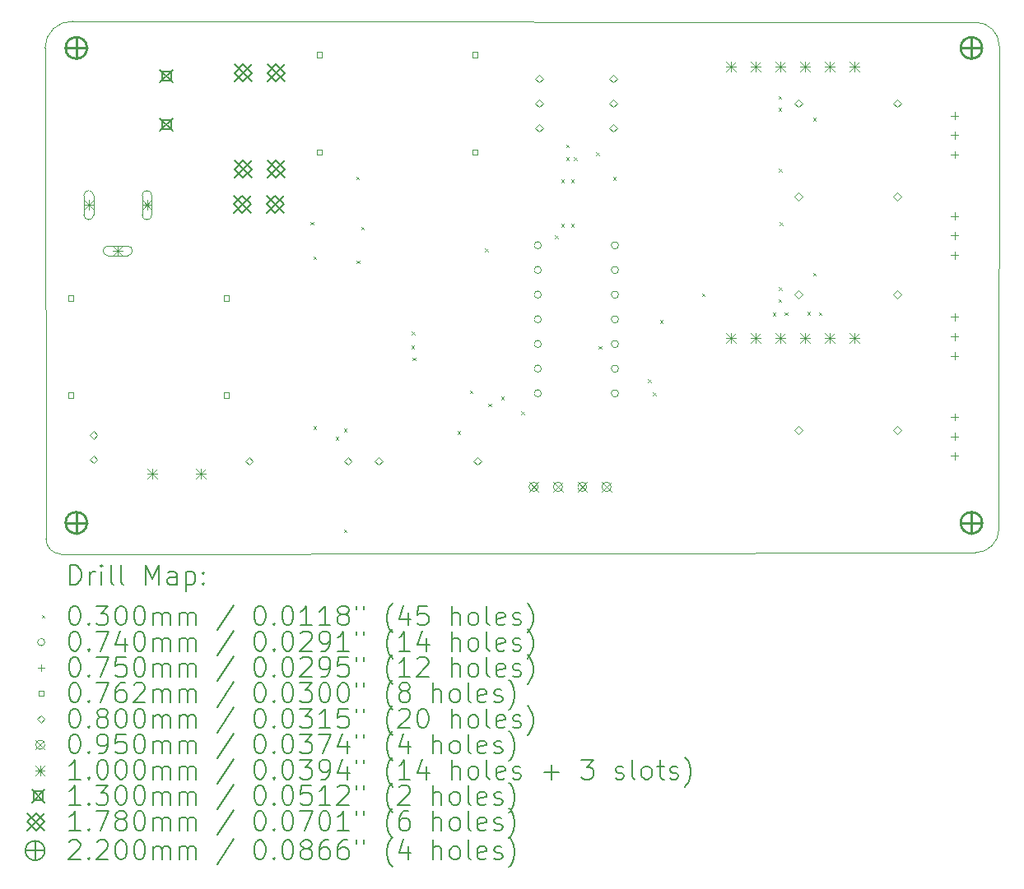
<source format=gbr>
%TF.GenerationSoftware,KiCad,Pcbnew,8.0.8*%
%TF.CreationDate,2025-02-20T16:07:12-05:00*%
%TF.ProjectId,ESP32_SMD,45535033-325f-4534-9d44-2e6b69636164,rev?*%
%TF.SameCoordinates,Original*%
%TF.FileFunction,Drillmap*%
%TF.FilePolarity,Positive*%
%FSLAX45Y45*%
G04 Gerber Fmt 4.5, Leading zero omitted, Abs format (unit mm)*
G04 Created by KiCad (PCBNEW 8.0.8) date 2025-02-20 16:07:12*
%MOMM*%
%LPD*%
G01*
G04 APERTURE LIST*
%ADD10C,0.050000*%
%ADD11C,0.200000*%
%ADD12C,0.100000*%
%ADD13C,0.130000*%
%ADD14C,0.178000*%
%ADD15C,0.220000*%
G04 APERTURE END LIST*
D10*
X2600113Y-3430000D02*
G75*
G02*
X2885294Y-3155000I275181J0D01*
G01*
X12410000Y-8385398D02*
G75*
G02*
X12170000Y-8625400I-240000J-2D01*
G01*
X12415294Y-3410000D02*
X12410294Y-8030000D01*
X3155000Y-3155000D02*
X12170294Y-3165000D01*
X12170294Y-3165000D02*
G75*
G02*
X12415290Y-3410000I-4J-245000D01*
G01*
X2610000Y-8485398D02*
X2599818Y-3722500D01*
X2885294Y-3155000D02*
X3155000Y-3155000D01*
X12170000Y-8625398D02*
X3034706Y-8640398D01*
X12410000Y-8385398D02*
X12410294Y-8030000D01*
X3034706Y-8640398D02*
X2765000Y-8640398D01*
X2600113Y-3430000D02*
X2599818Y-3722500D01*
X2765000Y-8640398D02*
G75*
G02*
X2610002Y-8485398I0J154998D01*
G01*
D11*
D12*
X5330000Y-5220000D02*
X5360000Y-5250000D01*
X5360000Y-5220000D02*
X5330000Y-5250000D01*
X5359500Y-5576090D02*
X5389500Y-5606090D01*
X5389500Y-5576090D02*
X5359500Y-5606090D01*
X5359500Y-7325480D02*
X5389500Y-7355480D01*
X5389500Y-7325480D02*
X5359500Y-7355480D01*
X5589224Y-7435776D02*
X5619223Y-7465776D01*
X5619223Y-7435776D02*
X5589224Y-7465776D01*
X5671576Y-7348423D02*
X5701576Y-7378423D01*
X5701576Y-7348423D02*
X5671576Y-7378423D01*
X5674600Y-8386000D02*
X5704600Y-8416000D01*
X5704600Y-8386000D02*
X5674600Y-8416000D01*
X5800000Y-4755000D02*
X5830000Y-4785000D01*
X5830000Y-4755000D02*
X5800000Y-4785000D01*
X5805726Y-5619273D02*
X5835726Y-5649273D01*
X5835726Y-5619273D02*
X5805726Y-5649273D01*
X5850000Y-5270000D02*
X5880000Y-5300000D01*
X5880000Y-5270000D02*
X5850000Y-5300000D01*
X6367360Y-6495690D02*
X6397360Y-6525690D01*
X6397360Y-6495690D02*
X6367360Y-6525690D01*
X6371620Y-6348580D02*
X6401620Y-6378580D01*
X6401620Y-6348580D02*
X6371620Y-6378580D01*
X6380000Y-6615000D02*
X6410000Y-6645000D01*
X6410000Y-6615000D02*
X6380000Y-6645000D01*
X6840000Y-7375000D02*
X6870000Y-7405000D01*
X6870000Y-7375000D02*
X6840000Y-7405000D01*
X6970000Y-6957030D02*
X7000000Y-6987030D01*
X7000000Y-6957030D02*
X6970000Y-6987030D01*
X7125000Y-5495000D02*
X7155000Y-5525000D01*
X7155000Y-5495000D02*
X7125000Y-5525000D01*
X7157520Y-7089890D02*
X7187520Y-7119890D01*
X7187520Y-7089890D02*
X7157520Y-7119890D01*
X7289530Y-7017030D02*
X7319530Y-7047030D01*
X7319530Y-7017030D02*
X7289530Y-7047030D01*
X7500000Y-7170000D02*
X7530000Y-7200000D01*
X7530000Y-7170000D02*
X7500000Y-7200000D01*
X7846850Y-5358910D02*
X7876850Y-5388910D01*
X7876850Y-5358910D02*
X7846850Y-5388910D01*
X7910000Y-4785000D02*
X7940000Y-4815000D01*
X7940000Y-4785000D02*
X7910000Y-4815000D01*
X7910000Y-5240000D02*
X7940000Y-5270000D01*
X7940000Y-5240000D02*
X7910000Y-5270000D01*
X7960000Y-4425500D02*
X7990000Y-4455500D01*
X7990000Y-4425500D02*
X7960000Y-4455500D01*
X7960000Y-4555000D02*
X7990000Y-4585000D01*
X7990000Y-4555000D02*
X7960000Y-4585000D01*
X8010000Y-4785000D02*
X8040000Y-4815000D01*
X8040000Y-4785000D02*
X8010000Y-4815000D01*
X8010000Y-5240000D02*
X8040000Y-5270000D01*
X8040000Y-5240000D02*
X8010000Y-5270000D01*
X8040000Y-4555000D02*
X8070000Y-4585000D01*
X8070000Y-4555000D02*
X8040000Y-4585000D01*
X8267430Y-4502570D02*
X8297430Y-4532570D01*
X8297430Y-4502570D02*
X8267430Y-4532570D01*
X8295060Y-6497000D02*
X8325060Y-6527000D01*
X8325060Y-6497000D02*
X8295060Y-6527000D01*
X8440000Y-4760000D02*
X8470000Y-4790000D01*
X8470000Y-4760000D02*
X8440000Y-4790000D01*
X8800000Y-6840000D02*
X8830000Y-6870000D01*
X8830000Y-6840000D02*
X8800000Y-6870000D01*
X8851630Y-6976630D02*
X8881630Y-7006630D01*
X8881630Y-6976630D02*
X8851630Y-7006630D01*
X8925000Y-6230000D02*
X8955000Y-6260000D01*
X8955000Y-6230000D02*
X8925000Y-6260000D01*
X9355000Y-5955000D02*
X9385000Y-5985000D01*
X9385000Y-5955000D02*
X9355000Y-5985000D01*
X10085000Y-6155000D02*
X10115000Y-6185000D01*
X10115000Y-6155000D02*
X10085000Y-6185000D01*
X10145000Y-3925500D02*
X10175000Y-3955500D01*
X10175000Y-3925500D02*
X10145000Y-3955500D01*
X10145000Y-4045500D02*
X10175000Y-4075500D01*
X10175000Y-4045500D02*
X10145000Y-4075500D01*
X10145000Y-6014000D02*
X10175000Y-6044000D01*
X10175000Y-6014000D02*
X10145000Y-6044000D01*
X10147200Y-4672820D02*
X10177200Y-4702820D01*
X10177200Y-4672820D02*
X10147200Y-4702820D01*
X10150000Y-5894000D02*
X10180000Y-5924000D01*
X10180000Y-5894000D02*
X10150000Y-5924000D01*
X10155000Y-5225000D02*
X10185000Y-5255000D01*
X10185000Y-5225000D02*
X10155000Y-5255000D01*
X10205000Y-6150000D02*
X10235000Y-6180000D01*
X10235000Y-6150000D02*
X10205000Y-6180000D01*
X10440000Y-6145000D02*
X10470000Y-6175000D01*
X10470000Y-6145000D02*
X10440000Y-6175000D01*
X10500000Y-4150000D02*
X10530000Y-4180000D01*
X10530000Y-4150000D02*
X10500000Y-4180000D01*
X10500000Y-5745000D02*
X10530000Y-5775000D01*
X10530000Y-5745000D02*
X10500000Y-5775000D01*
X10560000Y-6150000D02*
X10590000Y-6180000D01*
X10590000Y-6150000D02*
X10560000Y-6180000D01*
X7704500Y-5461000D02*
G75*
G02*
X7630500Y-5461000I-37000J0D01*
G01*
X7630500Y-5461000D02*
G75*
G02*
X7704500Y-5461000I37000J0D01*
G01*
X7704500Y-5715000D02*
G75*
G02*
X7630500Y-5715000I-37000J0D01*
G01*
X7630500Y-5715000D02*
G75*
G02*
X7704500Y-5715000I37000J0D01*
G01*
X7704500Y-5969000D02*
G75*
G02*
X7630500Y-5969000I-37000J0D01*
G01*
X7630500Y-5969000D02*
G75*
G02*
X7704500Y-5969000I37000J0D01*
G01*
X7704500Y-6223000D02*
G75*
G02*
X7630500Y-6223000I-37000J0D01*
G01*
X7630500Y-6223000D02*
G75*
G02*
X7704500Y-6223000I37000J0D01*
G01*
X7704500Y-6477000D02*
G75*
G02*
X7630500Y-6477000I-37000J0D01*
G01*
X7630500Y-6477000D02*
G75*
G02*
X7704500Y-6477000I37000J0D01*
G01*
X7704500Y-6731000D02*
G75*
G02*
X7630500Y-6731000I-37000J0D01*
G01*
X7630500Y-6731000D02*
G75*
G02*
X7704500Y-6731000I37000J0D01*
G01*
X7704500Y-6985000D02*
G75*
G02*
X7630500Y-6985000I-37000J0D01*
G01*
X7630500Y-6985000D02*
G75*
G02*
X7704500Y-6985000I37000J0D01*
G01*
X8498500Y-5461000D02*
G75*
G02*
X8424500Y-5461000I-37000J0D01*
G01*
X8424500Y-5461000D02*
G75*
G02*
X8498500Y-5461000I37000J0D01*
G01*
X8498500Y-5715000D02*
G75*
G02*
X8424500Y-5715000I-37000J0D01*
G01*
X8424500Y-5715000D02*
G75*
G02*
X8498500Y-5715000I37000J0D01*
G01*
X8498500Y-5969000D02*
G75*
G02*
X8424500Y-5969000I-37000J0D01*
G01*
X8424500Y-5969000D02*
G75*
G02*
X8498500Y-5969000I37000J0D01*
G01*
X8498500Y-6223000D02*
G75*
G02*
X8424500Y-6223000I-37000J0D01*
G01*
X8424500Y-6223000D02*
G75*
G02*
X8498500Y-6223000I37000J0D01*
G01*
X8498500Y-6477000D02*
G75*
G02*
X8424500Y-6477000I-37000J0D01*
G01*
X8424500Y-6477000D02*
G75*
G02*
X8498500Y-6477000I37000J0D01*
G01*
X8498500Y-6731000D02*
G75*
G02*
X8424500Y-6731000I-37000J0D01*
G01*
X8424500Y-6731000D02*
G75*
G02*
X8498500Y-6731000I37000J0D01*
G01*
X8498500Y-6985000D02*
G75*
G02*
X8424500Y-6985000I-37000J0D01*
G01*
X8424500Y-6985000D02*
G75*
G02*
X8498500Y-6985000I37000J0D01*
G01*
X11955000Y-4090830D02*
X11955000Y-4165830D01*
X11917500Y-4128330D02*
X11992500Y-4128330D01*
X11955000Y-4290830D02*
X11955000Y-4365830D01*
X11917500Y-4328330D02*
X11992500Y-4328330D01*
X11955000Y-4490830D02*
X11955000Y-4565830D01*
X11917500Y-4528330D02*
X11992500Y-4528330D01*
X11955000Y-5124170D02*
X11955000Y-5199170D01*
X11917500Y-5161670D02*
X11992500Y-5161670D01*
X11955000Y-5324170D02*
X11955000Y-5399170D01*
X11917500Y-5361670D02*
X11992500Y-5361670D01*
X11955000Y-5524170D02*
X11955000Y-5599170D01*
X11917500Y-5561670D02*
X11992500Y-5561670D01*
X11955000Y-6162500D02*
X11955000Y-6237500D01*
X11917500Y-6200000D02*
X11992500Y-6200000D01*
X11955000Y-6362500D02*
X11955000Y-6437500D01*
X11917500Y-6400000D02*
X11992500Y-6400000D01*
X11955000Y-6562500D02*
X11955000Y-6637500D01*
X11917500Y-6600000D02*
X11992500Y-6600000D01*
X11955000Y-7190830D02*
X11955000Y-7265830D01*
X11917500Y-7228330D02*
X11992500Y-7228330D01*
X11955000Y-7390830D02*
X11955000Y-7465830D01*
X11917500Y-7428330D02*
X11992500Y-7428330D01*
X11955000Y-7590830D02*
X11955000Y-7665830D01*
X11917500Y-7628330D02*
X11992500Y-7628330D01*
X2889441Y-6031941D02*
X2889441Y-5978059D01*
X2835559Y-5978059D01*
X2835559Y-6031941D01*
X2889441Y-6031941D01*
X2889441Y-7031941D02*
X2889441Y-6978059D01*
X2835559Y-6978059D01*
X2835559Y-7031941D01*
X2889441Y-7031941D01*
X4489441Y-6031941D02*
X4489441Y-5978059D01*
X4435559Y-5978059D01*
X4435559Y-6031941D01*
X4489441Y-6031941D01*
X4489441Y-7031941D02*
X4489441Y-6978059D01*
X4435559Y-6978059D01*
X4435559Y-7031941D01*
X4489441Y-7031941D01*
X5449941Y-3527441D02*
X5449941Y-3473559D01*
X5396059Y-3473559D01*
X5396059Y-3527441D01*
X5449941Y-3527441D01*
X5449941Y-4527441D02*
X5449941Y-4473559D01*
X5396059Y-4473559D01*
X5396059Y-4527441D01*
X5449941Y-4527441D01*
X7049941Y-3527441D02*
X7049941Y-3473559D01*
X6996059Y-3473559D01*
X6996059Y-3527441D01*
X7049941Y-3527441D01*
X7049941Y-4527441D02*
X7049941Y-4473559D01*
X6996059Y-4473559D01*
X6996059Y-4527441D01*
X7049941Y-4527441D01*
X3098800Y-7456800D02*
X3138800Y-7416800D01*
X3098800Y-7376800D01*
X3058800Y-7416800D01*
X3098800Y-7456800D01*
X3098800Y-7706800D02*
X3138800Y-7666800D01*
X3098800Y-7626800D01*
X3058800Y-7666800D01*
X3098800Y-7706800D01*
X4699000Y-7723500D02*
X4739000Y-7683500D01*
X4699000Y-7643500D01*
X4659000Y-7683500D01*
X4699000Y-7723500D01*
X5715000Y-7723500D02*
X5755000Y-7683500D01*
X5715000Y-7643500D01*
X5675000Y-7683500D01*
X5715000Y-7723500D01*
X6032500Y-7723500D02*
X6072500Y-7683500D01*
X6032500Y-7643500D01*
X5992500Y-7683500D01*
X6032500Y-7723500D01*
X7048500Y-7723500D02*
X7088500Y-7683500D01*
X7048500Y-7643500D01*
X7008500Y-7683500D01*
X7048500Y-7723500D01*
X7683500Y-3786500D02*
X7723500Y-3746500D01*
X7683500Y-3706500D01*
X7643500Y-3746500D01*
X7683500Y-3786500D01*
X7683500Y-4040500D02*
X7723500Y-4000500D01*
X7683500Y-3960500D01*
X7643500Y-4000500D01*
X7683500Y-4040500D01*
X7683500Y-4294500D02*
X7723500Y-4254500D01*
X7683500Y-4214500D01*
X7643500Y-4254500D01*
X7683500Y-4294500D01*
X8445500Y-3786500D02*
X8485500Y-3746500D01*
X8445500Y-3706500D01*
X8405500Y-3746500D01*
X8445500Y-3786500D01*
X8445500Y-4040500D02*
X8485500Y-4000500D01*
X8445500Y-3960500D01*
X8405500Y-4000500D01*
X8445500Y-4040500D01*
X8445500Y-4294500D02*
X8485500Y-4254500D01*
X8445500Y-4214500D01*
X8405500Y-4254500D01*
X8445500Y-4294500D01*
X10350500Y-4040500D02*
X10390500Y-4000500D01*
X10350500Y-3960500D01*
X10310500Y-4000500D01*
X10350500Y-4040500D01*
X10350500Y-5001000D02*
X10390500Y-4961000D01*
X10350500Y-4921000D01*
X10310500Y-4961000D01*
X10350500Y-5001000D01*
X10350500Y-6009000D02*
X10390500Y-5969000D01*
X10350500Y-5929000D01*
X10310500Y-5969000D01*
X10350500Y-6009000D01*
X10350500Y-7406000D02*
X10390500Y-7366000D01*
X10350500Y-7326000D01*
X10310500Y-7366000D01*
X10350500Y-7406000D01*
X11366500Y-4040500D02*
X11406500Y-4000500D01*
X11366500Y-3960500D01*
X11326500Y-4000500D01*
X11366500Y-4040500D01*
X11366500Y-5001000D02*
X11406500Y-4961000D01*
X11366500Y-4921000D01*
X11326500Y-4961000D01*
X11366500Y-5001000D01*
X11366500Y-6009000D02*
X11406500Y-5969000D01*
X11366500Y-5929000D01*
X11326500Y-5969000D01*
X11366500Y-6009000D01*
X11366500Y-7406000D02*
X11406500Y-7366000D01*
X11366500Y-7326000D01*
X11326500Y-7366000D01*
X11366500Y-7406000D01*
X7578500Y-7901000D02*
X7673500Y-7996000D01*
X7673500Y-7901000D02*
X7578500Y-7996000D01*
X7673500Y-7948500D02*
G75*
G02*
X7578500Y-7948500I-47500J0D01*
G01*
X7578500Y-7948500D02*
G75*
G02*
X7673500Y-7948500I47500J0D01*
G01*
X7828500Y-7901000D02*
X7923500Y-7996000D01*
X7923500Y-7901000D02*
X7828500Y-7996000D01*
X7923500Y-7948500D02*
G75*
G02*
X7828500Y-7948500I-47500J0D01*
G01*
X7828500Y-7948500D02*
G75*
G02*
X7923500Y-7948500I47500J0D01*
G01*
X8078500Y-7901000D02*
X8173500Y-7996000D01*
X8173500Y-7901000D02*
X8078500Y-7996000D01*
X8173500Y-7948500D02*
G75*
G02*
X8078500Y-7948500I-47500J0D01*
G01*
X8078500Y-7948500D02*
G75*
G02*
X8173500Y-7948500I47500J0D01*
G01*
X8328500Y-7901000D02*
X8423500Y-7996000D01*
X8423500Y-7901000D02*
X8328500Y-7996000D01*
X8423500Y-7948500D02*
G75*
G02*
X8328500Y-7948500I-47500J0D01*
G01*
X8328500Y-7948500D02*
G75*
G02*
X8423500Y-7948500I47500J0D01*
G01*
X2998000Y-4997750D02*
X3098000Y-5097750D01*
X3098000Y-4997750D02*
X2998000Y-5097750D01*
X3048000Y-4997750D02*
X3048000Y-5097750D01*
X2998000Y-5047750D02*
X3098000Y-5047750D01*
X2998000Y-4947750D02*
X2998000Y-5147750D01*
X3098000Y-5147750D02*
G75*
G02*
X2998000Y-5147750I-50000J0D01*
G01*
X3098000Y-5147750D02*
X3098000Y-4947750D01*
X3098000Y-4947750D02*
G75*
G03*
X2998000Y-4947750I-50000J0D01*
G01*
X3298000Y-5467750D02*
X3398000Y-5567750D01*
X3398000Y-5467750D02*
X3298000Y-5567750D01*
X3348000Y-5467750D02*
X3348000Y-5567750D01*
X3298000Y-5517750D02*
X3398000Y-5517750D01*
X3248000Y-5567750D02*
X3448000Y-5567750D01*
X3448000Y-5467750D02*
G75*
G02*
X3448000Y-5567750I0J-50000D01*
G01*
X3448000Y-5467750D02*
X3248000Y-5467750D01*
X3248000Y-5467750D02*
G75*
G03*
X3248000Y-5567750I0J-50000D01*
G01*
X3598000Y-4997750D02*
X3698000Y-5097750D01*
X3698000Y-4997750D02*
X3598000Y-5097750D01*
X3648000Y-4997750D02*
X3648000Y-5097750D01*
X3598000Y-5047750D02*
X3698000Y-5047750D01*
X3598000Y-4947750D02*
X3598000Y-5147750D01*
X3698000Y-5147750D02*
G75*
G02*
X3598000Y-5147750I-50000J0D01*
G01*
X3698000Y-5147750D02*
X3698000Y-4947750D01*
X3698000Y-4947750D02*
G75*
G03*
X3598000Y-4947750I-50000J0D01*
G01*
X3650232Y-7760500D02*
X3750232Y-7860500D01*
X3750232Y-7760500D02*
X3650232Y-7860500D01*
X3700232Y-7760500D02*
X3700232Y-7860500D01*
X3650232Y-7810500D02*
X3750232Y-7810500D01*
X4150232Y-7760500D02*
X4250232Y-7860500D01*
X4250232Y-7760500D02*
X4150232Y-7860500D01*
X4200232Y-7760500D02*
X4200232Y-7860500D01*
X4150232Y-7810500D02*
X4250232Y-7810500D01*
X9602000Y-3569500D02*
X9702000Y-3669500D01*
X9702000Y-3569500D02*
X9602000Y-3669500D01*
X9652000Y-3569500D02*
X9652000Y-3669500D01*
X9602000Y-3619500D02*
X9702000Y-3619500D01*
X9602000Y-6363500D02*
X9702000Y-6463500D01*
X9702000Y-6363500D02*
X9602000Y-6463500D01*
X9652000Y-6363500D02*
X9652000Y-6463500D01*
X9602000Y-6413500D02*
X9702000Y-6413500D01*
X9856000Y-3569500D02*
X9956000Y-3669500D01*
X9956000Y-3569500D02*
X9856000Y-3669500D01*
X9906000Y-3569500D02*
X9906000Y-3669500D01*
X9856000Y-3619500D02*
X9956000Y-3619500D01*
X9856000Y-6363500D02*
X9956000Y-6463500D01*
X9956000Y-6363500D02*
X9856000Y-6463500D01*
X9906000Y-6363500D02*
X9906000Y-6463500D01*
X9856000Y-6413500D02*
X9956000Y-6413500D01*
X10110000Y-3569500D02*
X10210000Y-3669500D01*
X10210000Y-3569500D02*
X10110000Y-3669500D01*
X10160000Y-3569500D02*
X10160000Y-3669500D01*
X10110000Y-3619500D02*
X10210000Y-3619500D01*
X10110000Y-6363500D02*
X10210000Y-6463500D01*
X10210000Y-6363500D02*
X10110000Y-6463500D01*
X10160000Y-6363500D02*
X10160000Y-6463500D01*
X10110000Y-6413500D02*
X10210000Y-6413500D01*
X10364000Y-3569500D02*
X10464000Y-3669500D01*
X10464000Y-3569500D02*
X10364000Y-3669500D01*
X10414000Y-3569500D02*
X10414000Y-3669500D01*
X10364000Y-3619500D02*
X10464000Y-3619500D01*
X10364000Y-6363500D02*
X10464000Y-6463500D01*
X10464000Y-6363500D02*
X10364000Y-6463500D01*
X10414000Y-6363500D02*
X10414000Y-6463500D01*
X10364000Y-6413500D02*
X10464000Y-6413500D01*
X10618000Y-3569500D02*
X10718000Y-3669500D01*
X10718000Y-3569500D02*
X10618000Y-3669500D01*
X10668000Y-3569500D02*
X10668000Y-3669500D01*
X10618000Y-3619500D02*
X10718000Y-3619500D01*
X10618000Y-6363500D02*
X10718000Y-6463500D01*
X10718000Y-6363500D02*
X10618000Y-6463500D01*
X10668000Y-6363500D02*
X10668000Y-6463500D01*
X10618000Y-6413500D02*
X10718000Y-6413500D01*
X10872000Y-3569500D02*
X10972000Y-3669500D01*
X10972000Y-3569500D02*
X10872000Y-3669500D01*
X10922000Y-3569500D02*
X10922000Y-3669500D01*
X10872000Y-3619500D02*
X10972000Y-3619500D01*
X10872000Y-6363500D02*
X10972000Y-6463500D01*
X10972000Y-6363500D02*
X10872000Y-6463500D01*
X10922000Y-6363500D02*
X10922000Y-6463500D01*
X10872000Y-6413500D02*
X10972000Y-6413500D01*
D13*
X3783000Y-3656250D02*
X3913000Y-3786250D01*
X3913000Y-3656250D02*
X3783000Y-3786250D01*
X3893962Y-3767212D02*
X3893962Y-3675288D01*
X3802038Y-3675288D01*
X3802038Y-3767212D01*
X3893962Y-3767212D01*
X3783000Y-4156250D02*
X3913000Y-4286250D01*
X3913000Y-4156250D02*
X3783000Y-4286250D01*
X3893962Y-4267212D02*
X3893962Y-4175288D01*
X3802038Y-4175288D01*
X3802038Y-4267212D01*
X3893962Y-4267212D01*
D14*
X4537950Y-4947100D02*
X4715950Y-5125100D01*
X4715950Y-4947100D02*
X4537950Y-5125100D01*
X4626950Y-5125100D02*
X4715950Y-5036100D01*
X4626950Y-4947100D01*
X4537950Y-5036100D01*
X4626950Y-5125100D01*
X4547950Y-3597100D02*
X4725950Y-3775100D01*
X4725950Y-3597100D02*
X4547950Y-3775100D01*
X4636950Y-3775100D02*
X4725950Y-3686100D01*
X4636950Y-3597100D01*
X4547950Y-3686100D01*
X4636950Y-3775100D01*
X4547950Y-4589100D02*
X4725950Y-4767100D01*
X4725950Y-4589100D02*
X4547950Y-4767100D01*
X4636950Y-4767100D02*
X4725950Y-4678100D01*
X4636950Y-4589100D01*
X4547950Y-4678100D01*
X4636950Y-4767100D01*
X4877950Y-4947100D02*
X5055950Y-5125100D01*
X5055950Y-4947100D02*
X4877950Y-5125100D01*
X4966950Y-5125100D02*
X5055950Y-5036100D01*
X4966950Y-4947100D01*
X4877950Y-5036100D01*
X4966950Y-5125100D01*
X4887950Y-3597100D02*
X5065950Y-3775100D01*
X5065950Y-3597100D02*
X4887950Y-3775100D01*
X4976950Y-3775100D02*
X5065950Y-3686100D01*
X4976950Y-3597100D01*
X4887950Y-3686100D01*
X4976950Y-3775100D01*
X4887950Y-4589100D02*
X5065950Y-4767100D01*
X5065950Y-4589100D02*
X4887950Y-4767100D01*
X4976950Y-4767100D02*
X5065950Y-4678100D01*
X4976950Y-4589100D01*
X4887950Y-4678100D01*
X4976950Y-4767100D01*
D15*
X2921000Y-3320000D02*
X2921000Y-3540000D01*
X2811000Y-3430000D02*
X3031000Y-3430000D01*
X3031000Y-3430000D02*
G75*
G02*
X2811000Y-3430000I-110000J0D01*
G01*
X2811000Y-3430000D02*
G75*
G02*
X3031000Y-3430000I110000J0D01*
G01*
X2921000Y-8208500D02*
X2921000Y-8428500D01*
X2811000Y-8318500D02*
X3031000Y-8318500D01*
X3031000Y-8318500D02*
G75*
G02*
X2811000Y-8318500I-110000J0D01*
G01*
X2811000Y-8318500D02*
G75*
G02*
X3031000Y-8318500I110000J0D01*
G01*
X12128500Y-3320000D02*
X12128500Y-3540000D01*
X12018500Y-3430000D02*
X12238500Y-3430000D01*
X12238500Y-3430000D02*
G75*
G02*
X12018500Y-3430000I-110000J0D01*
G01*
X12018500Y-3430000D02*
G75*
G02*
X12238500Y-3430000I110000J0D01*
G01*
X12128500Y-8208500D02*
X12128500Y-8428500D01*
X12018500Y-8318500D02*
X12238500Y-8318500D01*
X12238500Y-8318500D02*
G75*
G02*
X12018500Y-8318500I-110000J0D01*
G01*
X12018500Y-8318500D02*
G75*
G02*
X12238500Y-8318500I110000J0D01*
G01*
D11*
X2858095Y-8954382D02*
X2858095Y-8754382D01*
X2858095Y-8754382D02*
X2905714Y-8754382D01*
X2905714Y-8754382D02*
X2934286Y-8763906D01*
X2934286Y-8763906D02*
X2953333Y-8782954D01*
X2953333Y-8782954D02*
X2962857Y-8802001D01*
X2962857Y-8802001D02*
X2972381Y-8840096D01*
X2972381Y-8840096D02*
X2972381Y-8868668D01*
X2972381Y-8868668D02*
X2962857Y-8906763D01*
X2962857Y-8906763D02*
X2953333Y-8925811D01*
X2953333Y-8925811D02*
X2934286Y-8944858D01*
X2934286Y-8944858D02*
X2905714Y-8954382D01*
X2905714Y-8954382D02*
X2858095Y-8954382D01*
X3058095Y-8954382D02*
X3058095Y-8821049D01*
X3058095Y-8859144D02*
X3067619Y-8840096D01*
X3067619Y-8840096D02*
X3077143Y-8830573D01*
X3077143Y-8830573D02*
X3096190Y-8821049D01*
X3096190Y-8821049D02*
X3115238Y-8821049D01*
X3181905Y-8954382D02*
X3181905Y-8821049D01*
X3181905Y-8754382D02*
X3172381Y-8763906D01*
X3172381Y-8763906D02*
X3181905Y-8773430D01*
X3181905Y-8773430D02*
X3191428Y-8763906D01*
X3191428Y-8763906D02*
X3181905Y-8754382D01*
X3181905Y-8754382D02*
X3181905Y-8773430D01*
X3305714Y-8954382D02*
X3286666Y-8944858D01*
X3286666Y-8944858D02*
X3277143Y-8925811D01*
X3277143Y-8925811D02*
X3277143Y-8754382D01*
X3410476Y-8954382D02*
X3391428Y-8944858D01*
X3391428Y-8944858D02*
X3381905Y-8925811D01*
X3381905Y-8925811D02*
X3381905Y-8754382D01*
X3639047Y-8954382D02*
X3639047Y-8754382D01*
X3639047Y-8754382D02*
X3705714Y-8897239D01*
X3705714Y-8897239D02*
X3772381Y-8754382D01*
X3772381Y-8754382D02*
X3772381Y-8954382D01*
X3953333Y-8954382D02*
X3953333Y-8849620D01*
X3953333Y-8849620D02*
X3943809Y-8830573D01*
X3943809Y-8830573D02*
X3924762Y-8821049D01*
X3924762Y-8821049D02*
X3886666Y-8821049D01*
X3886666Y-8821049D02*
X3867619Y-8830573D01*
X3953333Y-8944858D02*
X3934286Y-8954382D01*
X3934286Y-8954382D02*
X3886666Y-8954382D01*
X3886666Y-8954382D02*
X3867619Y-8944858D01*
X3867619Y-8944858D02*
X3858095Y-8925811D01*
X3858095Y-8925811D02*
X3858095Y-8906763D01*
X3858095Y-8906763D02*
X3867619Y-8887716D01*
X3867619Y-8887716D02*
X3886666Y-8878192D01*
X3886666Y-8878192D02*
X3934286Y-8878192D01*
X3934286Y-8878192D02*
X3953333Y-8868668D01*
X4048571Y-8821049D02*
X4048571Y-9021049D01*
X4048571Y-8830573D02*
X4067619Y-8821049D01*
X4067619Y-8821049D02*
X4105714Y-8821049D01*
X4105714Y-8821049D02*
X4124762Y-8830573D01*
X4124762Y-8830573D02*
X4134286Y-8840096D01*
X4134286Y-8840096D02*
X4143809Y-8859144D01*
X4143809Y-8859144D02*
X4143809Y-8916287D01*
X4143809Y-8916287D02*
X4134286Y-8935335D01*
X4134286Y-8935335D02*
X4124762Y-8944858D01*
X4124762Y-8944858D02*
X4105714Y-8954382D01*
X4105714Y-8954382D02*
X4067619Y-8954382D01*
X4067619Y-8954382D02*
X4048571Y-8944858D01*
X4229524Y-8935335D02*
X4239048Y-8944858D01*
X4239048Y-8944858D02*
X4229524Y-8954382D01*
X4229524Y-8954382D02*
X4220000Y-8944858D01*
X4220000Y-8944858D02*
X4229524Y-8935335D01*
X4229524Y-8935335D02*
X4229524Y-8954382D01*
X4229524Y-8830573D02*
X4239048Y-8840096D01*
X4239048Y-8840096D02*
X4229524Y-8849620D01*
X4229524Y-8849620D02*
X4220000Y-8840096D01*
X4220000Y-8840096D02*
X4229524Y-8830573D01*
X4229524Y-8830573D02*
X4229524Y-8849620D01*
D12*
X2567318Y-9267898D02*
X2597318Y-9297898D01*
X2597318Y-9267898D02*
X2567318Y-9297898D01*
D11*
X2896190Y-9174382D02*
X2915238Y-9174382D01*
X2915238Y-9174382D02*
X2934286Y-9183906D01*
X2934286Y-9183906D02*
X2943809Y-9193430D01*
X2943809Y-9193430D02*
X2953333Y-9212477D01*
X2953333Y-9212477D02*
X2962857Y-9250573D01*
X2962857Y-9250573D02*
X2962857Y-9298192D01*
X2962857Y-9298192D02*
X2953333Y-9336287D01*
X2953333Y-9336287D02*
X2943809Y-9355335D01*
X2943809Y-9355335D02*
X2934286Y-9364858D01*
X2934286Y-9364858D02*
X2915238Y-9374382D01*
X2915238Y-9374382D02*
X2896190Y-9374382D01*
X2896190Y-9374382D02*
X2877143Y-9364858D01*
X2877143Y-9364858D02*
X2867619Y-9355335D01*
X2867619Y-9355335D02*
X2858095Y-9336287D01*
X2858095Y-9336287D02*
X2848571Y-9298192D01*
X2848571Y-9298192D02*
X2848571Y-9250573D01*
X2848571Y-9250573D02*
X2858095Y-9212477D01*
X2858095Y-9212477D02*
X2867619Y-9193430D01*
X2867619Y-9193430D02*
X2877143Y-9183906D01*
X2877143Y-9183906D02*
X2896190Y-9174382D01*
X3048571Y-9355335D02*
X3058095Y-9364858D01*
X3058095Y-9364858D02*
X3048571Y-9374382D01*
X3048571Y-9374382D02*
X3039047Y-9364858D01*
X3039047Y-9364858D02*
X3048571Y-9355335D01*
X3048571Y-9355335D02*
X3048571Y-9374382D01*
X3124762Y-9174382D02*
X3248571Y-9174382D01*
X3248571Y-9174382D02*
X3181905Y-9250573D01*
X3181905Y-9250573D02*
X3210476Y-9250573D01*
X3210476Y-9250573D02*
X3229524Y-9260096D01*
X3229524Y-9260096D02*
X3239047Y-9269620D01*
X3239047Y-9269620D02*
X3248571Y-9288668D01*
X3248571Y-9288668D02*
X3248571Y-9336287D01*
X3248571Y-9336287D02*
X3239047Y-9355335D01*
X3239047Y-9355335D02*
X3229524Y-9364858D01*
X3229524Y-9364858D02*
X3210476Y-9374382D01*
X3210476Y-9374382D02*
X3153333Y-9374382D01*
X3153333Y-9374382D02*
X3134286Y-9364858D01*
X3134286Y-9364858D02*
X3124762Y-9355335D01*
X3372381Y-9174382D02*
X3391428Y-9174382D01*
X3391428Y-9174382D02*
X3410476Y-9183906D01*
X3410476Y-9183906D02*
X3420000Y-9193430D01*
X3420000Y-9193430D02*
X3429524Y-9212477D01*
X3429524Y-9212477D02*
X3439047Y-9250573D01*
X3439047Y-9250573D02*
X3439047Y-9298192D01*
X3439047Y-9298192D02*
X3429524Y-9336287D01*
X3429524Y-9336287D02*
X3420000Y-9355335D01*
X3420000Y-9355335D02*
X3410476Y-9364858D01*
X3410476Y-9364858D02*
X3391428Y-9374382D01*
X3391428Y-9374382D02*
X3372381Y-9374382D01*
X3372381Y-9374382D02*
X3353333Y-9364858D01*
X3353333Y-9364858D02*
X3343809Y-9355335D01*
X3343809Y-9355335D02*
X3334286Y-9336287D01*
X3334286Y-9336287D02*
X3324762Y-9298192D01*
X3324762Y-9298192D02*
X3324762Y-9250573D01*
X3324762Y-9250573D02*
X3334286Y-9212477D01*
X3334286Y-9212477D02*
X3343809Y-9193430D01*
X3343809Y-9193430D02*
X3353333Y-9183906D01*
X3353333Y-9183906D02*
X3372381Y-9174382D01*
X3562857Y-9174382D02*
X3581905Y-9174382D01*
X3581905Y-9174382D02*
X3600952Y-9183906D01*
X3600952Y-9183906D02*
X3610476Y-9193430D01*
X3610476Y-9193430D02*
X3620000Y-9212477D01*
X3620000Y-9212477D02*
X3629524Y-9250573D01*
X3629524Y-9250573D02*
X3629524Y-9298192D01*
X3629524Y-9298192D02*
X3620000Y-9336287D01*
X3620000Y-9336287D02*
X3610476Y-9355335D01*
X3610476Y-9355335D02*
X3600952Y-9364858D01*
X3600952Y-9364858D02*
X3581905Y-9374382D01*
X3581905Y-9374382D02*
X3562857Y-9374382D01*
X3562857Y-9374382D02*
X3543809Y-9364858D01*
X3543809Y-9364858D02*
X3534286Y-9355335D01*
X3534286Y-9355335D02*
X3524762Y-9336287D01*
X3524762Y-9336287D02*
X3515238Y-9298192D01*
X3515238Y-9298192D02*
X3515238Y-9250573D01*
X3515238Y-9250573D02*
X3524762Y-9212477D01*
X3524762Y-9212477D02*
X3534286Y-9193430D01*
X3534286Y-9193430D02*
X3543809Y-9183906D01*
X3543809Y-9183906D02*
X3562857Y-9174382D01*
X3715238Y-9374382D02*
X3715238Y-9241049D01*
X3715238Y-9260096D02*
X3724762Y-9250573D01*
X3724762Y-9250573D02*
X3743809Y-9241049D01*
X3743809Y-9241049D02*
X3772381Y-9241049D01*
X3772381Y-9241049D02*
X3791428Y-9250573D01*
X3791428Y-9250573D02*
X3800952Y-9269620D01*
X3800952Y-9269620D02*
X3800952Y-9374382D01*
X3800952Y-9269620D02*
X3810476Y-9250573D01*
X3810476Y-9250573D02*
X3829524Y-9241049D01*
X3829524Y-9241049D02*
X3858095Y-9241049D01*
X3858095Y-9241049D02*
X3877143Y-9250573D01*
X3877143Y-9250573D02*
X3886667Y-9269620D01*
X3886667Y-9269620D02*
X3886667Y-9374382D01*
X3981905Y-9374382D02*
X3981905Y-9241049D01*
X3981905Y-9260096D02*
X3991428Y-9250573D01*
X3991428Y-9250573D02*
X4010476Y-9241049D01*
X4010476Y-9241049D02*
X4039048Y-9241049D01*
X4039048Y-9241049D02*
X4058095Y-9250573D01*
X4058095Y-9250573D02*
X4067619Y-9269620D01*
X4067619Y-9269620D02*
X4067619Y-9374382D01*
X4067619Y-9269620D02*
X4077143Y-9250573D01*
X4077143Y-9250573D02*
X4096190Y-9241049D01*
X4096190Y-9241049D02*
X4124762Y-9241049D01*
X4124762Y-9241049D02*
X4143809Y-9250573D01*
X4143809Y-9250573D02*
X4153333Y-9269620D01*
X4153333Y-9269620D02*
X4153333Y-9374382D01*
X4543810Y-9164858D02*
X4372381Y-9422001D01*
X4800952Y-9174382D02*
X4820000Y-9174382D01*
X4820000Y-9174382D02*
X4839048Y-9183906D01*
X4839048Y-9183906D02*
X4848572Y-9193430D01*
X4848572Y-9193430D02*
X4858095Y-9212477D01*
X4858095Y-9212477D02*
X4867619Y-9250573D01*
X4867619Y-9250573D02*
X4867619Y-9298192D01*
X4867619Y-9298192D02*
X4858095Y-9336287D01*
X4858095Y-9336287D02*
X4848572Y-9355335D01*
X4848572Y-9355335D02*
X4839048Y-9364858D01*
X4839048Y-9364858D02*
X4820000Y-9374382D01*
X4820000Y-9374382D02*
X4800952Y-9374382D01*
X4800952Y-9374382D02*
X4781905Y-9364858D01*
X4781905Y-9364858D02*
X4772381Y-9355335D01*
X4772381Y-9355335D02*
X4762857Y-9336287D01*
X4762857Y-9336287D02*
X4753333Y-9298192D01*
X4753333Y-9298192D02*
X4753333Y-9250573D01*
X4753333Y-9250573D02*
X4762857Y-9212477D01*
X4762857Y-9212477D02*
X4772381Y-9193430D01*
X4772381Y-9193430D02*
X4781905Y-9183906D01*
X4781905Y-9183906D02*
X4800952Y-9174382D01*
X4953333Y-9355335D02*
X4962857Y-9364858D01*
X4962857Y-9364858D02*
X4953333Y-9374382D01*
X4953333Y-9374382D02*
X4943810Y-9364858D01*
X4943810Y-9364858D02*
X4953333Y-9355335D01*
X4953333Y-9355335D02*
X4953333Y-9374382D01*
X5086667Y-9174382D02*
X5105714Y-9174382D01*
X5105714Y-9174382D02*
X5124762Y-9183906D01*
X5124762Y-9183906D02*
X5134286Y-9193430D01*
X5134286Y-9193430D02*
X5143810Y-9212477D01*
X5143810Y-9212477D02*
X5153333Y-9250573D01*
X5153333Y-9250573D02*
X5153333Y-9298192D01*
X5153333Y-9298192D02*
X5143810Y-9336287D01*
X5143810Y-9336287D02*
X5134286Y-9355335D01*
X5134286Y-9355335D02*
X5124762Y-9364858D01*
X5124762Y-9364858D02*
X5105714Y-9374382D01*
X5105714Y-9374382D02*
X5086667Y-9374382D01*
X5086667Y-9374382D02*
X5067619Y-9364858D01*
X5067619Y-9364858D02*
X5058095Y-9355335D01*
X5058095Y-9355335D02*
X5048572Y-9336287D01*
X5048572Y-9336287D02*
X5039048Y-9298192D01*
X5039048Y-9298192D02*
X5039048Y-9250573D01*
X5039048Y-9250573D02*
X5048572Y-9212477D01*
X5048572Y-9212477D02*
X5058095Y-9193430D01*
X5058095Y-9193430D02*
X5067619Y-9183906D01*
X5067619Y-9183906D02*
X5086667Y-9174382D01*
X5343810Y-9374382D02*
X5229524Y-9374382D01*
X5286667Y-9374382D02*
X5286667Y-9174382D01*
X5286667Y-9174382D02*
X5267619Y-9202954D01*
X5267619Y-9202954D02*
X5248572Y-9222001D01*
X5248572Y-9222001D02*
X5229524Y-9231525D01*
X5534286Y-9374382D02*
X5420000Y-9374382D01*
X5477143Y-9374382D02*
X5477143Y-9174382D01*
X5477143Y-9174382D02*
X5458095Y-9202954D01*
X5458095Y-9202954D02*
X5439048Y-9222001D01*
X5439048Y-9222001D02*
X5420000Y-9231525D01*
X5648571Y-9260096D02*
X5629524Y-9250573D01*
X5629524Y-9250573D02*
X5620000Y-9241049D01*
X5620000Y-9241049D02*
X5610476Y-9222001D01*
X5610476Y-9222001D02*
X5610476Y-9212477D01*
X5610476Y-9212477D02*
X5620000Y-9193430D01*
X5620000Y-9193430D02*
X5629524Y-9183906D01*
X5629524Y-9183906D02*
X5648571Y-9174382D01*
X5648571Y-9174382D02*
X5686667Y-9174382D01*
X5686667Y-9174382D02*
X5705714Y-9183906D01*
X5705714Y-9183906D02*
X5715238Y-9193430D01*
X5715238Y-9193430D02*
X5724762Y-9212477D01*
X5724762Y-9212477D02*
X5724762Y-9222001D01*
X5724762Y-9222001D02*
X5715238Y-9241049D01*
X5715238Y-9241049D02*
X5705714Y-9250573D01*
X5705714Y-9250573D02*
X5686667Y-9260096D01*
X5686667Y-9260096D02*
X5648571Y-9260096D01*
X5648571Y-9260096D02*
X5629524Y-9269620D01*
X5629524Y-9269620D02*
X5620000Y-9279144D01*
X5620000Y-9279144D02*
X5610476Y-9298192D01*
X5610476Y-9298192D02*
X5610476Y-9336287D01*
X5610476Y-9336287D02*
X5620000Y-9355335D01*
X5620000Y-9355335D02*
X5629524Y-9364858D01*
X5629524Y-9364858D02*
X5648571Y-9374382D01*
X5648571Y-9374382D02*
X5686667Y-9374382D01*
X5686667Y-9374382D02*
X5705714Y-9364858D01*
X5705714Y-9364858D02*
X5715238Y-9355335D01*
X5715238Y-9355335D02*
X5724762Y-9336287D01*
X5724762Y-9336287D02*
X5724762Y-9298192D01*
X5724762Y-9298192D02*
X5715238Y-9279144D01*
X5715238Y-9279144D02*
X5705714Y-9269620D01*
X5705714Y-9269620D02*
X5686667Y-9260096D01*
X5800952Y-9174382D02*
X5800952Y-9212477D01*
X5877143Y-9174382D02*
X5877143Y-9212477D01*
X6172381Y-9450573D02*
X6162857Y-9441049D01*
X6162857Y-9441049D02*
X6143810Y-9412477D01*
X6143810Y-9412477D02*
X6134286Y-9393430D01*
X6134286Y-9393430D02*
X6124762Y-9364858D01*
X6124762Y-9364858D02*
X6115238Y-9317239D01*
X6115238Y-9317239D02*
X6115238Y-9279144D01*
X6115238Y-9279144D02*
X6124762Y-9231525D01*
X6124762Y-9231525D02*
X6134286Y-9202954D01*
X6134286Y-9202954D02*
X6143810Y-9183906D01*
X6143810Y-9183906D02*
X6162857Y-9155335D01*
X6162857Y-9155335D02*
X6172381Y-9145811D01*
X6334286Y-9241049D02*
X6334286Y-9374382D01*
X6286667Y-9164858D02*
X6239048Y-9307716D01*
X6239048Y-9307716D02*
X6362857Y-9307716D01*
X6534286Y-9174382D02*
X6439048Y-9174382D01*
X6439048Y-9174382D02*
X6429524Y-9269620D01*
X6429524Y-9269620D02*
X6439048Y-9260096D01*
X6439048Y-9260096D02*
X6458095Y-9250573D01*
X6458095Y-9250573D02*
X6505714Y-9250573D01*
X6505714Y-9250573D02*
X6524762Y-9260096D01*
X6524762Y-9260096D02*
X6534286Y-9269620D01*
X6534286Y-9269620D02*
X6543810Y-9288668D01*
X6543810Y-9288668D02*
X6543810Y-9336287D01*
X6543810Y-9336287D02*
X6534286Y-9355335D01*
X6534286Y-9355335D02*
X6524762Y-9364858D01*
X6524762Y-9364858D02*
X6505714Y-9374382D01*
X6505714Y-9374382D02*
X6458095Y-9374382D01*
X6458095Y-9374382D02*
X6439048Y-9364858D01*
X6439048Y-9364858D02*
X6429524Y-9355335D01*
X6781905Y-9374382D02*
X6781905Y-9174382D01*
X6867619Y-9374382D02*
X6867619Y-9269620D01*
X6867619Y-9269620D02*
X6858095Y-9250573D01*
X6858095Y-9250573D02*
X6839048Y-9241049D01*
X6839048Y-9241049D02*
X6810476Y-9241049D01*
X6810476Y-9241049D02*
X6791429Y-9250573D01*
X6791429Y-9250573D02*
X6781905Y-9260096D01*
X6991429Y-9374382D02*
X6972381Y-9364858D01*
X6972381Y-9364858D02*
X6962857Y-9355335D01*
X6962857Y-9355335D02*
X6953334Y-9336287D01*
X6953334Y-9336287D02*
X6953334Y-9279144D01*
X6953334Y-9279144D02*
X6962857Y-9260096D01*
X6962857Y-9260096D02*
X6972381Y-9250573D01*
X6972381Y-9250573D02*
X6991429Y-9241049D01*
X6991429Y-9241049D02*
X7020000Y-9241049D01*
X7020000Y-9241049D02*
X7039048Y-9250573D01*
X7039048Y-9250573D02*
X7048572Y-9260096D01*
X7048572Y-9260096D02*
X7058095Y-9279144D01*
X7058095Y-9279144D02*
X7058095Y-9336287D01*
X7058095Y-9336287D02*
X7048572Y-9355335D01*
X7048572Y-9355335D02*
X7039048Y-9364858D01*
X7039048Y-9364858D02*
X7020000Y-9374382D01*
X7020000Y-9374382D02*
X6991429Y-9374382D01*
X7172381Y-9374382D02*
X7153334Y-9364858D01*
X7153334Y-9364858D02*
X7143810Y-9345811D01*
X7143810Y-9345811D02*
X7143810Y-9174382D01*
X7324762Y-9364858D02*
X7305715Y-9374382D01*
X7305715Y-9374382D02*
X7267619Y-9374382D01*
X7267619Y-9374382D02*
X7248572Y-9364858D01*
X7248572Y-9364858D02*
X7239048Y-9345811D01*
X7239048Y-9345811D02*
X7239048Y-9269620D01*
X7239048Y-9269620D02*
X7248572Y-9250573D01*
X7248572Y-9250573D02*
X7267619Y-9241049D01*
X7267619Y-9241049D02*
X7305715Y-9241049D01*
X7305715Y-9241049D02*
X7324762Y-9250573D01*
X7324762Y-9250573D02*
X7334286Y-9269620D01*
X7334286Y-9269620D02*
X7334286Y-9288668D01*
X7334286Y-9288668D02*
X7239048Y-9307716D01*
X7410476Y-9364858D02*
X7429524Y-9374382D01*
X7429524Y-9374382D02*
X7467619Y-9374382D01*
X7467619Y-9374382D02*
X7486667Y-9364858D01*
X7486667Y-9364858D02*
X7496191Y-9345811D01*
X7496191Y-9345811D02*
X7496191Y-9336287D01*
X7496191Y-9336287D02*
X7486667Y-9317239D01*
X7486667Y-9317239D02*
X7467619Y-9307716D01*
X7467619Y-9307716D02*
X7439048Y-9307716D01*
X7439048Y-9307716D02*
X7420000Y-9298192D01*
X7420000Y-9298192D02*
X7410476Y-9279144D01*
X7410476Y-9279144D02*
X7410476Y-9269620D01*
X7410476Y-9269620D02*
X7420000Y-9250573D01*
X7420000Y-9250573D02*
X7439048Y-9241049D01*
X7439048Y-9241049D02*
X7467619Y-9241049D01*
X7467619Y-9241049D02*
X7486667Y-9250573D01*
X7562857Y-9450573D02*
X7572381Y-9441049D01*
X7572381Y-9441049D02*
X7591429Y-9412477D01*
X7591429Y-9412477D02*
X7600953Y-9393430D01*
X7600953Y-9393430D02*
X7610476Y-9364858D01*
X7610476Y-9364858D02*
X7620000Y-9317239D01*
X7620000Y-9317239D02*
X7620000Y-9279144D01*
X7620000Y-9279144D02*
X7610476Y-9231525D01*
X7610476Y-9231525D02*
X7600953Y-9202954D01*
X7600953Y-9202954D02*
X7591429Y-9183906D01*
X7591429Y-9183906D02*
X7572381Y-9155335D01*
X7572381Y-9155335D02*
X7562857Y-9145811D01*
D12*
X2597318Y-9546898D02*
G75*
G02*
X2523318Y-9546898I-37000J0D01*
G01*
X2523318Y-9546898D02*
G75*
G02*
X2597318Y-9546898I37000J0D01*
G01*
D11*
X2896190Y-9438382D02*
X2915238Y-9438382D01*
X2915238Y-9438382D02*
X2934286Y-9447906D01*
X2934286Y-9447906D02*
X2943809Y-9457430D01*
X2943809Y-9457430D02*
X2953333Y-9476477D01*
X2953333Y-9476477D02*
X2962857Y-9514573D01*
X2962857Y-9514573D02*
X2962857Y-9562192D01*
X2962857Y-9562192D02*
X2953333Y-9600287D01*
X2953333Y-9600287D02*
X2943809Y-9619335D01*
X2943809Y-9619335D02*
X2934286Y-9628858D01*
X2934286Y-9628858D02*
X2915238Y-9638382D01*
X2915238Y-9638382D02*
X2896190Y-9638382D01*
X2896190Y-9638382D02*
X2877143Y-9628858D01*
X2877143Y-9628858D02*
X2867619Y-9619335D01*
X2867619Y-9619335D02*
X2858095Y-9600287D01*
X2858095Y-9600287D02*
X2848571Y-9562192D01*
X2848571Y-9562192D02*
X2848571Y-9514573D01*
X2848571Y-9514573D02*
X2858095Y-9476477D01*
X2858095Y-9476477D02*
X2867619Y-9457430D01*
X2867619Y-9457430D02*
X2877143Y-9447906D01*
X2877143Y-9447906D02*
X2896190Y-9438382D01*
X3048571Y-9619335D02*
X3058095Y-9628858D01*
X3058095Y-9628858D02*
X3048571Y-9638382D01*
X3048571Y-9638382D02*
X3039047Y-9628858D01*
X3039047Y-9628858D02*
X3048571Y-9619335D01*
X3048571Y-9619335D02*
X3048571Y-9638382D01*
X3124762Y-9438382D02*
X3258095Y-9438382D01*
X3258095Y-9438382D02*
X3172381Y-9638382D01*
X3420000Y-9505049D02*
X3420000Y-9638382D01*
X3372381Y-9428858D02*
X3324762Y-9571716D01*
X3324762Y-9571716D02*
X3448571Y-9571716D01*
X3562857Y-9438382D02*
X3581905Y-9438382D01*
X3581905Y-9438382D02*
X3600952Y-9447906D01*
X3600952Y-9447906D02*
X3610476Y-9457430D01*
X3610476Y-9457430D02*
X3620000Y-9476477D01*
X3620000Y-9476477D02*
X3629524Y-9514573D01*
X3629524Y-9514573D02*
X3629524Y-9562192D01*
X3629524Y-9562192D02*
X3620000Y-9600287D01*
X3620000Y-9600287D02*
X3610476Y-9619335D01*
X3610476Y-9619335D02*
X3600952Y-9628858D01*
X3600952Y-9628858D02*
X3581905Y-9638382D01*
X3581905Y-9638382D02*
X3562857Y-9638382D01*
X3562857Y-9638382D02*
X3543809Y-9628858D01*
X3543809Y-9628858D02*
X3534286Y-9619335D01*
X3534286Y-9619335D02*
X3524762Y-9600287D01*
X3524762Y-9600287D02*
X3515238Y-9562192D01*
X3515238Y-9562192D02*
X3515238Y-9514573D01*
X3515238Y-9514573D02*
X3524762Y-9476477D01*
X3524762Y-9476477D02*
X3534286Y-9457430D01*
X3534286Y-9457430D02*
X3543809Y-9447906D01*
X3543809Y-9447906D02*
X3562857Y-9438382D01*
X3715238Y-9638382D02*
X3715238Y-9505049D01*
X3715238Y-9524096D02*
X3724762Y-9514573D01*
X3724762Y-9514573D02*
X3743809Y-9505049D01*
X3743809Y-9505049D02*
X3772381Y-9505049D01*
X3772381Y-9505049D02*
X3791428Y-9514573D01*
X3791428Y-9514573D02*
X3800952Y-9533620D01*
X3800952Y-9533620D02*
X3800952Y-9638382D01*
X3800952Y-9533620D02*
X3810476Y-9514573D01*
X3810476Y-9514573D02*
X3829524Y-9505049D01*
X3829524Y-9505049D02*
X3858095Y-9505049D01*
X3858095Y-9505049D02*
X3877143Y-9514573D01*
X3877143Y-9514573D02*
X3886667Y-9533620D01*
X3886667Y-9533620D02*
X3886667Y-9638382D01*
X3981905Y-9638382D02*
X3981905Y-9505049D01*
X3981905Y-9524096D02*
X3991428Y-9514573D01*
X3991428Y-9514573D02*
X4010476Y-9505049D01*
X4010476Y-9505049D02*
X4039048Y-9505049D01*
X4039048Y-9505049D02*
X4058095Y-9514573D01*
X4058095Y-9514573D02*
X4067619Y-9533620D01*
X4067619Y-9533620D02*
X4067619Y-9638382D01*
X4067619Y-9533620D02*
X4077143Y-9514573D01*
X4077143Y-9514573D02*
X4096190Y-9505049D01*
X4096190Y-9505049D02*
X4124762Y-9505049D01*
X4124762Y-9505049D02*
X4143809Y-9514573D01*
X4143809Y-9514573D02*
X4153333Y-9533620D01*
X4153333Y-9533620D02*
X4153333Y-9638382D01*
X4543810Y-9428858D02*
X4372381Y-9686001D01*
X4800952Y-9438382D02*
X4820000Y-9438382D01*
X4820000Y-9438382D02*
X4839048Y-9447906D01*
X4839048Y-9447906D02*
X4848572Y-9457430D01*
X4848572Y-9457430D02*
X4858095Y-9476477D01*
X4858095Y-9476477D02*
X4867619Y-9514573D01*
X4867619Y-9514573D02*
X4867619Y-9562192D01*
X4867619Y-9562192D02*
X4858095Y-9600287D01*
X4858095Y-9600287D02*
X4848572Y-9619335D01*
X4848572Y-9619335D02*
X4839048Y-9628858D01*
X4839048Y-9628858D02*
X4820000Y-9638382D01*
X4820000Y-9638382D02*
X4800952Y-9638382D01*
X4800952Y-9638382D02*
X4781905Y-9628858D01*
X4781905Y-9628858D02*
X4772381Y-9619335D01*
X4772381Y-9619335D02*
X4762857Y-9600287D01*
X4762857Y-9600287D02*
X4753333Y-9562192D01*
X4753333Y-9562192D02*
X4753333Y-9514573D01*
X4753333Y-9514573D02*
X4762857Y-9476477D01*
X4762857Y-9476477D02*
X4772381Y-9457430D01*
X4772381Y-9457430D02*
X4781905Y-9447906D01*
X4781905Y-9447906D02*
X4800952Y-9438382D01*
X4953333Y-9619335D02*
X4962857Y-9628858D01*
X4962857Y-9628858D02*
X4953333Y-9638382D01*
X4953333Y-9638382D02*
X4943810Y-9628858D01*
X4943810Y-9628858D02*
X4953333Y-9619335D01*
X4953333Y-9619335D02*
X4953333Y-9638382D01*
X5086667Y-9438382D02*
X5105714Y-9438382D01*
X5105714Y-9438382D02*
X5124762Y-9447906D01*
X5124762Y-9447906D02*
X5134286Y-9457430D01*
X5134286Y-9457430D02*
X5143810Y-9476477D01*
X5143810Y-9476477D02*
X5153333Y-9514573D01*
X5153333Y-9514573D02*
X5153333Y-9562192D01*
X5153333Y-9562192D02*
X5143810Y-9600287D01*
X5143810Y-9600287D02*
X5134286Y-9619335D01*
X5134286Y-9619335D02*
X5124762Y-9628858D01*
X5124762Y-9628858D02*
X5105714Y-9638382D01*
X5105714Y-9638382D02*
X5086667Y-9638382D01*
X5086667Y-9638382D02*
X5067619Y-9628858D01*
X5067619Y-9628858D02*
X5058095Y-9619335D01*
X5058095Y-9619335D02*
X5048572Y-9600287D01*
X5048572Y-9600287D02*
X5039048Y-9562192D01*
X5039048Y-9562192D02*
X5039048Y-9514573D01*
X5039048Y-9514573D02*
X5048572Y-9476477D01*
X5048572Y-9476477D02*
X5058095Y-9457430D01*
X5058095Y-9457430D02*
X5067619Y-9447906D01*
X5067619Y-9447906D02*
X5086667Y-9438382D01*
X5229524Y-9457430D02*
X5239048Y-9447906D01*
X5239048Y-9447906D02*
X5258095Y-9438382D01*
X5258095Y-9438382D02*
X5305714Y-9438382D01*
X5305714Y-9438382D02*
X5324762Y-9447906D01*
X5324762Y-9447906D02*
X5334286Y-9457430D01*
X5334286Y-9457430D02*
X5343810Y-9476477D01*
X5343810Y-9476477D02*
X5343810Y-9495525D01*
X5343810Y-9495525D02*
X5334286Y-9524096D01*
X5334286Y-9524096D02*
X5220000Y-9638382D01*
X5220000Y-9638382D02*
X5343810Y-9638382D01*
X5439048Y-9638382D02*
X5477143Y-9638382D01*
X5477143Y-9638382D02*
X5496191Y-9628858D01*
X5496191Y-9628858D02*
X5505714Y-9619335D01*
X5505714Y-9619335D02*
X5524762Y-9590763D01*
X5524762Y-9590763D02*
X5534286Y-9552668D01*
X5534286Y-9552668D02*
X5534286Y-9476477D01*
X5534286Y-9476477D02*
X5524762Y-9457430D01*
X5524762Y-9457430D02*
X5515238Y-9447906D01*
X5515238Y-9447906D02*
X5496191Y-9438382D01*
X5496191Y-9438382D02*
X5458095Y-9438382D01*
X5458095Y-9438382D02*
X5439048Y-9447906D01*
X5439048Y-9447906D02*
X5429524Y-9457430D01*
X5429524Y-9457430D02*
X5420000Y-9476477D01*
X5420000Y-9476477D02*
X5420000Y-9524096D01*
X5420000Y-9524096D02*
X5429524Y-9543144D01*
X5429524Y-9543144D02*
X5439048Y-9552668D01*
X5439048Y-9552668D02*
X5458095Y-9562192D01*
X5458095Y-9562192D02*
X5496191Y-9562192D01*
X5496191Y-9562192D02*
X5515238Y-9552668D01*
X5515238Y-9552668D02*
X5524762Y-9543144D01*
X5524762Y-9543144D02*
X5534286Y-9524096D01*
X5724762Y-9638382D02*
X5610476Y-9638382D01*
X5667619Y-9638382D02*
X5667619Y-9438382D01*
X5667619Y-9438382D02*
X5648571Y-9466954D01*
X5648571Y-9466954D02*
X5629524Y-9486001D01*
X5629524Y-9486001D02*
X5610476Y-9495525D01*
X5800952Y-9438382D02*
X5800952Y-9476477D01*
X5877143Y-9438382D02*
X5877143Y-9476477D01*
X6172381Y-9714573D02*
X6162857Y-9705049D01*
X6162857Y-9705049D02*
X6143810Y-9676477D01*
X6143810Y-9676477D02*
X6134286Y-9657430D01*
X6134286Y-9657430D02*
X6124762Y-9628858D01*
X6124762Y-9628858D02*
X6115238Y-9581239D01*
X6115238Y-9581239D02*
X6115238Y-9543144D01*
X6115238Y-9543144D02*
X6124762Y-9495525D01*
X6124762Y-9495525D02*
X6134286Y-9466954D01*
X6134286Y-9466954D02*
X6143810Y-9447906D01*
X6143810Y-9447906D02*
X6162857Y-9419335D01*
X6162857Y-9419335D02*
X6172381Y-9409811D01*
X6353333Y-9638382D02*
X6239048Y-9638382D01*
X6296191Y-9638382D02*
X6296191Y-9438382D01*
X6296191Y-9438382D02*
X6277143Y-9466954D01*
X6277143Y-9466954D02*
X6258095Y-9486001D01*
X6258095Y-9486001D02*
X6239048Y-9495525D01*
X6524762Y-9505049D02*
X6524762Y-9638382D01*
X6477143Y-9428858D02*
X6429524Y-9571716D01*
X6429524Y-9571716D02*
X6553333Y-9571716D01*
X6781905Y-9638382D02*
X6781905Y-9438382D01*
X6867619Y-9638382D02*
X6867619Y-9533620D01*
X6867619Y-9533620D02*
X6858095Y-9514573D01*
X6858095Y-9514573D02*
X6839048Y-9505049D01*
X6839048Y-9505049D02*
X6810476Y-9505049D01*
X6810476Y-9505049D02*
X6791429Y-9514573D01*
X6791429Y-9514573D02*
X6781905Y-9524096D01*
X6991429Y-9638382D02*
X6972381Y-9628858D01*
X6972381Y-9628858D02*
X6962857Y-9619335D01*
X6962857Y-9619335D02*
X6953334Y-9600287D01*
X6953334Y-9600287D02*
X6953334Y-9543144D01*
X6953334Y-9543144D02*
X6962857Y-9524096D01*
X6962857Y-9524096D02*
X6972381Y-9514573D01*
X6972381Y-9514573D02*
X6991429Y-9505049D01*
X6991429Y-9505049D02*
X7020000Y-9505049D01*
X7020000Y-9505049D02*
X7039048Y-9514573D01*
X7039048Y-9514573D02*
X7048572Y-9524096D01*
X7048572Y-9524096D02*
X7058095Y-9543144D01*
X7058095Y-9543144D02*
X7058095Y-9600287D01*
X7058095Y-9600287D02*
X7048572Y-9619335D01*
X7048572Y-9619335D02*
X7039048Y-9628858D01*
X7039048Y-9628858D02*
X7020000Y-9638382D01*
X7020000Y-9638382D02*
X6991429Y-9638382D01*
X7172381Y-9638382D02*
X7153334Y-9628858D01*
X7153334Y-9628858D02*
X7143810Y-9609811D01*
X7143810Y-9609811D02*
X7143810Y-9438382D01*
X7324762Y-9628858D02*
X7305715Y-9638382D01*
X7305715Y-9638382D02*
X7267619Y-9638382D01*
X7267619Y-9638382D02*
X7248572Y-9628858D01*
X7248572Y-9628858D02*
X7239048Y-9609811D01*
X7239048Y-9609811D02*
X7239048Y-9533620D01*
X7239048Y-9533620D02*
X7248572Y-9514573D01*
X7248572Y-9514573D02*
X7267619Y-9505049D01*
X7267619Y-9505049D02*
X7305715Y-9505049D01*
X7305715Y-9505049D02*
X7324762Y-9514573D01*
X7324762Y-9514573D02*
X7334286Y-9533620D01*
X7334286Y-9533620D02*
X7334286Y-9552668D01*
X7334286Y-9552668D02*
X7239048Y-9571716D01*
X7410476Y-9628858D02*
X7429524Y-9638382D01*
X7429524Y-9638382D02*
X7467619Y-9638382D01*
X7467619Y-9638382D02*
X7486667Y-9628858D01*
X7486667Y-9628858D02*
X7496191Y-9609811D01*
X7496191Y-9609811D02*
X7496191Y-9600287D01*
X7496191Y-9600287D02*
X7486667Y-9581239D01*
X7486667Y-9581239D02*
X7467619Y-9571716D01*
X7467619Y-9571716D02*
X7439048Y-9571716D01*
X7439048Y-9571716D02*
X7420000Y-9562192D01*
X7420000Y-9562192D02*
X7410476Y-9543144D01*
X7410476Y-9543144D02*
X7410476Y-9533620D01*
X7410476Y-9533620D02*
X7420000Y-9514573D01*
X7420000Y-9514573D02*
X7439048Y-9505049D01*
X7439048Y-9505049D02*
X7467619Y-9505049D01*
X7467619Y-9505049D02*
X7486667Y-9514573D01*
X7562857Y-9714573D02*
X7572381Y-9705049D01*
X7572381Y-9705049D02*
X7591429Y-9676477D01*
X7591429Y-9676477D02*
X7600953Y-9657430D01*
X7600953Y-9657430D02*
X7610476Y-9628858D01*
X7610476Y-9628858D02*
X7620000Y-9581239D01*
X7620000Y-9581239D02*
X7620000Y-9543144D01*
X7620000Y-9543144D02*
X7610476Y-9495525D01*
X7610476Y-9495525D02*
X7600953Y-9466954D01*
X7600953Y-9466954D02*
X7591429Y-9447906D01*
X7591429Y-9447906D02*
X7572381Y-9419335D01*
X7572381Y-9419335D02*
X7562857Y-9409811D01*
D12*
X2559818Y-9773398D02*
X2559818Y-9848398D01*
X2522318Y-9810898D02*
X2597318Y-9810898D01*
D11*
X2896190Y-9702382D02*
X2915238Y-9702382D01*
X2915238Y-9702382D02*
X2934286Y-9711906D01*
X2934286Y-9711906D02*
X2943809Y-9721430D01*
X2943809Y-9721430D02*
X2953333Y-9740477D01*
X2953333Y-9740477D02*
X2962857Y-9778573D01*
X2962857Y-9778573D02*
X2962857Y-9826192D01*
X2962857Y-9826192D02*
X2953333Y-9864287D01*
X2953333Y-9864287D02*
X2943809Y-9883335D01*
X2943809Y-9883335D02*
X2934286Y-9892858D01*
X2934286Y-9892858D02*
X2915238Y-9902382D01*
X2915238Y-9902382D02*
X2896190Y-9902382D01*
X2896190Y-9902382D02*
X2877143Y-9892858D01*
X2877143Y-9892858D02*
X2867619Y-9883335D01*
X2867619Y-9883335D02*
X2858095Y-9864287D01*
X2858095Y-9864287D02*
X2848571Y-9826192D01*
X2848571Y-9826192D02*
X2848571Y-9778573D01*
X2848571Y-9778573D02*
X2858095Y-9740477D01*
X2858095Y-9740477D02*
X2867619Y-9721430D01*
X2867619Y-9721430D02*
X2877143Y-9711906D01*
X2877143Y-9711906D02*
X2896190Y-9702382D01*
X3048571Y-9883335D02*
X3058095Y-9892858D01*
X3058095Y-9892858D02*
X3048571Y-9902382D01*
X3048571Y-9902382D02*
X3039047Y-9892858D01*
X3039047Y-9892858D02*
X3048571Y-9883335D01*
X3048571Y-9883335D02*
X3048571Y-9902382D01*
X3124762Y-9702382D02*
X3258095Y-9702382D01*
X3258095Y-9702382D02*
X3172381Y-9902382D01*
X3429524Y-9702382D02*
X3334286Y-9702382D01*
X3334286Y-9702382D02*
X3324762Y-9797620D01*
X3324762Y-9797620D02*
X3334286Y-9788096D01*
X3334286Y-9788096D02*
X3353333Y-9778573D01*
X3353333Y-9778573D02*
X3400952Y-9778573D01*
X3400952Y-9778573D02*
X3420000Y-9788096D01*
X3420000Y-9788096D02*
X3429524Y-9797620D01*
X3429524Y-9797620D02*
X3439047Y-9816668D01*
X3439047Y-9816668D02*
X3439047Y-9864287D01*
X3439047Y-9864287D02*
X3429524Y-9883335D01*
X3429524Y-9883335D02*
X3420000Y-9892858D01*
X3420000Y-9892858D02*
X3400952Y-9902382D01*
X3400952Y-9902382D02*
X3353333Y-9902382D01*
X3353333Y-9902382D02*
X3334286Y-9892858D01*
X3334286Y-9892858D02*
X3324762Y-9883335D01*
X3562857Y-9702382D02*
X3581905Y-9702382D01*
X3581905Y-9702382D02*
X3600952Y-9711906D01*
X3600952Y-9711906D02*
X3610476Y-9721430D01*
X3610476Y-9721430D02*
X3620000Y-9740477D01*
X3620000Y-9740477D02*
X3629524Y-9778573D01*
X3629524Y-9778573D02*
X3629524Y-9826192D01*
X3629524Y-9826192D02*
X3620000Y-9864287D01*
X3620000Y-9864287D02*
X3610476Y-9883335D01*
X3610476Y-9883335D02*
X3600952Y-9892858D01*
X3600952Y-9892858D02*
X3581905Y-9902382D01*
X3581905Y-9902382D02*
X3562857Y-9902382D01*
X3562857Y-9902382D02*
X3543809Y-9892858D01*
X3543809Y-9892858D02*
X3534286Y-9883335D01*
X3534286Y-9883335D02*
X3524762Y-9864287D01*
X3524762Y-9864287D02*
X3515238Y-9826192D01*
X3515238Y-9826192D02*
X3515238Y-9778573D01*
X3515238Y-9778573D02*
X3524762Y-9740477D01*
X3524762Y-9740477D02*
X3534286Y-9721430D01*
X3534286Y-9721430D02*
X3543809Y-9711906D01*
X3543809Y-9711906D02*
X3562857Y-9702382D01*
X3715238Y-9902382D02*
X3715238Y-9769049D01*
X3715238Y-9788096D02*
X3724762Y-9778573D01*
X3724762Y-9778573D02*
X3743809Y-9769049D01*
X3743809Y-9769049D02*
X3772381Y-9769049D01*
X3772381Y-9769049D02*
X3791428Y-9778573D01*
X3791428Y-9778573D02*
X3800952Y-9797620D01*
X3800952Y-9797620D02*
X3800952Y-9902382D01*
X3800952Y-9797620D02*
X3810476Y-9778573D01*
X3810476Y-9778573D02*
X3829524Y-9769049D01*
X3829524Y-9769049D02*
X3858095Y-9769049D01*
X3858095Y-9769049D02*
X3877143Y-9778573D01*
X3877143Y-9778573D02*
X3886667Y-9797620D01*
X3886667Y-9797620D02*
X3886667Y-9902382D01*
X3981905Y-9902382D02*
X3981905Y-9769049D01*
X3981905Y-9788096D02*
X3991428Y-9778573D01*
X3991428Y-9778573D02*
X4010476Y-9769049D01*
X4010476Y-9769049D02*
X4039048Y-9769049D01*
X4039048Y-9769049D02*
X4058095Y-9778573D01*
X4058095Y-9778573D02*
X4067619Y-9797620D01*
X4067619Y-9797620D02*
X4067619Y-9902382D01*
X4067619Y-9797620D02*
X4077143Y-9778573D01*
X4077143Y-9778573D02*
X4096190Y-9769049D01*
X4096190Y-9769049D02*
X4124762Y-9769049D01*
X4124762Y-9769049D02*
X4143809Y-9778573D01*
X4143809Y-9778573D02*
X4153333Y-9797620D01*
X4153333Y-9797620D02*
X4153333Y-9902382D01*
X4543810Y-9692858D02*
X4372381Y-9950001D01*
X4800952Y-9702382D02*
X4820000Y-9702382D01*
X4820000Y-9702382D02*
X4839048Y-9711906D01*
X4839048Y-9711906D02*
X4848572Y-9721430D01*
X4848572Y-9721430D02*
X4858095Y-9740477D01*
X4858095Y-9740477D02*
X4867619Y-9778573D01*
X4867619Y-9778573D02*
X4867619Y-9826192D01*
X4867619Y-9826192D02*
X4858095Y-9864287D01*
X4858095Y-9864287D02*
X4848572Y-9883335D01*
X4848572Y-9883335D02*
X4839048Y-9892858D01*
X4839048Y-9892858D02*
X4820000Y-9902382D01*
X4820000Y-9902382D02*
X4800952Y-9902382D01*
X4800952Y-9902382D02*
X4781905Y-9892858D01*
X4781905Y-9892858D02*
X4772381Y-9883335D01*
X4772381Y-9883335D02*
X4762857Y-9864287D01*
X4762857Y-9864287D02*
X4753333Y-9826192D01*
X4753333Y-9826192D02*
X4753333Y-9778573D01*
X4753333Y-9778573D02*
X4762857Y-9740477D01*
X4762857Y-9740477D02*
X4772381Y-9721430D01*
X4772381Y-9721430D02*
X4781905Y-9711906D01*
X4781905Y-9711906D02*
X4800952Y-9702382D01*
X4953333Y-9883335D02*
X4962857Y-9892858D01*
X4962857Y-9892858D02*
X4953333Y-9902382D01*
X4953333Y-9902382D02*
X4943810Y-9892858D01*
X4943810Y-9892858D02*
X4953333Y-9883335D01*
X4953333Y-9883335D02*
X4953333Y-9902382D01*
X5086667Y-9702382D02*
X5105714Y-9702382D01*
X5105714Y-9702382D02*
X5124762Y-9711906D01*
X5124762Y-9711906D02*
X5134286Y-9721430D01*
X5134286Y-9721430D02*
X5143810Y-9740477D01*
X5143810Y-9740477D02*
X5153333Y-9778573D01*
X5153333Y-9778573D02*
X5153333Y-9826192D01*
X5153333Y-9826192D02*
X5143810Y-9864287D01*
X5143810Y-9864287D02*
X5134286Y-9883335D01*
X5134286Y-9883335D02*
X5124762Y-9892858D01*
X5124762Y-9892858D02*
X5105714Y-9902382D01*
X5105714Y-9902382D02*
X5086667Y-9902382D01*
X5086667Y-9902382D02*
X5067619Y-9892858D01*
X5067619Y-9892858D02*
X5058095Y-9883335D01*
X5058095Y-9883335D02*
X5048572Y-9864287D01*
X5048572Y-9864287D02*
X5039048Y-9826192D01*
X5039048Y-9826192D02*
X5039048Y-9778573D01*
X5039048Y-9778573D02*
X5048572Y-9740477D01*
X5048572Y-9740477D02*
X5058095Y-9721430D01*
X5058095Y-9721430D02*
X5067619Y-9711906D01*
X5067619Y-9711906D02*
X5086667Y-9702382D01*
X5229524Y-9721430D02*
X5239048Y-9711906D01*
X5239048Y-9711906D02*
X5258095Y-9702382D01*
X5258095Y-9702382D02*
X5305714Y-9702382D01*
X5305714Y-9702382D02*
X5324762Y-9711906D01*
X5324762Y-9711906D02*
X5334286Y-9721430D01*
X5334286Y-9721430D02*
X5343810Y-9740477D01*
X5343810Y-9740477D02*
X5343810Y-9759525D01*
X5343810Y-9759525D02*
X5334286Y-9788096D01*
X5334286Y-9788096D02*
X5220000Y-9902382D01*
X5220000Y-9902382D02*
X5343810Y-9902382D01*
X5439048Y-9902382D02*
X5477143Y-9902382D01*
X5477143Y-9902382D02*
X5496191Y-9892858D01*
X5496191Y-9892858D02*
X5505714Y-9883335D01*
X5505714Y-9883335D02*
X5524762Y-9854763D01*
X5524762Y-9854763D02*
X5534286Y-9816668D01*
X5534286Y-9816668D02*
X5534286Y-9740477D01*
X5534286Y-9740477D02*
X5524762Y-9721430D01*
X5524762Y-9721430D02*
X5515238Y-9711906D01*
X5515238Y-9711906D02*
X5496191Y-9702382D01*
X5496191Y-9702382D02*
X5458095Y-9702382D01*
X5458095Y-9702382D02*
X5439048Y-9711906D01*
X5439048Y-9711906D02*
X5429524Y-9721430D01*
X5429524Y-9721430D02*
X5420000Y-9740477D01*
X5420000Y-9740477D02*
X5420000Y-9788096D01*
X5420000Y-9788096D02*
X5429524Y-9807144D01*
X5429524Y-9807144D02*
X5439048Y-9816668D01*
X5439048Y-9816668D02*
X5458095Y-9826192D01*
X5458095Y-9826192D02*
X5496191Y-9826192D01*
X5496191Y-9826192D02*
X5515238Y-9816668D01*
X5515238Y-9816668D02*
X5524762Y-9807144D01*
X5524762Y-9807144D02*
X5534286Y-9788096D01*
X5715238Y-9702382D02*
X5620000Y-9702382D01*
X5620000Y-9702382D02*
X5610476Y-9797620D01*
X5610476Y-9797620D02*
X5620000Y-9788096D01*
X5620000Y-9788096D02*
X5639048Y-9778573D01*
X5639048Y-9778573D02*
X5686667Y-9778573D01*
X5686667Y-9778573D02*
X5705714Y-9788096D01*
X5705714Y-9788096D02*
X5715238Y-9797620D01*
X5715238Y-9797620D02*
X5724762Y-9816668D01*
X5724762Y-9816668D02*
X5724762Y-9864287D01*
X5724762Y-9864287D02*
X5715238Y-9883335D01*
X5715238Y-9883335D02*
X5705714Y-9892858D01*
X5705714Y-9892858D02*
X5686667Y-9902382D01*
X5686667Y-9902382D02*
X5639048Y-9902382D01*
X5639048Y-9902382D02*
X5620000Y-9892858D01*
X5620000Y-9892858D02*
X5610476Y-9883335D01*
X5800952Y-9702382D02*
X5800952Y-9740477D01*
X5877143Y-9702382D02*
X5877143Y-9740477D01*
X6172381Y-9978573D02*
X6162857Y-9969049D01*
X6162857Y-9969049D02*
X6143810Y-9940477D01*
X6143810Y-9940477D02*
X6134286Y-9921430D01*
X6134286Y-9921430D02*
X6124762Y-9892858D01*
X6124762Y-9892858D02*
X6115238Y-9845239D01*
X6115238Y-9845239D02*
X6115238Y-9807144D01*
X6115238Y-9807144D02*
X6124762Y-9759525D01*
X6124762Y-9759525D02*
X6134286Y-9730954D01*
X6134286Y-9730954D02*
X6143810Y-9711906D01*
X6143810Y-9711906D02*
X6162857Y-9683335D01*
X6162857Y-9683335D02*
X6172381Y-9673811D01*
X6353333Y-9902382D02*
X6239048Y-9902382D01*
X6296191Y-9902382D02*
X6296191Y-9702382D01*
X6296191Y-9702382D02*
X6277143Y-9730954D01*
X6277143Y-9730954D02*
X6258095Y-9750001D01*
X6258095Y-9750001D02*
X6239048Y-9759525D01*
X6429524Y-9721430D02*
X6439048Y-9711906D01*
X6439048Y-9711906D02*
X6458095Y-9702382D01*
X6458095Y-9702382D02*
X6505714Y-9702382D01*
X6505714Y-9702382D02*
X6524762Y-9711906D01*
X6524762Y-9711906D02*
X6534286Y-9721430D01*
X6534286Y-9721430D02*
X6543810Y-9740477D01*
X6543810Y-9740477D02*
X6543810Y-9759525D01*
X6543810Y-9759525D02*
X6534286Y-9788096D01*
X6534286Y-9788096D02*
X6420000Y-9902382D01*
X6420000Y-9902382D02*
X6543810Y-9902382D01*
X6781905Y-9902382D02*
X6781905Y-9702382D01*
X6867619Y-9902382D02*
X6867619Y-9797620D01*
X6867619Y-9797620D02*
X6858095Y-9778573D01*
X6858095Y-9778573D02*
X6839048Y-9769049D01*
X6839048Y-9769049D02*
X6810476Y-9769049D01*
X6810476Y-9769049D02*
X6791429Y-9778573D01*
X6791429Y-9778573D02*
X6781905Y-9788096D01*
X6991429Y-9902382D02*
X6972381Y-9892858D01*
X6972381Y-9892858D02*
X6962857Y-9883335D01*
X6962857Y-9883335D02*
X6953334Y-9864287D01*
X6953334Y-9864287D02*
X6953334Y-9807144D01*
X6953334Y-9807144D02*
X6962857Y-9788096D01*
X6962857Y-9788096D02*
X6972381Y-9778573D01*
X6972381Y-9778573D02*
X6991429Y-9769049D01*
X6991429Y-9769049D02*
X7020000Y-9769049D01*
X7020000Y-9769049D02*
X7039048Y-9778573D01*
X7039048Y-9778573D02*
X7048572Y-9788096D01*
X7048572Y-9788096D02*
X7058095Y-9807144D01*
X7058095Y-9807144D02*
X7058095Y-9864287D01*
X7058095Y-9864287D02*
X7048572Y-9883335D01*
X7048572Y-9883335D02*
X7039048Y-9892858D01*
X7039048Y-9892858D02*
X7020000Y-9902382D01*
X7020000Y-9902382D02*
X6991429Y-9902382D01*
X7172381Y-9902382D02*
X7153334Y-9892858D01*
X7153334Y-9892858D02*
X7143810Y-9873811D01*
X7143810Y-9873811D02*
X7143810Y-9702382D01*
X7324762Y-9892858D02*
X7305715Y-9902382D01*
X7305715Y-9902382D02*
X7267619Y-9902382D01*
X7267619Y-9902382D02*
X7248572Y-9892858D01*
X7248572Y-9892858D02*
X7239048Y-9873811D01*
X7239048Y-9873811D02*
X7239048Y-9797620D01*
X7239048Y-9797620D02*
X7248572Y-9778573D01*
X7248572Y-9778573D02*
X7267619Y-9769049D01*
X7267619Y-9769049D02*
X7305715Y-9769049D01*
X7305715Y-9769049D02*
X7324762Y-9778573D01*
X7324762Y-9778573D02*
X7334286Y-9797620D01*
X7334286Y-9797620D02*
X7334286Y-9816668D01*
X7334286Y-9816668D02*
X7239048Y-9835716D01*
X7410476Y-9892858D02*
X7429524Y-9902382D01*
X7429524Y-9902382D02*
X7467619Y-9902382D01*
X7467619Y-9902382D02*
X7486667Y-9892858D01*
X7486667Y-9892858D02*
X7496191Y-9873811D01*
X7496191Y-9873811D02*
X7496191Y-9864287D01*
X7496191Y-9864287D02*
X7486667Y-9845239D01*
X7486667Y-9845239D02*
X7467619Y-9835716D01*
X7467619Y-9835716D02*
X7439048Y-9835716D01*
X7439048Y-9835716D02*
X7420000Y-9826192D01*
X7420000Y-9826192D02*
X7410476Y-9807144D01*
X7410476Y-9807144D02*
X7410476Y-9797620D01*
X7410476Y-9797620D02*
X7420000Y-9778573D01*
X7420000Y-9778573D02*
X7439048Y-9769049D01*
X7439048Y-9769049D02*
X7467619Y-9769049D01*
X7467619Y-9769049D02*
X7486667Y-9778573D01*
X7562857Y-9978573D02*
X7572381Y-9969049D01*
X7572381Y-9969049D02*
X7591429Y-9940477D01*
X7591429Y-9940477D02*
X7600953Y-9921430D01*
X7600953Y-9921430D02*
X7610476Y-9892858D01*
X7610476Y-9892858D02*
X7620000Y-9845239D01*
X7620000Y-9845239D02*
X7620000Y-9807144D01*
X7620000Y-9807144D02*
X7610476Y-9759525D01*
X7610476Y-9759525D02*
X7600953Y-9730954D01*
X7600953Y-9730954D02*
X7591429Y-9711906D01*
X7591429Y-9711906D02*
X7572381Y-9683335D01*
X7572381Y-9683335D02*
X7562857Y-9673811D01*
D12*
X2586159Y-10101839D02*
X2586159Y-10047957D01*
X2532277Y-10047957D01*
X2532277Y-10101839D01*
X2586159Y-10101839D01*
D11*
X2896190Y-9966382D02*
X2915238Y-9966382D01*
X2915238Y-9966382D02*
X2934286Y-9975906D01*
X2934286Y-9975906D02*
X2943809Y-9985430D01*
X2943809Y-9985430D02*
X2953333Y-10004477D01*
X2953333Y-10004477D02*
X2962857Y-10042573D01*
X2962857Y-10042573D02*
X2962857Y-10090192D01*
X2962857Y-10090192D02*
X2953333Y-10128287D01*
X2953333Y-10128287D02*
X2943809Y-10147335D01*
X2943809Y-10147335D02*
X2934286Y-10156858D01*
X2934286Y-10156858D02*
X2915238Y-10166382D01*
X2915238Y-10166382D02*
X2896190Y-10166382D01*
X2896190Y-10166382D02*
X2877143Y-10156858D01*
X2877143Y-10156858D02*
X2867619Y-10147335D01*
X2867619Y-10147335D02*
X2858095Y-10128287D01*
X2858095Y-10128287D02*
X2848571Y-10090192D01*
X2848571Y-10090192D02*
X2848571Y-10042573D01*
X2848571Y-10042573D02*
X2858095Y-10004477D01*
X2858095Y-10004477D02*
X2867619Y-9985430D01*
X2867619Y-9985430D02*
X2877143Y-9975906D01*
X2877143Y-9975906D02*
X2896190Y-9966382D01*
X3048571Y-10147335D02*
X3058095Y-10156858D01*
X3058095Y-10156858D02*
X3048571Y-10166382D01*
X3048571Y-10166382D02*
X3039047Y-10156858D01*
X3039047Y-10156858D02*
X3048571Y-10147335D01*
X3048571Y-10147335D02*
X3048571Y-10166382D01*
X3124762Y-9966382D02*
X3258095Y-9966382D01*
X3258095Y-9966382D02*
X3172381Y-10166382D01*
X3420000Y-9966382D02*
X3381905Y-9966382D01*
X3381905Y-9966382D02*
X3362857Y-9975906D01*
X3362857Y-9975906D02*
X3353333Y-9985430D01*
X3353333Y-9985430D02*
X3334286Y-10014001D01*
X3334286Y-10014001D02*
X3324762Y-10052096D01*
X3324762Y-10052096D02*
X3324762Y-10128287D01*
X3324762Y-10128287D02*
X3334286Y-10147335D01*
X3334286Y-10147335D02*
X3343809Y-10156858D01*
X3343809Y-10156858D02*
X3362857Y-10166382D01*
X3362857Y-10166382D02*
X3400952Y-10166382D01*
X3400952Y-10166382D02*
X3420000Y-10156858D01*
X3420000Y-10156858D02*
X3429524Y-10147335D01*
X3429524Y-10147335D02*
X3439047Y-10128287D01*
X3439047Y-10128287D02*
X3439047Y-10080668D01*
X3439047Y-10080668D02*
X3429524Y-10061620D01*
X3429524Y-10061620D02*
X3420000Y-10052096D01*
X3420000Y-10052096D02*
X3400952Y-10042573D01*
X3400952Y-10042573D02*
X3362857Y-10042573D01*
X3362857Y-10042573D02*
X3343809Y-10052096D01*
X3343809Y-10052096D02*
X3334286Y-10061620D01*
X3334286Y-10061620D02*
X3324762Y-10080668D01*
X3515238Y-9985430D02*
X3524762Y-9975906D01*
X3524762Y-9975906D02*
X3543809Y-9966382D01*
X3543809Y-9966382D02*
X3591428Y-9966382D01*
X3591428Y-9966382D02*
X3610476Y-9975906D01*
X3610476Y-9975906D02*
X3620000Y-9985430D01*
X3620000Y-9985430D02*
X3629524Y-10004477D01*
X3629524Y-10004477D02*
X3629524Y-10023525D01*
X3629524Y-10023525D02*
X3620000Y-10052096D01*
X3620000Y-10052096D02*
X3505714Y-10166382D01*
X3505714Y-10166382D02*
X3629524Y-10166382D01*
X3715238Y-10166382D02*
X3715238Y-10033049D01*
X3715238Y-10052096D02*
X3724762Y-10042573D01*
X3724762Y-10042573D02*
X3743809Y-10033049D01*
X3743809Y-10033049D02*
X3772381Y-10033049D01*
X3772381Y-10033049D02*
X3791428Y-10042573D01*
X3791428Y-10042573D02*
X3800952Y-10061620D01*
X3800952Y-10061620D02*
X3800952Y-10166382D01*
X3800952Y-10061620D02*
X3810476Y-10042573D01*
X3810476Y-10042573D02*
X3829524Y-10033049D01*
X3829524Y-10033049D02*
X3858095Y-10033049D01*
X3858095Y-10033049D02*
X3877143Y-10042573D01*
X3877143Y-10042573D02*
X3886667Y-10061620D01*
X3886667Y-10061620D02*
X3886667Y-10166382D01*
X3981905Y-10166382D02*
X3981905Y-10033049D01*
X3981905Y-10052096D02*
X3991428Y-10042573D01*
X3991428Y-10042573D02*
X4010476Y-10033049D01*
X4010476Y-10033049D02*
X4039048Y-10033049D01*
X4039048Y-10033049D02*
X4058095Y-10042573D01*
X4058095Y-10042573D02*
X4067619Y-10061620D01*
X4067619Y-10061620D02*
X4067619Y-10166382D01*
X4067619Y-10061620D02*
X4077143Y-10042573D01*
X4077143Y-10042573D02*
X4096190Y-10033049D01*
X4096190Y-10033049D02*
X4124762Y-10033049D01*
X4124762Y-10033049D02*
X4143809Y-10042573D01*
X4143809Y-10042573D02*
X4153333Y-10061620D01*
X4153333Y-10061620D02*
X4153333Y-10166382D01*
X4543810Y-9956858D02*
X4372381Y-10214001D01*
X4800952Y-9966382D02*
X4820000Y-9966382D01*
X4820000Y-9966382D02*
X4839048Y-9975906D01*
X4839048Y-9975906D02*
X4848572Y-9985430D01*
X4848572Y-9985430D02*
X4858095Y-10004477D01*
X4858095Y-10004477D02*
X4867619Y-10042573D01*
X4867619Y-10042573D02*
X4867619Y-10090192D01*
X4867619Y-10090192D02*
X4858095Y-10128287D01*
X4858095Y-10128287D02*
X4848572Y-10147335D01*
X4848572Y-10147335D02*
X4839048Y-10156858D01*
X4839048Y-10156858D02*
X4820000Y-10166382D01*
X4820000Y-10166382D02*
X4800952Y-10166382D01*
X4800952Y-10166382D02*
X4781905Y-10156858D01*
X4781905Y-10156858D02*
X4772381Y-10147335D01*
X4772381Y-10147335D02*
X4762857Y-10128287D01*
X4762857Y-10128287D02*
X4753333Y-10090192D01*
X4753333Y-10090192D02*
X4753333Y-10042573D01*
X4753333Y-10042573D02*
X4762857Y-10004477D01*
X4762857Y-10004477D02*
X4772381Y-9985430D01*
X4772381Y-9985430D02*
X4781905Y-9975906D01*
X4781905Y-9975906D02*
X4800952Y-9966382D01*
X4953333Y-10147335D02*
X4962857Y-10156858D01*
X4962857Y-10156858D02*
X4953333Y-10166382D01*
X4953333Y-10166382D02*
X4943810Y-10156858D01*
X4943810Y-10156858D02*
X4953333Y-10147335D01*
X4953333Y-10147335D02*
X4953333Y-10166382D01*
X5086667Y-9966382D02*
X5105714Y-9966382D01*
X5105714Y-9966382D02*
X5124762Y-9975906D01*
X5124762Y-9975906D02*
X5134286Y-9985430D01*
X5134286Y-9985430D02*
X5143810Y-10004477D01*
X5143810Y-10004477D02*
X5153333Y-10042573D01*
X5153333Y-10042573D02*
X5153333Y-10090192D01*
X5153333Y-10090192D02*
X5143810Y-10128287D01*
X5143810Y-10128287D02*
X5134286Y-10147335D01*
X5134286Y-10147335D02*
X5124762Y-10156858D01*
X5124762Y-10156858D02*
X5105714Y-10166382D01*
X5105714Y-10166382D02*
X5086667Y-10166382D01*
X5086667Y-10166382D02*
X5067619Y-10156858D01*
X5067619Y-10156858D02*
X5058095Y-10147335D01*
X5058095Y-10147335D02*
X5048572Y-10128287D01*
X5048572Y-10128287D02*
X5039048Y-10090192D01*
X5039048Y-10090192D02*
X5039048Y-10042573D01*
X5039048Y-10042573D02*
X5048572Y-10004477D01*
X5048572Y-10004477D02*
X5058095Y-9985430D01*
X5058095Y-9985430D02*
X5067619Y-9975906D01*
X5067619Y-9975906D02*
X5086667Y-9966382D01*
X5220000Y-9966382D02*
X5343810Y-9966382D01*
X5343810Y-9966382D02*
X5277143Y-10042573D01*
X5277143Y-10042573D02*
X5305714Y-10042573D01*
X5305714Y-10042573D02*
X5324762Y-10052096D01*
X5324762Y-10052096D02*
X5334286Y-10061620D01*
X5334286Y-10061620D02*
X5343810Y-10080668D01*
X5343810Y-10080668D02*
X5343810Y-10128287D01*
X5343810Y-10128287D02*
X5334286Y-10147335D01*
X5334286Y-10147335D02*
X5324762Y-10156858D01*
X5324762Y-10156858D02*
X5305714Y-10166382D01*
X5305714Y-10166382D02*
X5248572Y-10166382D01*
X5248572Y-10166382D02*
X5229524Y-10156858D01*
X5229524Y-10156858D02*
X5220000Y-10147335D01*
X5467619Y-9966382D02*
X5486667Y-9966382D01*
X5486667Y-9966382D02*
X5505714Y-9975906D01*
X5505714Y-9975906D02*
X5515238Y-9985430D01*
X5515238Y-9985430D02*
X5524762Y-10004477D01*
X5524762Y-10004477D02*
X5534286Y-10042573D01*
X5534286Y-10042573D02*
X5534286Y-10090192D01*
X5534286Y-10090192D02*
X5524762Y-10128287D01*
X5524762Y-10128287D02*
X5515238Y-10147335D01*
X5515238Y-10147335D02*
X5505714Y-10156858D01*
X5505714Y-10156858D02*
X5486667Y-10166382D01*
X5486667Y-10166382D02*
X5467619Y-10166382D01*
X5467619Y-10166382D02*
X5448572Y-10156858D01*
X5448572Y-10156858D02*
X5439048Y-10147335D01*
X5439048Y-10147335D02*
X5429524Y-10128287D01*
X5429524Y-10128287D02*
X5420000Y-10090192D01*
X5420000Y-10090192D02*
X5420000Y-10042573D01*
X5420000Y-10042573D02*
X5429524Y-10004477D01*
X5429524Y-10004477D02*
X5439048Y-9985430D01*
X5439048Y-9985430D02*
X5448572Y-9975906D01*
X5448572Y-9975906D02*
X5467619Y-9966382D01*
X5658095Y-9966382D02*
X5677143Y-9966382D01*
X5677143Y-9966382D02*
X5696191Y-9975906D01*
X5696191Y-9975906D02*
X5705714Y-9985430D01*
X5705714Y-9985430D02*
X5715238Y-10004477D01*
X5715238Y-10004477D02*
X5724762Y-10042573D01*
X5724762Y-10042573D02*
X5724762Y-10090192D01*
X5724762Y-10090192D02*
X5715238Y-10128287D01*
X5715238Y-10128287D02*
X5705714Y-10147335D01*
X5705714Y-10147335D02*
X5696191Y-10156858D01*
X5696191Y-10156858D02*
X5677143Y-10166382D01*
X5677143Y-10166382D02*
X5658095Y-10166382D01*
X5658095Y-10166382D02*
X5639048Y-10156858D01*
X5639048Y-10156858D02*
X5629524Y-10147335D01*
X5629524Y-10147335D02*
X5620000Y-10128287D01*
X5620000Y-10128287D02*
X5610476Y-10090192D01*
X5610476Y-10090192D02*
X5610476Y-10042573D01*
X5610476Y-10042573D02*
X5620000Y-10004477D01*
X5620000Y-10004477D02*
X5629524Y-9985430D01*
X5629524Y-9985430D02*
X5639048Y-9975906D01*
X5639048Y-9975906D02*
X5658095Y-9966382D01*
X5800952Y-9966382D02*
X5800952Y-10004477D01*
X5877143Y-9966382D02*
X5877143Y-10004477D01*
X6172381Y-10242573D02*
X6162857Y-10233049D01*
X6162857Y-10233049D02*
X6143810Y-10204477D01*
X6143810Y-10204477D02*
X6134286Y-10185430D01*
X6134286Y-10185430D02*
X6124762Y-10156858D01*
X6124762Y-10156858D02*
X6115238Y-10109239D01*
X6115238Y-10109239D02*
X6115238Y-10071144D01*
X6115238Y-10071144D02*
X6124762Y-10023525D01*
X6124762Y-10023525D02*
X6134286Y-9994954D01*
X6134286Y-9994954D02*
X6143810Y-9975906D01*
X6143810Y-9975906D02*
X6162857Y-9947335D01*
X6162857Y-9947335D02*
X6172381Y-9937811D01*
X6277143Y-10052096D02*
X6258095Y-10042573D01*
X6258095Y-10042573D02*
X6248572Y-10033049D01*
X6248572Y-10033049D02*
X6239048Y-10014001D01*
X6239048Y-10014001D02*
X6239048Y-10004477D01*
X6239048Y-10004477D02*
X6248572Y-9985430D01*
X6248572Y-9985430D02*
X6258095Y-9975906D01*
X6258095Y-9975906D02*
X6277143Y-9966382D01*
X6277143Y-9966382D02*
X6315238Y-9966382D01*
X6315238Y-9966382D02*
X6334286Y-9975906D01*
X6334286Y-9975906D02*
X6343810Y-9985430D01*
X6343810Y-9985430D02*
X6353333Y-10004477D01*
X6353333Y-10004477D02*
X6353333Y-10014001D01*
X6353333Y-10014001D02*
X6343810Y-10033049D01*
X6343810Y-10033049D02*
X6334286Y-10042573D01*
X6334286Y-10042573D02*
X6315238Y-10052096D01*
X6315238Y-10052096D02*
X6277143Y-10052096D01*
X6277143Y-10052096D02*
X6258095Y-10061620D01*
X6258095Y-10061620D02*
X6248572Y-10071144D01*
X6248572Y-10071144D02*
X6239048Y-10090192D01*
X6239048Y-10090192D02*
X6239048Y-10128287D01*
X6239048Y-10128287D02*
X6248572Y-10147335D01*
X6248572Y-10147335D02*
X6258095Y-10156858D01*
X6258095Y-10156858D02*
X6277143Y-10166382D01*
X6277143Y-10166382D02*
X6315238Y-10166382D01*
X6315238Y-10166382D02*
X6334286Y-10156858D01*
X6334286Y-10156858D02*
X6343810Y-10147335D01*
X6343810Y-10147335D02*
X6353333Y-10128287D01*
X6353333Y-10128287D02*
X6353333Y-10090192D01*
X6353333Y-10090192D02*
X6343810Y-10071144D01*
X6343810Y-10071144D02*
X6334286Y-10061620D01*
X6334286Y-10061620D02*
X6315238Y-10052096D01*
X6591429Y-10166382D02*
X6591429Y-9966382D01*
X6677143Y-10166382D02*
X6677143Y-10061620D01*
X6677143Y-10061620D02*
X6667619Y-10042573D01*
X6667619Y-10042573D02*
X6648572Y-10033049D01*
X6648572Y-10033049D02*
X6620000Y-10033049D01*
X6620000Y-10033049D02*
X6600953Y-10042573D01*
X6600953Y-10042573D02*
X6591429Y-10052096D01*
X6800953Y-10166382D02*
X6781905Y-10156858D01*
X6781905Y-10156858D02*
X6772381Y-10147335D01*
X6772381Y-10147335D02*
X6762857Y-10128287D01*
X6762857Y-10128287D02*
X6762857Y-10071144D01*
X6762857Y-10071144D02*
X6772381Y-10052096D01*
X6772381Y-10052096D02*
X6781905Y-10042573D01*
X6781905Y-10042573D02*
X6800953Y-10033049D01*
X6800953Y-10033049D02*
X6829524Y-10033049D01*
X6829524Y-10033049D02*
X6848572Y-10042573D01*
X6848572Y-10042573D02*
X6858095Y-10052096D01*
X6858095Y-10052096D02*
X6867619Y-10071144D01*
X6867619Y-10071144D02*
X6867619Y-10128287D01*
X6867619Y-10128287D02*
X6858095Y-10147335D01*
X6858095Y-10147335D02*
X6848572Y-10156858D01*
X6848572Y-10156858D02*
X6829524Y-10166382D01*
X6829524Y-10166382D02*
X6800953Y-10166382D01*
X6981905Y-10166382D02*
X6962857Y-10156858D01*
X6962857Y-10156858D02*
X6953334Y-10137811D01*
X6953334Y-10137811D02*
X6953334Y-9966382D01*
X7134286Y-10156858D02*
X7115238Y-10166382D01*
X7115238Y-10166382D02*
X7077143Y-10166382D01*
X7077143Y-10166382D02*
X7058095Y-10156858D01*
X7058095Y-10156858D02*
X7048572Y-10137811D01*
X7048572Y-10137811D02*
X7048572Y-10061620D01*
X7048572Y-10061620D02*
X7058095Y-10042573D01*
X7058095Y-10042573D02*
X7077143Y-10033049D01*
X7077143Y-10033049D02*
X7115238Y-10033049D01*
X7115238Y-10033049D02*
X7134286Y-10042573D01*
X7134286Y-10042573D02*
X7143810Y-10061620D01*
X7143810Y-10061620D02*
X7143810Y-10080668D01*
X7143810Y-10080668D02*
X7048572Y-10099716D01*
X7220000Y-10156858D02*
X7239048Y-10166382D01*
X7239048Y-10166382D02*
X7277143Y-10166382D01*
X7277143Y-10166382D02*
X7296191Y-10156858D01*
X7296191Y-10156858D02*
X7305715Y-10137811D01*
X7305715Y-10137811D02*
X7305715Y-10128287D01*
X7305715Y-10128287D02*
X7296191Y-10109239D01*
X7296191Y-10109239D02*
X7277143Y-10099716D01*
X7277143Y-10099716D02*
X7248572Y-10099716D01*
X7248572Y-10099716D02*
X7229524Y-10090192D01*
X7229524Y-10090192D02*
X7220000Y-10071144D01*
X7220000Y-10071144D02*
X7220000Y-10061620D01*
X7220000Y-10061620D02*
X7229524Y-10042573D01*
X7229524Y-10042573D02*
X7248572Y-10033049D01*
X7248572Y-10033049D02*
X7277143Y-10033049D01*
X7277143Y-10033049D02*
X7296191Y-10042573D01*
X7372381Y-10242573D02*
X7381905Y-10233049D01*
X7381905Y-10233049D02*
X7400953Y-10204477D01*
X7400953Y-10204477D02*
X7410476Y-10185430D01*
X7410476Y-10185430D02*
X7420000Y-10156858D01*
X7420000Y-10156858D02*
X7429524Y-10109239D01*
X7429524Y-10109239D02*
X7429524Y-10071144D01*
X7429524Y-10071144D02*
X7420000Y-10023525D01*
X7420000Y-10023525D02*
X7410476Y-9994954D01*
X7410476Y-9994954D02*
X7400953Y-9975906D01*
X7400953Y-9975906D02*
X7381905Y-9947335D01*
X7381905Y-9947335D02*
X7372381Y-9937811D01*
D12*
X2557318Y-10378898D02*
X2597318Y-10338898D01*
X2557318Y-10298898D01*
X2517318Y-10338898D01*
X2557318Y-10378898D01*
D11*
X2896190Y-10230382D02*
X2915238Y-10230382D01*
X2915238Y-10230382D02*
X2934286Y-10239906D01*
X2934286Y-10239906D02*
X2943809Y-10249430D01*
X2943809Y-10249430D02*
X2953333Y-10268477D01*
X2953333Y-10268477D02*
X2962857Y-10306573D01*
X2962857Y-10306573D02*
X2962857Y-10354192D01*
X2962857Y-10354192D02*
X2953333Y-10392287D01*
X2953333Y-10392287D02*
X2943809Y-10411335D01*
X2943809Y-10411335D02*
X2934286Y-10420858D01*
X2934286Y-10420858D02*
X2915238Y-10430382D01*
X2915238Y-10430382D02*
X2896190Y-10430382D01*
X2896190Y-10430382D02*
X2877143Y-10420858D01*
X2877143Y-10420858D02*
X2867619Y-10411335D01*
X2867619Y-10411335D02*
X2858095Y-10392287D01*
X2858095Y-10392287D02*
X2848571Y-10354192D01*
X2848571Y-10354192D02*
X2848571Y-10306573D01*
X2848571Y-10306573D02*
X2858095Y-10268477D01*
X2858095Y-10268477D02*
X2867619Y-10249430D01*
X2867619Y-10249430D02*
X2877143Y-10239906D01*
X2877143Y-10239906D02*
X2896190Y-10230382D01*
X3048571Y-10411335D02*
X3058095Y-10420858D01*
X3058095Y-10420858D02*
X3048571Y-10430382D01*
X3048571Y-10430382D02*
X3039047Y-10420858D01*
X3039047Y-10420858D02*
X3048571Y-10411335D01*
X3048571Y-10411335D02*
X3048571Y-10430382D01*
X3172381Y-10316096D02*
X3153333Y-10306573D01*
X3153333Y-10306573D02*
X3143809Y-10297049D01*
X3143809Y-10297049D02*
X3134286Y-10278001D01*
X3134286Y-10278001D02*
X3134286Y-10268477D01*
X3134286Y-10268477D02*
X3143809Y-10249430D01*
X3143809Y-10249430D02*
X3153333Y-10239906D01*
X3153333Y-10239906D02*
X3172381Y-10230382D01*
X3172381Y-10230382D02*
X3210476Y-10230382D01*
X3210476Y-10230382D02*
X3229524Y-10239906D01*
X3229524Y-10239906D02*
X3239047Y-10249430D01*
X3239047Y-10249430D02*
X3248571Y-10268477D01*
X3248571Y-10268477D02*
X3248571Y-10278001D01*
X3248571Y-10278001D02*
X3239047Y-10297049D01*
X3239047Y-10297049D02*
X3229524Y-10306573D01*
X3229524Y-10306573D02*
X3210476Y-10316096D01*
X3210476Y-10316096D02*
X3172381Y-10316096D01*
X3172381Y-10316096D02*
X3153333Y-10325620D01*
X3153333Y-10325620D02*
X3143809Y-10335144D01*
X3143809Y-10335144D02*
X3134286Y-10354192D01*
X3134286Y-10354192D02*
X3134286Y-10392287D01*
X3134286Y-10392287D02*
X3143809Y-10411335D01*
X3143809Y-10411335D02*
X3153333Y-10420858D01*
X3153333Y-10420858D02*
X3172381Y-10430382D01*
X3172381Y-10430382D02*
X3210476Y-10430382D01*
X3210476Y-10430382D02*
X3229524Y-10420858D01*
X3229524Y-10420858D02*
X3239047Y-10411335D01*
X3239047Y-10411335D02*
X3248571Y-10392287D01*
X3248571Y-10392287D02*
X3248571Y-10354192D01*
X3248571Y-10354192D02*
X3239047Y-10335144D01*
X3239047Y-10335144D02*
X3229524Y-10325620D01*
X3229524Y-10325620D02*
X3210476Y-10316096D01*
X3372381Y-10230382D02*
X3391428Y-10230382D01*
X3391428Y-10230382D02*
X3410476Y-10239906D01*
X3410476Y-10239906D02*
X3420000Y-10249430D01*
X3420000Y-10249430D02*
X3429524Y-10268477D01*
X3429524Y-10268477D02*
X3439047Y-10306573D01*
X3439047Y-10306573D02*
X3439047Y-10354192D01*
X3439047Y-10354192D02*
X3429524Y-10392287D01*
X3429524Y-10392287D02*
X3420000Y-10411335D01*
X3420000Y-10411335D02*
X3410476Y-10420858D01*
X3410476Y-10420858D02*
X3391428Y-10430382D01*
X3391428Y-10430382D02*
X3372381Y-10430382D01*
X3372381Y-10430382D02*
X3353333Y-10420858D01*
X3353333Y-10420858D02*
X3343809Y-10411335D01*
X3343809Y-10411335D02*
X3334286Y-10392287D01*
X3334286Y-10392287D02*
X3324762Y-10354192D01*
X3324762Y-10354192D02*
X3324762Y-10306573D01*
X3324762Y-10306573D02*
X3334286Y-10268477D01*
X3334286Y-10268477D02*
X3343809Y-10249430D01*
X3343809Y-10249430D02*
X3353333Y-10239906D01*
X3353333Y-10239906D02*
X3372381Y-10230382D01*
X3562857Y-10230382D02*
X3581905Y-10230382D01*
X3581905Y-10230382D02*
X3600952Y-10239906D01*
X3600952Y-10239906D02*
X3610476Y-10249430D01*
X3610476Y-10249430D02*
X3620000Y-10268477D01*
X3620000Y-10268477D02*
X3629524Y-10306573D01*
X3629524Y-10306573D02*
X3629524Y-10354192D01*
X3629524Y-10354192D02*
X3620000Y-10392287D01*
X3620000Y-10392287D02*
X3610476Y-10411335D01*
X3610476Y-10411335D02*
X3600952Y-10420858D01*
X3600952Y-10420858D02*
X3581905Y-10430382D01*
X3581905Y-10430382D02*
X3562857Y-10430382D01*
X3562857Y-10430382D02*
X3543809Y-10420858D01*
X3543809Y-10420858D02*
X3534286Y-10411335D01*
X3534286Y-10411335D02*
X3524762Y-10392287D01*
X3524762Y-10392287D02*
X3515238Y-10354192D01*
X3515238Y-10354192D02*
X3515238Y-10306573D01*
X3515238Y-10306573D02*
X3524762Y-10268477D01*
X3524762Y-10268477D02*
X3534286Y-10249430D01*
X3534286Y-10249430D02*
X3543809Y-10239906D01*
X3543809Y-10239906D02*
X3562857Y-10230382D01*
X3715238Y-10430382D02*
X3715238Y-10297049D01*
X3715238Y-10316096D02*
X3724762Y-10306573D01*
X3724762Y-10306573D02*
X3743809Y-10297049D01*
X3743809Y-10297049D02*
X3772381Y-10297049D01*
X3772381Y-10297049D02*
X3791428Y-10306573D01*
X3791428Y-10306573D02*
X3800952Y-10325620D01*
X3800952Y-10325620D02*
X3800952Y-10430382D01*
X3800952Y-10325620D02*
X3810476Y-10306573D01*
X3810476Y-10306573D02*
X3829524Y-10297049D01*
X3829524Y-10297049D02*
X3858095Y-10297049D01*
X3858095Y-10297049D02*
X3877143Y-10306573D01*
X3877143Y-10306573D02*
X3886667Y-10325620D01*
X3886667Y-10325620D02*
X3886667Y-10430382D01*
X3981905Y-10430382D02*
X3981905Y-10297049D01*
X3981905Y-10316096D02*
X3991428Y-10306573D01*
X3991428Y-10306573D02*
X4010476Y-10297049D01*
X4010476Y-10297049D02*
X4039048Y-10297049D01*
X4039048Y-10297049D02*
X4058095Y-10306573D01*
X4058095Y-10306573D02*
X4067619Y-10325620D01*
X4067619Y-10325620D02*
X4067619Y-10430382D01*
X4067619Y-10325620D02*
X4077143Y-10306573D01*
X4077143Y-10306573D02*
X4096190Y-10297049D01*
X4096190Y-10297049D02*
X4124762Y-10297049D01*
X4124762Y-10297049D02*
X4143809Y-10306573D01*
X4143809Y-10306573D02*
X4153333Y-10325620D01*
X4153333Y-10325620D02*
X4153333Y-10430382D01*
X4543810Y-10220858D02*
X4372381Y-10478001D01*
X4800952Y-10230382D02*
X4820000Y-10230382D01*
X4820000Y-10230382D02*
X4839048Y-10239906D01*
X4839048Y-10239906D02*
X4848572Y-10249430D01*
X4848572Y-10249430D02*
X4858095Y-10268477D01*
X4858095Y-10268477D02*
X4867619Y-10306573D01*
X4867619Y-10306573D02*
X4867619Y-10354192D01*
X4867619Y-10354192D02*
X4858095Y-10392287D01*
X4858095Y-10392287D02*
X4848572Y-10411335D01*
X4848572Y-10411335D02*
X4839048Y-10420858D01*
X4839048Y-10420858D02*
X4820000Y-10430382D01*
X4820000Y-10430382D02*
X4800952Y-10430382D01*
X4800952Y-10430382D02*
X4781905Y-10420858D01*
X4781905Y-10420858D02*
X4772381Y-10411335D01*
X4772381Y-10411335D02*
X4762857Y-10392287D01*
X4762857Y-10392287D02*
X4753333Y-10354192D01*
X4753333Y-10354192D02*
X4753333Y-10306573D01*
X4753333Y-10306573D02*
X4762857Y-10268477D01*
X4762857Y-10268477D02*
X4772381Y-10249430D01*
X4772381Y-10249430D02*
X4781905Y-10239906D01*
X4781905Y-10239906D02*
X4800952Y-10230382D01*
X4953333Y-10411335D02*
X4962857Y-10420858D01*
X4962857Y-10420858D02*
X4953333Y-10430382D01*
X4953333Y-10430382D02*
X4943810Y-10420858D01*
X4943810Y-10420858D02*
X4953333Y-10411335D01*
X4953333Y-10411335D02*
X4953333Y-10430382D01*
X5086667Y-10230382D02*
X5105714Y-10230382D01*
X5105714Y-10230382D02*
X5124762Y-10239906D01*
X5124762Y-10239906D02*
X5134286Y-10249430D01*
X5134286Y-10249430D02*
X5143810Y-10268477D01*
X5143810Y-10268477D02*
X5153333Y-10306573D01*
X5153333Y-10306573D02*
X5153333Y-10354192D01*
X5153333Y-10354192D02*
X5143810Y-10392287D01*
X5143810Y-10392287D02*
X5134286Y-10411335D01*
X5134286Y-10411335D02*
X5124762Y-10420858D01*
X5124762Y-10420858D02*
X5105714Y-10430382D01*
X5105714Y-10430382D02*
X5086667Y-10430382D01*
X5086667Y-10430382D02*
X5067619Y-10420858D01*
X5067619Y-10420858D02*
X5058095Y-10411335D01*
X5058095Y-10411335D02*
X5048572Y-10392287D01*
X5048572Y-10392287D02*
X5039048Y-10354192D01*
X5039048Y-10354192D02*
X5039048Y-10306573D01*
X5039048Y-10306573D02*
X5048572Y-10268477D01*
X5048572Y-10268477D02*
X5058095Y-10249430D01*
X5058095Y-10249430D02*
X5067619Y-10239906D01*
X5067619Y-10239906D02*
X5086667Y-10230382D01*
X5220000Y-10230382D02*
X5343810Y-10230382D01*
X5343810Y-10230382D02*
X5277143Y-10306573D01*
X5277143Y-10306573D02*
X5305714Y-10306573D01*
X5305714Y-10306573D02*
X5324762Y-10316096D01*
X5324762Y-10316096D02*
X5334286Y-10325620D01*
X5334286Y-10325620D02*
X5343810Y-10344668D01*
X5343810Y-10344668D02*
X5343810Y-10392287D01*
X5343810Y-10392287D02*
X5334286Y-10411335D01*
X5334286Y-10411335D02*
X5324762Y-10420858D01*
X5324762Y-10420858D02*
X5305714Y-10430382D01*
X5305714Y-10430382D02*
X5248572Y-10430382D01*
X5248572Y-10430382D02*
X5229524Y-10420858D01*
X5229524Y-10420858D02*
X5220000Y-10411335D01*
X5534286Y-10430382D02*
X5420000Y-10430382D01*
X5477143Y-10430382D02*
X5477143Y-10230382D01*
X5477143Y-10230382D02*
X5458095Y-10258954D01*
X5458095Y-10258954D02*
X5439048Y-10278001D01*
X5439048Y-10278001D02*
X5420000Y-10287525D01*
X5715238Y-10230382D02*
X5620000Y-10230382D01*
X5620000Y-10230382D02*
X5610476Y-10325620D01*
X5610476Y-10325620D02*
X5620000Y-10316096D01*
X5620000Y-10316096D02*
X5639048Y-10306573D01*
X5639048Y-10306573D02*
X5686667Y-10306573D01*
X5686667Y-10306573D02*
X5705714Y-10316096D01*
X5705714Y-10316096D02*
X5715238Y-10325620D01*
X5715238Y-10325620D02*
X5724762Y-10344668D01*
X5724762Y-10344668D02*
X5724762Y-10392287D01*
X5724762Y-10392287D02*
X5715238Y-10411335D01*
X5715238Y-10411335D02*
X5705714Y-10420858D01*
X5705714Y-10420858D02*
X5686667Y-10430382D01*
X5686667Y-10430382D02*
X5639048Y-10430382D01*
X5639048Y-10430382D02*
X5620000Y-10420858D01*
X5620000Y-10420858D02*
X5610476Y-10411335D01*
X5800952Y-10230382D02*
X5800952Y-10268477D01*
X5877143Y-10230382D02*
X5877143Y-10268477D01*
X6172381Y-10506573D02*
X6162857Y-10497049D01*
X6162857Y-10497049D02*
X6143810Y-10468477D01*
X6143810Y-10468477D02*
X6134286Y-10449430D01*
X6134286Y-10449430D02*
X6124762Y-10420858D01*
X6124762Y-10420858D02*
X6115238Y-10373239D01*
X6115238Y-10373239D02*
X6115238Y-10335144D01*
X6115238Y-10335144D02*
X6124762Y-10287525D01*
X6124762Y-10287525D02*
X6134286Y-10258954D01*
X6134286Y-10258954D02*
X6143810Y-10239906D01*
X6143810Y-10239906D02*
X6162857Y-10211335D01*
X6162857Y-10211335D02*
X6172381Y-10201811D01*
X6239048Y-10249430D02*
X6248572Y-10239906D01*
X6248572Y-10239906D02*
X6267619Y-10230382D01*
X6267619Y-10230382D02*
X6315238Y-10230382D01*
X6315238Y-10230382D02*
X6334286Y-10239906D01*
X6334286Y-10239906D02*
X6343810Y-10249430D01*
X6343810Y-10249430D02*
X6353333Y-10268477D01*
X6353333Y-10268477D02*
X6353333Y-10287525D01*
X6353333Y-10287525D02*
X6343810Y-10316096D01*
X6343810Y-10316096D02*
X6229524Y-10430382D01*
X6229524Y-10430382D02*
X6353333Y-10430382D01*
X6477143Y-10230382D02*
X6496191Y-10230382D01*
X6496191Y-10230382D02*
X6515238Y-10239906D01*
X6515238Y-10239906D02*
X6524762Y-10249430D01*
X6524762Y-10249430D02*
X6534286Y-10268477D01*
X6534286Y-10268477D02*
X6543810Y-10306573D01*
X6543810Y-10306573D02*
X6543810Y-10354192D01*
X6543810Y-10354192D02*
X6534286Y-10392287D01*
X6534286Y-10392287D02*
X6524762Y-10411335D01*
X6524762Y-10411335D02*
X6515238Y-10420858D01*
X6515238Y-10420858D02*
X6496191Y-10430382D01*
X6496191Y-10430382D02*
X6477143Y-10430382D01*
X6477143Y-10430382D02*
X6458095Y-10420858D01*
X6458095Y-10420858D02*
X6448572Y-10411335D01*
X6448572Y-10411335D02*
X6439048Y-10392287D01*
X6439048Y-10392287D02*
X6429524Y-10354192D01*
X6429524Y-10354192D02*
X6429524Y-10306573D01*
X6429524Y-10306573D02*
X6439048Y-10268477D01*
X6439048Y-10268477D02*
X6448572Y-10249430D01*
X6448572Y-10249430D02*
X6458095Y-10239906D01*
X6458095Y-10239906D02*
X6477143Y-10230382D01*
X6781905Y-10430382D02*
X6781905Y-10230382D01*
X6867619Y-10430382D02*
X6867619Y-10325620D01*
X6867619Y-10325620D02*
X6858095Y-10306573D01*
X6858095Y-10306573D02*
X6839048Y-10297049D01*
X6839048Y-10297049D02*
X6810476Y-10297049D01*
X6810476Y-10297049D02*
X6791429Y-10306573D01*
X6791429Y-10306573D02*
X6781905Y-10316096D01*
X6991429Y-10430382D02*
X6972381Y-10420858D01*
X6972381Y-10420858D02*
X6962857Y-10411335D01*
X6962857Y-10411335D02*
X6953334Y-10392287D01*
X6953334Y-10392287D02*
X6953334Y-10335144D01*
X6953334Y-10335144D02*
X6962857Y-10316096D01*
X6962857Y-10316096D02*
X6972381Y-10306573D01*
X6972381Y-10306573D02*
X6991429Y-10297049D01*
X6991429Y-10297049D02*
X7020000Y-10297049D01*
X7020000Y-10297049D02*
X7039048Y-10306573D01*
X7039048Y-10306573D02*
X7048572Y-10316096D01*
X7048572Y-10316096D02*
X7058095Y-10335144D01*
X7058095Y-10335144D02*
X7058095Y-10392287D01*
X7058095Y-10392287D02*
X7048572Y-10411335D01*
X7048572Y-10411335D02*
X7039048Y-10420858D01*
X7039048Y-10420858D02*
X7020000Y-10430382D01*
X7020000Y-10430382D02*
X6991429Y-10430382D01*
X7172381Y-10430382D02*
X7153334Y-10420858D01*
X7153334Y-10420858D02*
X7143810Y-10401811D01*
X7143810Y-10401811D02*
X7143810Y-10230382D01*
X7324762Y-10420858D02*
X7305715Y-10430382D01*
X7305715Y-10430382D02*
X7267619Y-10430382D01*
X7267619Y-10430382D02*
X7248572Y-10420858D01*
X7248572Y-10420858D02*
X7239048Y-10401811D01*
X7239048Y-10401811D02*
X7239048Y-10325620D01*
X7239048Y-10325620D02*
X7248572Y-10306573D01*
X7248572Y-10306573D02*
X7267619Y-10297049D01*
X7267619Y-10297049D02*
X7305715Y-10297049D01*
X7305715Y-10297049D02*
X7324762Y-10306573D01*
X7324762Y-10306573D02*
X7334286Y-10325620D01*
X7334286Y-10325620D02*
X7334286Y-10344668D01*
X7334286Y-10344668D02*
X7239048Y-10363716D01*
X7410476Y-10420858D02*
X7429524Y-10430382D01*
X7429524Y-10430382D02*
X7467619Y-10430382D01*
X7467619Y-10430382D02*
X7486667Y-10420858D01*
X7486667Y-10420858D02*
X7496191Y-10401811D01*
X7496191Y-10401811D02*
X7496191Y-10392287D01*
X7496191Y-10392287D02*
X7486667Y-10373239D01*
X7486667Y-10373239D02*
X7467619Y-10363716D01*
X7467619Y-10363716D02*
X7439048Y-10363716D01*
X7439048Y-10363716D02*
X7420000Y-10354192D01*
X7420000Y-10354192D02*
X7410476Y-10335144D01*
X7410476Y-10335144D02*
X7410476Y-10325620D01*
X7410476Y-10325620D02*
X7420000Y-10306573D01*
X7420000Y-10306573D02*
X7439048Y-10297049D01*
X7439048Y-10297049D02*
X7467619Y-10297049D01*
X7467619Y-10297049D02*
X7486667Y-10306573D01*
X7562857Y-10506573D02*
X7572381Y-10497049D01*
X7572381Y-10497049D02*
X7591429Y-10468477D01*
X7591429Y-10468477D02*
X7600953Y-10449430D01*
X7600953Y-10449430D02*
X7610476Y-10420858D01*
X7610476Y-10420858D02*
X7620000Y-10373239D01*
X7620000Y-10373239D02*
X7620000Y-10335144D01*
X7620000Y-10335144D02*
X7610476Y-10287525D01*
X7610476Y-10287525D02*
X7600953Y-10258954D01*
X7600953Y-10258954D02*
X7591429Y-10239906D01*
X7591429Y-10239906D02*
X7572381Y-10211335D01*
X7572381Y-10211335D02*
X7562857Y-10201811D01*
D12*
X2502318Y-10555398D02*
X2597318Y-10650398D01*
X2597318Y-10555398D02*
X2502318Y-10650398D01*
X2597318Y-10602898D02*
G75*
G02*
X2502318Y-10602898I-47500J0D01*
G01*
X2502318Y-10602898D02*
G75*
G02*
X2597318Y-10602898I47500J0D01*
G01*
D11*
X2896190Y-10494382D02*
X2915238Y-10494382D01*
X2915238Y-10494382D02*
X2934286Y-10503906D01*
X2934286Y-10503906D02*
X2943809Y-10513430D01*
X2943809Y-10513430D02*
X2953333Y-10532477D01*
X2953333Y-10532477D02*
X2962857Y-10570573D01*
X2962857Y-10570573D02*
X2962857Y-10618192D01*
X2962857Y-10618192D02*
X2953333Y-10656287D01*
X2953333Y-10656287D02*
X2943809Y-10675335D01*
X2943809Y-10675335D02*
X2934286Y-10684858D01*
X2934286Y-10684858D02*
X2915238Y-10694382D01*
X2915238Y-10694382D02*
X2896190Y-10694382D01*
X2896190Y-10694382D02*
X2877143Y-10684858D01*
X2877143Y-10684858D02*
X2867619Y-10675335D01*
X2867619Y-10675335D02*
X2858095Y-10656287D01*
X2858095Y-10656287D02*
X2848571Y-10618192D01*
X2848571Y-10618192D02*
X2848571Y-10570573D01*
X2848571Y-10570573D02*
X2858095Y-10532477D01*
X2858095Y-10532477D02*
X2867619Y-10513430D01*
X2867619Y-10513430D02*
X2877143Y-10503906D01*
X2877143Y-10503906D02*
X2896190Y-10494382D01*
X3048571Y-10675335D02*
X3058095Y-10684858D01*
X3058095Y-10684858D02*
X3048571Y-10694382D01*
X3048571Y-10694382D02*
X3039047Y-10684858D01*
X3039047Y-10684858D02*
X3048571Y-10675335D01*
X3048571Y-10675335D02*
X3048571Y-10694382D01*
X3153333Y-10694382D02*
X3191428Y-10694382D01*
X3191428Y-10694382D02*
X3210476Y-10684858D01*
X3210476Y-10684858D02*
X3220000Y-10675335D01*
X3220000Y-10675335D02*
X3239047Y-10646763D01*
X3239047Y-10646763D02*
X3248571Y-10608668D01*
X3248571Y-10608668D02*
X3248571Y-10532477D01*
X3248571Y-10532477D02*
X3239047Y-10513430D01*
X3239047Y-10513430D02*
X3229524Y-10503906D01*
X3229524Y-10503906D02*
X3210476Y-10494382D01*
X3210476Y-10494382D02*
X3172381Y-10494382D01*
X3172381Y-10494382D02*
X3153333Y-10503906D01*
X3153333Y-10503906D02*
X3143809Y-10513430D01*
X3143809Y-10513430D02*
X3134286Y-10532477D01*
X3134286Y-10532477D02*
X3134286Y-10580096D01*
X3134286Y-10580096D02*
X3143809Y-10599144D01*
X3143809Y-10599144D02*
X3153333Y-10608668D01*
X3153333Y-10608668D02*
X3172381Y-10618192D01*
X3172381Y-10618192D02*
X3210476Y-10618192D01*
X3210476Y-10618192D02*
X3229524Y-10608668D01*
X3229524Y-10608668D02*
X3239047Y-10599144D01*
X3239047Y-10599144D02*
X3248571Y-10580096D01*
X3429524Y-10494382D02*
X3334286Y-10494382D01*
X3334286Y-10494382D02*
X3324762Y-10589620D01*
X3324762Y-10589620D02*
X3334286Y-10580096D01*
X3334286Y-10580096D02*
X3353333Y-10570573D01*
X3353333Y-10570573D02*
X3400952Y-10570573D01*
X3400952Y-10570573D02*
X3420000Y-10580096D01*
X3420000Y-10580096D02*
X3429524Y-10589620D01*
X3429524Y-10589620D02*
X3439047Y-10608668D01*
X3439047Y-10608668D02*
X3439047Y-10656287D01*
X3439047Y-10656287D02*
X3429524Y-10675335D01*
X3429524Y-10675335D02*
X3420000Y-10684858D01*
X3420000Y-10684858D02*
X3400952Y-10694382D01*
X3400952Y-10694382D02*
X3353333Y-10694382D01*
X3353333Y-10694382D02*
X3334286Y-10684858D01*
X3334286Y-10684858D02*
X3324762Y-10675335D01*
X3562857Y-10494382D02*
X3581905Y-10494382D01*
X3581905Y-10494382D02*
X3600952Y-10503906D01*
X3600952Y-10503906D02*
X3610476Y-10513430D01*
X3610476Y-10513430D02*
X3620000Y-10532477D01*
X3620000Y-10532477D02*
X3629524Y-10570573D01*
X3629524Y-10570573D02*
X3629524Y-10618192D01*
X3629524Y-10618192D02*
X3620000Y-10656287D01*
X3620000Y-10656287D02*
X3610476Y-10675335D01*
X3610476Y-10675335D02*
X3600952Y-10684858D01*
X3600952Y-10684858D02*
X3581905Y-10694382D01*
X3581905Y-10694382D02*
X3562857Y-10694382D01*
X3562857Y-10694382D02*
X3543809Y-10684858D01*
X3543809Y-10684858D02*
X3534286Y-10675335D01*
X3534286Y-10675335D02*
X3524762Y-10656287D01*
X3524762Y-10656287D02*
X3515238Y-10618192D01*
X3515238Y-10618192D02*
X3515238Y-10570573D01*
X3515238Y-10570573D02*
X3524762Y-10532477D01*
X3524762Y-10532477D02*
X3534286Y-10513430D01*
X3534286Y-10513430D02*
X3543809Y-10503906D01*
X3543809Y-10503906D02*
X3562857Y-10494382D01*
X3715238Y-10694382D02*
X3715238Y-10561049D01*
X3715238Y-10580096D02*
X3724762Y-10570573D01*
X3724762Y-10570573D02*
X3743809Y-10561049D01*
X3743809Y-10561049D02*
X3772381Y-10561049D01*
X3772381Y-10561049D02*
X3791428Y-10570573D01*
X3791428Y-10570573D02*
X3800952Y-10589620D01*
X3800952Y-10589620D02*
X3800952Y-10694382D01*
X3800952Y-10589620D02*
X3810476Y-10570573D01*
X3810476Y-10570573D02*
X3829524Y-10561049D01*
X3829524Y-10561049D02*
X3858095Y-10561049D01*
X3858095Y-10561049D02*
X3877143Y-10570573D01*
X3877143Y-10570573D02*
X3886667Y-10589620D01*
X3886667Y-10589620D02*
X3886667Y-10694382D01*
X3981905Y-10694382D02*
X3981905Y-10561049D01*
X3981905Y-10580096D02*
X3991428Y-10570573D01*
X3991428Y-10570573D02*
X4010476Y-10561049D01*
X4010476Y-10561049D02*
X4039048Y-10561049D01*
X4039048Y-10561049D02*
X4058095Y-10570573D01*
X4058095Y-10570573D02*
X4067619Y-10589620D01*
X4067619Y-10589620D02*
X4067619Y-10694382D01*
X4067619Y-10589620D02*
X4077143Y-10570573D01*
X4077143Y-10570573D02*
X4096190Y-10561049D01*
X4096190Y-10561049D02*
X4124762Y-10561049D01*
X4124762Y-10561049D02*
X4143809Y-10570573D01*
X4143809Y-10570573D02*
X4153333Y-10589620D01*
X4153333Y-10589620D02*
X4153333Y-10694382D01*
X4543810Y-10484858D02*
X4372381Y-10742001D01*
X4800952Y-10494382D02*
X4820000Y-10494382D01*
X4820000Y-10494382D02*
X4839048Y-10503906D01*
X4839048Y-10503906D02*
X4848572Y-10513430D01*
X4848572Y-10513430D02*
X4858095Y-10532477D01*
X4858095Y-10532477D02*
X4867619Y-10570573D01*
X4867619Y-10570573D02*
X4867619Y-10618192D01*
X4867619Y-10618192D02*
X4858095Y-10656287D01*
X4858095Y-10656287D02*
X4848572Y-10675335D01*
X4848572Y-10675335D02*
X4839048Y-10684858D01*
X4839048Y-10684858D02*
X4820000Y-10694382D01*
X4820000Y-10694382D02*
X4800952Y-10694382D01*
X4800952Y-10694382D02*
X4781905Y-10684858D01*
X4781905Y-10684858D02*
X4772381Y-10675335D01*
X4772381Y-10675335D02*
X4762857Y-10656287D01*
X4762857Y-10656287D02*
X4753333Y-10618192D01*
X4753333Y-10618192D02*
X4753333Y-10570573D01*
X4753333Y-10570573D02*
X4762857Y-10532477D01*
X4762857Y-10532477D02*
X4772381Y-10513430D01*
X4772381Y-10513430D02*
X4781905Y-10503906D01*
X4781905Y-10503906D02*
X4800952Y-10494382D01*
X4953333Y-10675335D02*
X4962857Y-10684858D01*
X4962857Y-10684858D02*
X4953333Y-10694382D01*
X4953333Y-10694382D02*
X4943810Y-10684858D01*
X4943810Y-10684858D02*
X4953333Y-10675335D01*
X4953333Y-10675335D02*
X4953333Y-10694382D01*
X5086667Y-10494382D02*
X5105714Y-10494382D01*
X5105714Y-10494382D02*
X5124762Y-10503906D01*
X5124762Y-10503906D02*
X5134286Y-10513430D01*
X5134286Y-10513430D02*
X5143810Y-10532477D01*
X5143810Y-10532477D02*
X5153333Y-10570573D01*
X5153333Y-10570573D02*
X5153333Y-10618192D01*
X5153333Y-10618192D02*
X5143810Y-10656287D01*
X5143810Y-10656287D02*
X5134286Y-10675335D01*
X5134286Y-10675335D02*
X5124762Y-10684858D01*
X5124762Y-10684858D02*
X5105714Y-10694382D01*
X5105714Y-10694382D02*
X5086667Y-10694382D01*
X5086667Y-10694382D02*
X5067619Y-10684858D01*
X5067619Y-10684858D02*
X5058095Y-10675335D01*
X5058095Y-10675335D02*
X5048572Y-10656287D01*
X5048572Y-10656287D02*
X5039048Y-10618192D01*
X5039048Y-10618192D02*
X5039048Y-10570573D01*
X5039048Y-10570573D02*
X5048572Y-10532477D01*
X5048572Y-10532477D02*
X5058095Y-10513430D01*
X5058095Y-10513430D02*
X5067619Y-10503906D01*
X5067619Y-10503906D02*
X5086667Y-10494382D01*
X5220000Y-10494382D02*
X5343810Y-10494382D01*
X5343810Y-10494382D02*
X5277143Y-10570573D01*
X5277143Y-10570573D02*
X5305714Y-10570573D01*
X5305714Y-10570573D02*
X5324762Y-10580096D01*
X5324762Y-10580096D02*
X5334286Y-10589620D01*
X5334286Y-10589620D02*
X5343810Y-10608668D01*
X5343810Y-10608668D02*
X5343810Y-10656287D01*
X5343810Y-10656287D02*
X5334286Y-10675335D01*
X5334286Y-10675335D02*
X5324762Y-10684858D01*
X5324762Y-10684858D02*
X5305714Y-10694382D01*
X5305714Y-10694382D02*
X5248572Y-10694382D01*
X5248572Y-10694382D02*
X5229524Y-10684858D01*
X5229524Y-10684858D02*
X5220000Y-10675335D01*
X5410476Y-10494382D02*
X5543810Y-10494382D01*
X5543810Y-10494382D02*
X5458095Y-10694382D01*
X5705714Y-10561049D02*
X5705714Y-10694382D01*
X5658095Y-10484858D02*
X5610476Y-10627716D01*
X5610476Y-10627716D02*
X5734286Y-10627716D01*
X5800952Y-10494382D02*
X5800952Y-10532477D01*
X5877143Y-10494382D02*
X5877143Y-10532477D01*
X6172381Y-10770573D02*
X6162857Y-10761049D01*
X6162857Y-10761049D02*
X6143810Y-10732477D01*
X6143810Y-10732477D02*
X6134286Y-10713430D01*
X6134286Y-10713430D02*
X6124762Y-10684858D01*
X6124762Y-10684858D02*
X6115238Y-10637239D01*
X6115238Y-10637239D02*
X6115238Y-10599144D01*
X6115238Y-10599144D02*
X6124762Y-10551525D01*
X6124762Y-10551525D02*
X6134286Y-10522954D01*
X6134286Y-10522954D02*
X6143810Y-10503906D01*
X6143810Y-10503906D02*
X6162857Y-10475335D01*
X6162857Y-10475335D02*
X6172381Y-10465811D01*
X6334286Y-10561049D02*
X6334286Y-10694382D01*
X6286667Y-10484858D02*
X6239048Y-10627716D01*
X6239048Y-10627716D02*
X6362857Y-10627716D01*
X6591429Y-10694382D02*
X6591429Y-10494382D01*
X6677143Y-10694382D02*
X6677143Y-10589620D01*
X6677143Y-10589620D02*
X6667619Y-10570573D01*
X6667619Y-10570573D02*
X6648572Y-10561049D01*
X6648572Y-10561049D02*
X6620000Y-10561049D01*
X6620000Y-10561049D02*
X6600953Y-10570573D01*
X6600953Y-10570573D02*
X6591429Y-10580096D01*
X6800953Y-10694382D02*
X6781905Y-10684858D01*
X6781905Y-10684858D02*
X6772381Y-10675335D01*
X6772381Y-10675335D02*
X6762857Y-10656287D01*
X6762857Y-10656287D02*
X6762857Y-10599144D01*
X6762857Y-10599144D02*
X6772381Y-10580096D01*
X6772381Y-10580096D02*
X6781905Y-10570573D01*
X6781905Y-10570573D02*
X6800953Y-10561049D01*
X6800953Y-10561049D02*
X6829524Y-10561049D01*
X6829524Y-10561049D02*
X6848572Y-10570573D01*
X6848572Y-10570573D02*
X6858095Y-10580096D01*
X6858095Y-10580096D02*
X6867619Y-10599144D01*
X6867619Y-10599144D02*
X6867619Y-10656287D01*
X6867619Y-10656287D02*
X6858095Y-10675335D01*
X6858095Y-10675335D02*
X6848572Y-10684858D01*
X6848572Y-10684858D02*
X6829524Y-10694382D01*
X6829524Y-10694382D02*
X6800953Y-10694382D01*
X6981905Y-10694382D02*
X6962857Y-10684858D01*
X6962857Y-10684858D02*
X6953334Y-10665811D01*
X6953334Y-10665811D02*
X6953334Y-10494382D01*
X7134286Y-10684858D02*
X7115238Y-10694382D01*
X7115238Y-10694382D02*
X7077143Y-10694382D01*
X7077143Y-10694382D02*
X7058095Y-10684858D01*
X7058095Y-10684858D02*
X7048572Y-10665811D01*
X7048572Y-10665811D02*
X7048572Y-10589620D01*
X7048572Y-10589620D02*
X7058095Y-10570573D01*
X7058095Y-10570573D02*
X7077143Y-10561049D01*
X7077143Y-10561049D02*
X7115238Y-10561049D01*
X7115238Y-10561049D02*
X7134286Y-10570573D01*
X7134286Y-10570573D02*
X7143810Y-10589620D01*
X7143810Y-10589620D02*
X7143810Y-10608668D01*
X7143810Y-10608668D02*
X7048572Y-10627716D01*
X7220000Y-10684858D02*
X7239048Y-10694382D01*
X7239048Y-10694382D02*
X7277143Y-10694382D01*
X7277143Y-10694382D02*
X7296191Y-10684858D01*
X7296191Y-10684858D02*
X7305715Y-10665811D01*
X7305715Y-10665811D02*
X7305715Y-10656287D01*
X7305715Y-10656287D02*
X7296191Y-10637239D01*
X7296191Y-10637239D02*
X7277143Y-10627716D01*
X7277143Y-10627716D02*
X7248572Y-10627716D01*
X7248572Y-10627716D02*
X7229524Y-10618192D01*
X7229524Y-10618192D02*
X7220000Y-10599144D01*
X7220000Y-10599144D02*
X7220000Y-10589620D01*
X7220000Y-10589620D02*
X7229524Y-10570573D01*
X7229524Y-10570573D02*
X7248572Y-10561049D01*
X7248572Y-10561049D02*
X7277143Y-10561049D01*
X7277143Y-10561049D02*
X7296191Y-10570573D01*
X7372381Y-10770573D02*
X7381905Y-10761049D01*
X7381905Y-10761049D02*
X7400953Y-10732477D01*
X7400953Y-10732477D02*
X7410476Y-10713430D01*
X7410476Y-10713430D02*
X7420000Y-10684858D01*
X7420000Y-10684858D02*
X7429524Y-10637239D01*
X7429524Y-10637239D02*
X7429524Y-10599144D01*
X7429524Y-10599144D02*
X7420000Y-10551525D01*
X7420000Y-10551525D02*
X7410476Y-10522954D01*
X7410476Y-10522954D02*
X7400953Y-10503906D01*
X7400953Y-10503906D02*
X7381905Y-10475335D01*
X7381905Y-10475335D02*
X7372381Y-10465811D01*
D12*
X2497318Y-10816898D02*
X2597318Y-10916898D01*
X2597318Y-10816898D02*
X2497318Y-10916898D01*
X2547318Y-10816898D02*
X2547318Y-10916898D01*
X2497318Y-10866898D02*
X2597318Y-10866898D01*
D11*
X2962857Y-10958382D02*
X2848571Y-10958382D01*
X2905714Y-10958382D02*
X2905714Y-10758382D01*
X2905714Y-10758382D02*
X2886666Y-10786954D01*
X2886666Y-10786954D02*
X2867619Y-10806001D01*
X2867619Y-10806001D02*
X2848571Y-10815525D01*
X3048571Y-10939335D02*
X3058095Y-10948858D01*
X3058095Y-10948858D02*
X3048571Y-10958382D01*
X3048571Y-10958382D02*
X3039047Y-10948858D01*
X3039047Y-10948858D02*
X3048571Y-10939335D01*
X3048571Y-10939335D02*
X3048571Y-10958382D01*
X3181905Y-10758382D02*
X3200952Y-10758382D01*
X3200952Y-10758382D02*
X3220000Y-10767906D01*
X3220000Y-10767906D02*
X3229524Y-10777430D01*
X3229524Y-10777430D02*
X3239047Y-10796477D01*
X3239047Y-10796477D02*
X3248571Y-10834573D01*
X3248571Y-10834573D02*
X3248571Y-10882192D01*
X3248571Y-10882192D02*
X3239047Y-10920287D01*
X3239047Y-10920287D02*
X3229524Y-10939335D01*
X3229524Y-10939335D02*
X3220000Y-10948858D01*
X3220000Y-10948858D02*
X3200952Y-10958382D01*
X3200952Y-10958382D02*
X3181905Y-10958382D01*
X3181905Y-10958382D02*
X3162857Y-10948858D01*
X3162857Y-10948858D02*
X3153333Y-10939335D01*
X3153333Y-10939335D02*
X3143809Y-10920287D01*
X3143809Y-10920287D02*
X3134286Y-10882192D01*
X3134286Y-10882192D02*
X3134286Y-10834573D01*
X3134286Y-10834573D02*
X3143809Y-10796477D01*
X3143809Y-10796477D02*
X3153333Y-10777430D01*
X3153333Y-10777430D02*
X3162857Y-10767906D01*
X3162857Y-10767906D02*
X3181905Y-10758382D01*
X3372381Y-10758382D02*
X3391428Y-10758382D01*
X3391428Y-10758382D02*
X3410476Y-10767906D01*
X3410476Y-10767906D02*
X3420000Y-10777430D01*
X3420000Y-10777430D02*
X3429524Y-10796477D01*
X3429524Y-10796477D02*
X3439047Y-10834573D01*
X3439047Y-10834573D02*
X3439047Y-10882192D01*
X3439047Y-10882192D02*
X3429524Y-10920287D01*
X3429524Y-10920287D02*
X3420000Y-10939335D01*
X3420000Y-10939335D02*
X3410476Y-10948858D01*
X3410476Y-10948858D02*
X3391428Y-10958382D01*
X3391428Y-10958382D02*
X3372381Y-10958382D01*
X3372381Y-10958382D02*
X3353333Y-10948858D01*
X3353333Y-10948858D02*
X3343809Y-10939335D01*
X3343809Y-10939335D02*
X3334286Y-10920287D01*
X3334286Y-10920287D02*
X3324762Y-10882192D01*
X3324762Y-10882192D02*
X3324762Y-10834573D01*
X3324762Y-10834573D02*
X3334286Y-10796477D01*
X3334286Y-10796477D02*
X3343809Y-10777430D01*
X3343809Y-10777430D02*
X3353333Y-10767906D01*
X3353333Y-10767906D02*
X3372381Y-10758382D01*
X3562857Y-10758382D02*
X3581905Y-10758382D01*
X3581905Y-10758382D02*
X3600952Y-10767906D01*
X3600952Y-10767906D02*
X3610476Y-10777430D01*
X3610476Y-10777430D02*
X3620000Y-10796477D01*
X3620000Y-10796477D02*
X3629524Y-10834573D01*
X3629524Y-10834573D02*
X3629524Y-10882192D01*
X3629524Y-10882192D02*
X3620000Y-10920287D01*
X3620000Y-10920287D02*
X3610476Y-10939335D01*
X3610476Y-10939335D02*
X3600952Y-10948858D01*
X3600952Y-10948858D02*
X3581905Y-10958382D01*
X3581905Y-10958382D02*
X3562857Y-10958382D01*
X3562857Y-10958382D02*
X3543809Y-10948858D01*
X3543809Y-10948858D02*
X3534286Y-10939335D01*
X3534286Y-10939335D02*
X3524762Y-10920287D01*
X3524762Y-10920287D02*
X3515238Y-10882192D01*
X3515238Y-10882192D02*
X3515238Y-10834573D01*
X3515238Y-10834573D02*
X3524762Y-10796477D01*
X3524762Y-10796477D02*
X3534286Y-10777430D01*
X3534286Y-10777430D02*
X3543809Y-10767906D01*
X3543809Y-10767906D02*
X3562857Y-10758382D01*
X3715238Y-10958382D02*
X3715238Y-10825049D01*
X3715238Y-10844096D02*
X3724762Y-10834573D01*
X3724762Y-10834573D02*
X3743809Y-10825049D01*
X3743809Y-10825049D02*
X3772381Y-10825049D01*
X3772381Y-10825049D02*
X3791428Y-10834573D01*
X3791428Y-10834573D02*
X3800952Y-10853620D01*
X3800952Y-10853620D02*
X3800952Y-10958382D01*
X3800952Y-10853620D02*
X3810476Y-10834573D01*
X3810476Y-10834573D02*
X3829524Y-10825049D01*
X3829524Y-10825049D02*
X3858095Y-10825049D01*
X3858095Y-10825049D02*
X3877143Y-10834573D01*
X3877143Y-10834573D02*
X3886667Y-10853620D01*
X3886667Y-10853620D02*
X3886667Y-10958382D01*
X3981905Y-10958382D02*
X3981905Y-10825049D01*
X3981905Y-10844096D02*
X3991428Y-10834573D01*
X3991428Y-10834573D02*
X4010476Y-10825049D01*
X4010476Y-10825049D02*
X4039048Y-10825049D01*
X4039048Y-10825049D02*
X4058095Y-10834573D01*
X4058095Y-10834573D02*
X4067619Y-10853620D01*
X4067619Y-10853620D02*
X4067619Y-10958382D01*
X4067619Y-10853620D02*
X4077143Y-10834573D01*
X4077143Y-10834573D02*
X4096190Y-10825049D01*
X4096190Y-10825049D02*
X4124762Y-10825049D01*
X4124762Y-10825049D02*
X4143809Y-10834573D01*
X4143809Y-10834573D02*
X4153333Y-10853620D01*
X4153333Y-10853620D02*
X4153333Y-10958382D01*
X4543810Y-10748858D02*
X4372381Y-11006001D01*
X4800952Y-10758382D02*
X4820000Y-10758382D01*
X4820000Y-10758382D02*
X4839048Y-10767906D01*
X4839048Y-10767906D02*
X4848572Y-10777430D01*
X4848572Y-10777430D02*
X4858095Y-10796477D01*
X4858095Y-10796477D02*
X4867619Y-10834573D01*
X4867619Y-10834573D02*
X4867619Y-10882192D01*
X4867619Y-10882192D02*
X4858095Y-10920287D01*
X4858095Y-10920287D02*
X4848572Y-10939335D01*
X4848572Y-10939335D02*
X4839048Y-10948858D01*
X4839048Y-10948858D02*
X4820000Y-10958382D01*
X4820000Y-10958382D02*
X4800952Y-10958382D01*
X4800952Y-10958382D02*
X4781905Y-10948858D01*
X4781905Y-10948858D02*
X4772381Y-10939335D01*
X4772381Y-10939335D02*
X4762857Y-10920287D01*
X4762857Y-10920287D02*
X4753333Y-10882192D01*
X4753333Y-10882192D02*
X4753333Y-10834573D01*
X4753333Y-10834573D02*
X4762857Y-10796477D01*
X4762857Y-10796477D02*
X4772381Y-10777430D01*
X4772381Y-10777430D02*
X4781905Y-10767906D01*
X4781905Y-10767906D02*
X4800952Y-10758382D01*
X4953333Y-10939335D02*
X4962857Y-10948858D01*
X4962857Y-10948858D02*
X4953333Y-10958382D01*
X4953333Y-10958382D02*
X4943810Y-10948858D01*
X4943810Y-10948858D02*
X4953333Y-10939335D01*
X4953333Y-10939335D02*
X4953333Y-10958382D01*
X5086667Y-10758382D02*
X5105714Y-10758382D01*
X5105714Y-10758382D02*
X5124762Y-10767906D01*
X5124762Y-10767906D02*
X5134286Y-10777430D01*
X5134286Y-10777430D02*
X5143810Y-10796477D01*
X5143810Y-10796477D02*
X5153333Y-10834573D01*
X5153333Y-10834573D02*
X5153333Y-10882192D01*
X5153333Y-10882192D02*
X5143810Y-10920287D01*
X5143810Y-10920287D02*
X5134286Y-10939335D01*
X5134286Y-10939335D02*
X5124762Y-10948858D01*
X5124762Y-10948858D02*
X5105714Y-10958382D01*
X5105714Y-10958382D02*
X5086667Y-10958382D01*
X5086667Y-10958382D02*
X5067619Y-10948858D01*
X5067619Y-10948858D02*
X5058095Y-10939335D01*
X5058095Y-10939335D02*
X5048572Y-10920287D01*
X5048572Y-10920287D02*
X5039048Y-10882192D01*
X5039048Y-10882192D02*
X5039048Y-10834573D01*
X5039048Y-10834573D02*
X5048572Y-10796477D01*
X5048572Y-10796477D02*
X5058095Y-10777430D01*
X5058095Y-10777430D02*
X5067619Y-10767906D01*
X5067619Y-10767906D02*
X5086667Y-10758382D01*
X5220000Y-10758382D02*
X5343810Y-10758382D01*
X5343810Y-10758382D02*
X5277143Y-10834573D01*
X5277143Y-10834573D02*
X5305714Y-10834573D01*
X5305714Y-10834573D02*
X5324762Y-10844096D01*
X5324762Y-10844096D02*
X5334286Y-10853620D01*
X5334286Y-10853620D02*
X5343810Y-10872668D01*
X5343810Y-10872668D02*
X5343810Y-10920287D01*
X5343810Y-10920287D02*
X5334286Y-10939335D01*
X5334286Y-10939335D02*
X5324762Y-10948858D01*
X5324762Y-10948858D02*
X5305714Y-10958382D01*
X5305714Y-10958382D02*
X5248572Y-10958382D01*
X5248572Y-10958382D02*
X5229524Y-10948858D01*
X5229524Y-10948858D02*
X5220000Y-10939335D01*
X5439048Y-10958382D02*
X5477143Y-10958382D01*
X5477143Y-10958382D02*
X5496191Y-10948858D01*
X5496191Y-10948858D02*
X5505714Y-10939335D01*
X5505714Y-10939335D02*
X5524762Y-10910763D01*
X5524762Y-10910763D02*
X5534286Y-10872668D01*
X5534286Y-10872668D02*
X5534286Y-10796477D01*
X5534286Y-10796477D02*
X5524762Y-10777430D01*
X5524762Y-10777430D02*
X5515238Y-10767906D01*
X5515238Y-10767906D02*
X5496191Y-10758382D01*
X5496191Y-10758382D02*
X5458095Y-10758382D01*
X5458095Y-10758382D02*
X5439048Y-10767906D01*
X5439048Y-10767906D02*
X5429524Y-10777430D01*
X5429524Y-10777430D02*
X5420000Y-10796477D01*
X5420000Y-10796477D02*
X5420000Y-10844096D01*
X5420000Y-10844096D02*
X5429524Y-10863144D01*
X5429524Y-10863144D02*
X5439048Y-10872668D01*
X5439048Y-10872668D02*
X5458095Y-10882192D01*
X5458095Y-10882192D02*
X5496191Y-10882192D01*
X5496191Y-10882192D02*
X5515238Y-10872668D01*
X5515238Y-10872668D02*
X5524762Y-10863144D01*
X5524762Y-10863144D02*
X5534286Y-10844096D01*
X5705714Y-10825049D02*
X5705714Y-10958382D01*
X5658095Y-10748858D02*
X5610476Y-10891716D01*
X5610476Y-10891716D02*
X5734286Y-10891716D01*
X5800952Y-10758382D02*
X5800952Y-10796477D01*
X5877143Y-10758382D02*
X5877143Y-10796477D01*
X6172381Y-11034573D02*
X6162857Y-11025049D01*
X6162857Y-11025049D02*
X6143810Y-10996477D01*
X6143810Y-10996477D02*
X6134286Y-10977430D01*
X6134286Y-10977430D02*
X6124762Y-10948858D01*
X6124762Y-10948858D02*
X6115238Y-10901239D01*
X6115238Y-10901239D02*
X6115238Y-10863144D01*
X6115238Y-10863144D02*
X6124762Y-10815525D01*
X6124762Y-10815525D02*
X6134286Y-10786954D01*
X6134286Y-10786954D02*
X6143810Y-10767906D01*
X6143810Y-10767906D02*
X6162857Y-10739335D01*
X6162857Y-10739335D02*
X6172381Y-10729811D01*
X6353333Y-10958382D02*
X6239048Y-10958382D01*
X6296191Y-10958382D02*
X6296191Y-10758382D01*
X6296191Y-10758382D02*
X6277143Y-10786954D01*
X6277143Y-10786954D02*
X6258095Y-10806001D01*
X6258095Y-10806001D02*
X6239048Y-10815525D01*
X6524762Y-10825049D02*
X6524762Y-10958382D01*
X6477143Y-10748858D02*
X6429524Y-10891716D01*
X6429524Y-10891716D02*
X6553333Y-10891716D01*
X6781905Y-10958382D02*
X6781905Y-10758382D01*
X6867619Y-10958382D02*
X6867619Y-10853620D01*
X6867619Y-10853620D02*
X6858095Y-10834573D01*
X6858095Y-10834573D02*
X6839048Y-10825049D01*
X6839048Y-10825049D02*
X6810476Y-10825049D01*
X6810476Y-10825049D02*
X6791429Y-10834573D01*
X6791429Y-10834573D02*
X6781905Y-10844096D01*
X6991429Y-10958382D02*
X6972381Y-10948858D01*
X6972381Y-10948858D02*
X6962857Y-10939335D01*
X6962857Y-10939335D02*
X6953334Y-10920287D01*
X6953334Y-10920287D02*
X6953334Y-10863144D01*
X6953334Y-10863144D02*
X6962857Y-10844096D01*
X6962857Y-10844096D02*
X6972381Y-10834573D01*
X6972381Y-10834573D02*
X6991429Y-10825049D01*
X6991429Y-10825049D02*
X7020000Y-10825049D01*
X7020000Y-10825049D02*
X7039048Y-10834573D01*
X7039048Y-10834573D02*
X7048572Y-10844096D01*
X7048572Y-10844096D02*
X7058095Y-10863144D01*
X7058095Y-10863144D02*
X7058095Y-10920287D01*
X7058095Y-10920287D02*
X7048572Y-10939335D01*
X7048572Y-10939335D02*
X7039048Y-10948858D01*
X7039048Y-10948858D02*
X7020000Y-10958382D01*
X7020000Y-10958382D02*
X6991429Y-10958382D01*
X7172381Y-10958382D02*
X7153334Y-10948858D01*
X7153334Y-10948858D02*
X7143810Y-10929811D01*
X7143810Y-10929811D02*
X7143810Y-10758382D01*
X7324762Y-10948858D02*
X7305715Y-10958382D01*
X7305715Y-10958382D02*
X7267619Y-10958382D01*
X7267619Y-10958382D02*
X7248572Y-10948858D01*
X7248572Y-10948858D02*
X7239048Y-10929811D01*
X7239048Y-10929811D02*
X7239048Y-10853620D01*
X7239048Y-10853620D02*
X7248572Y-10834573D01*
X7248572Y-10834573D02*
X7267619Y-10825049D01*
X7267619Y-10825049D02*
X7305715Y-10825049D01*
X7305715Y-10825049D02*
X7324762Y-10834573D01*
X7324762Y-10834573D02*
X7334286Y-10853620D01*
X7334286Y-10853620D02*
X7334286Y-10872668D01*
X7334286Y-10872668D02*
X7239048Y-10891716D01*
X7410476Y-10948858D02*
X7429524Y-10958382D01*
X7429524Y-10958382D02*
X7467619Y-10958382D01*
X7467619Y-10958382D02*
X7486667Y-10948858D01*
X7486667Y-10948858D02*
X7496191Y-10929811D01*
X7496191Y-10929811D02*
X7496191Y-10920287D01*
X7496191Y-10920287D02*
X7486667Y-10901239D01*
X7486667Y-10901239D02*
X7467619Y-10891716D01*
X7467619Y-10891716D02*
X7439048Y-10891716D01*
X7439048Y-10891716D02*
X7420000Y-10882192D01*
X7420000Y-10882192D02*
X7410476Y-10863144D01*
X7410476Y-10863144D02*
X7410476Y-10853620D01*
X7410476Y-10853620D02*
X7420000Y-10834573D01*
X7420000Y-10834573D02*
X7439048Y-10825049D01*
X7439048Y-10825049D02*
X7467619Y-10825049D01*
X7467619Y-10825049D02*
X7486667Y-10834573D01*
X7734286Y-10882192D02*
X7886667Y-10882192D01*
X7810477Y-10958382D02*
X7810477Y-10806001D01*
X8115238Y-10758382D02*
X8239048Y-10758382D01*
X8239048Y-10758382D02*
X8172381Y-10834573D01*
X8172381Y-10834573D02*
X8200953Y-10834573D01*
X8200953Y-10834573D02*
X8220000Y-10844096D01*
X8220000Y-10844096D02*
X8229524Y-10853620D01*
X8229524Y-10853620D02*
X8239048Y-10872668D01*
X8239048Y-10872668D02*
X8239048Y-10920287D01*
X8239048Y-10920287D02*
X8229524Y-10939335D01*
X8229524Y-10939335D02*
X8220000Y-10948858D01*
X8220000Y-10948858D02*
X8200953Y-10958382D01*
X8200953Y-10958382D02*
X8143810Y-10958382D01*
X8143810Y-10958382D02*
X8124762Y-10948858D01*
X8124762Y-10948858D02*
X8115238Y-10939335D01*
X8467620Y-10948858D02*
X8486667Y-10958382D01*
X8486667Y-10958382D02*
X8524762Y-10958382D01*
X8524762Y-10958382D02*
X8543810Y-10948858D01*
X8543810Y-10948858D02*
X8553334Y-10929811D01*
X8553334Y-10929811D02*
X8553334Y-10920287D01*
X8553334Y-10920287D02*
X8543810Y-10901239D01*
X8543810Y-10901239D02*
X8524762Y-10891716D01*
X8524762Y-10891716D02*
X8496191Y-10891716D01*
X8496191Y-10891716D02*
X8477143Y-10882192D01*
X8477143Y-10882192D02*
X8467620Y-10863144D01*
X8467620Y-10863144D02*
X8467620Y-10853620D01*
X8467620Y-10853620D02*
X8477143Y-10834573D01*
X8477143Y-10834573D02*
X8496191Y-10825049D01*
X8496191Y-10825049D02*
X8524762Y-10825049D01*
X8524762Y-10825049D02*
X8543810Y-10834573D01*
X8667620Y-10958382D02*
X8648572Y-10948858D01*
X8648572Y-10948858D02*
X8639048Y-10929811D01*
X8639048Y-10929811D02*
X8639048Y-10758382D01*
X8772381Y-10958382D02*
X8753334Y-10948858D01*
X8753334Y-10948858D02*
X8743810Y-10939335D01*
X8743810Y-10939335D02*
X8734286Y-10920287D01*
X8734286Y-10920287D02*
X8734286Y-10863144D01*
X8734286Y-10863144D02*
X8743810Y-10844096D01*
X8743810Y-10844096D02*
X8753334Y-10834573D01*
X8753334Y-10834573D02*
X8772381Y-10825049D01*
X8772381Y-10825049D02*
X8800953Y-10825049D01*
X8800953Y-10825049D02*
X8820001Y-10834573D01*
X8820001Y-10834573D02*
X8829524Y-10844096D01*
X8829524Y-10844096D02*
X8839048Y-10863144D01*
X8839048Y-10863144D02*
X8839048Y-10920287D01*
X8839048Y-10920287D02*
X8829524Y-10939335D01*
X8829524Y-10939335D02*
X8820001Y-10948858D01*
X8820001Y-10948858D02*
X8800953Y-10958382D01*
X8800953Y-10958382D02*
X8772381Y-10958382D01*
X8896191Y-10825049D02*
X8972381Y-10825049D01*
X8924762Y-10758382D02*
X8924762Y-10929811D01*
X8924762Y-10929811D02*
X8934286Y-10948858D01*
X8934286Y-10948858D02*
X8953334Y-10958382D01*
X8953334Y-10958382D02*
X8972381Y-10958382D01*
X9029524Y-10948858D02*
X9048572Y-10958382D01*
X9048572Y-10958382D02*
X9086667Y-10958382D01*
X9086667Y-10958382D02*
X9105715Y-10948858D01*
X9105715Y-10948858D02*
X9115239Y-10929811D01*
X9115239Y-10929811D02*
X9115239Y-10920287D01*
X9115239Y-10920287D02*
X9105715Y-10901239D01*
X9105715Y-10901239D02*
X9086667Y-10891716D01*
X9086667Y-10891716D02*
X9058096Y-10891716D01*
X9058096Y-10891716D02*
X9039048Y-10882192D01*
X9039048Y-10882192D02*
X9029524Y-10863144D01*
X9029524Y-10863144D02*
X9029524Y-10853620D01*
X9029524Y-10853620D02*
X9039048Y-10834573D01*
X9039048Y-10834573D02*
X9058096Y-10825049D01*
X9058096Y-10825049D02*
X9086667Y-10825049D01*
X9086667Y-10825049D02*
X9105715Y-10834573D01*
X9181905Y-11034573D02*
X9191429Y-11025049D01*
X9191429Y-11025049D02*
X9210477Y-10996477D01*
X9210477Y-10996477D02*
X9220001Y-10977430D01*
X9220001Y-10977430D02*
X9229524Y-10948858D01*
X9229524Y-10948858D02*
X9239048Y-10901239D01*
X9239048Y-10901239D02*
X9239048Y-10863144D01*
X9239048Y-10863144D02*
X9229524Y-10815525D01*
X9229524Y-10815525D02*
X9220001Y-10786954D01*
X9220001Y-10786954D02*
X9210477Y-10767906D01*
X9210477Y-10767906D02*
X9191429Y-10739335D01*
X9191429Y-10739335D02*
X9181905Y-10729811D01*
D13*
X2467318Y-11065898D02*
X2597318Y-11195898D01*
X2597318Y-11065898D02*
X2467318Y-11195898D01*
X2578281Y-11176861D02*
X2578281Y-11084936D01*
X2486356Y-11084936D01*
X2486356Y-11176861D01*
X2578281Y-11176861D01*
D11*
X2962857Y-11222382D02*
X2848571Y-11222382D01*
X2905714Y-11222382D02*
X2905714Y-11022382D01*
X2905714Y-11022382D02*
X2886666Y-11050954D01*
X2886666Y-11050954D02*
X2867619Y-11070001D01*
X2867619Y-11070001D02*
X2848571Y-11079525D01*
X3048571Y-11203334D02*
X3058095Y-11212858D01*
X3058095Y-11212858D02*
X3048571Y-11222382D01*
X3048571Y-11222382D02*
X3039047Y-11212858D01*
X3039047Y-11212858D02*
X3048571Y-11203334D01*
X3048571Y-11203334D02*
X3048571Y-11222382D01*
X3124762Y-11022382D02*
X3248571Y-11022382D01*
X3248571Y-11022382D02*
X3181905Y-11098573D01*
X3181905Y-11098573D02*
X3210476Y-11098573D01*
X3210476Y-11098573D02*
X3229524Y-11108096D01*
X3229524Y-11108096D02*
X3239047Y-11117620D01*
X3239047Y-11117620D02*
X3248571Y-11136668D01*
X3248571Y-11136668D02*
X3248571Y-11184287D01*
X3248571Y-11184287D02*
X3239047Y-11203334D01*
X3239047Y-11203334D02*
X3229524Y-11212858D01*
X3229524Y-11212858D02*
X3210476Y-11222382D01*
X3210476Y-11222382D02*
X3153333Y-11222382D01*
X3153333Y-11222382D02*
X3134286Y-11212858D01*
X3134286Y-11212858D02*
X3124762Y-11203334D01*
X3372381Y-11022382D02*
X3391428Y-11022382D01*
X3391428Y-11022382D02*
X3410476Y-11031906D01*
X3410476Y-11031906D02*
X3420000Y-11041430D01*
X3420000Y-11041430D02*
X3429524Y-11060477D01*
X3429524Y-11060477D02*
X3439047Y-11098573D01*
X3439047Y-11098573D02*
X3439047Y-11146192D01*
X3439047Y-11146192D02*
X3429524Y-11184287D01*
X3429524Y-11184287D02*
X3420000Y-11203334D01*
X3420000Y-11203334D02*
X3410476Y-11212858D01*
X3410476Y-11212858D02*
X3391428Y-11222382D01*
X3391428Y-11222382D02*
X3372381Y-11222382D01*
X3372381Y-11222382D02*
X3353333Y-11212858D01*
X3353333Y-11212858D02*
X3343809Y-11203334D01*
X3343809Y-11203334D02*
X3334286Y-11184287D01*
X3334286Y-11184287D02*
X3324762Y-11146192D01*
X3324762Y-11146192D02*
X3324762Y-11098573D01*
X3324762Y-11098573D02*
X3334286Y-11060477D01*
X3334286Y-11060477D02*
X3343809Y-11041430D01*
X3343809Y-11041430D02*
X3353333Y-11031906D01*
X3353333Y-11031906D02*
X3372381Y-11022382D01*
X3562857Y-11022382D02*
X3581905Y-11022382D01*
X3581905Y-11022382D02*
X3600952Y-11031906D01*
X3600952Y-11031906D02*
X3610476Y-11041430D01*
X3610476Y-11041430D02*
X3620000Y-11060477D01*
X3620000Y-11060477D02*
X3629524Y-11098573D01*
X3629524Y-11098573D02*
X3629524Y-11146192D01*
X3629524Y-11146192D02*
X3620000Y-11184287D01*
X3620000Y-11184287D02*
X3610476Y-11203334D01*
X3610476Y-11203334D02*
X3600952Y-11212858D01*
X3600952Y-11212858D02*
X3581905Y-11222382D01*
X3581905Y-11222382D02*
X3562857Y-11222382D01*
X3562857Y-11222382D02*
X3543809Y-11212858D01*
X3543809Y-11212858D02*
X3534286Y-11203334D01*
X3534286Y-11203334D02*
X3524762Y-11184287D01*
X3524762Y-11184287D02*
X3515238Y-11146192D01*
X3515238Y-11146192D02*
X3515238Y-11098573D01*
X3515238Y-11098573D02*
X3524762Y-11060477D01*
X3524762Y-11060477D02*
X3534286Y-11041430D01*
X3534286Y-11041430D02*
X3543809Y-11031906D01*
X3543809Y-11031906D02*
X3562857Y-11022382D01*
X3715238Y-11222382D02*
X3715238Y-11089049D01*
X3715238Y-11108096D02*
X3724762Y-11098573D01*
X3724762Y-11098573D02*
X3743809Y-11089049D01*
X3743809Y-11089049D02*
X3772381Y-11089049D01*
X3772381Y-11089049D02*
X3791428Y-11098573D01*
X3791428Y-11098573D02*
X3800952Y-11117620D01*
X3800952Y-11117620D02*
X3800952Y-11222382D01*
X3800952Y-11117620D02*
X3810476Y-11098573D01*
X3810476Y-11098573D02*
X3829524Y-11089049D01*
X3829524Y-11089049D02*
X3858095Y-11089049D01*
X3858095Y-11089049D02*
X3877143Y-11098573D01*
X3877143Y-11098573D02*
X3886667Y-11117620D01*
X3886667Y-11117620D02*
X3886667Y-11222382D01*
X3981905Y-11222382D02*
X3981905Y-11089049D01*
X3981905Y-11108096D02*
X3991428Y-11098573D01*
X3991428Y-11098573D02*
X4010476Y-11089049D01*
X4010476Y-11089049D02*
X4039048Y-11089049D01*
X4039048Y-11089049D02*
X4058095Y-11098573D01*
X4058095Y-11098573D02*
X4067619Y-11117620D01*
X4067619Y-11117620D02*
X4067619Y-11222382D01*
X4067619Y-11117620D02*
X4077143Y-11098573D01*
X4077143Y-11098573D02*
X4096190Y-11089049D01*
X4096190Y-11089049D02*
X4124762Y-11089049D01*
X4124762Y-11089049D02*
X4143809Y-11098573D01*
X4143809Y-11098573D02*
X4153333Y-11117620D01*
X4153333Y-11117620D02*
X4153333Y-11222382D01*
X4543810Y-11012858D02*
X4372381Y-11270001D01*
X4800952Y-11022382D02*
X4820000Y-11022382D01*
X4820000Y-11022382D02*
X4839048Y-11031906D01*
X4839048Y-11031906D02*
X4848572Y-11041430D01*
X4848572Y-11041430D02*
X4858095Y-11060477D01*
X4858095Y-11060477D02*
X4867619Y-11098573D01*
X4867619Y-11098573D02*
X4867619Y-11146192D01*
X4867619Y-11146192D02*
X4858095Y-11184287D01*
X4858095Y-11184287D02*
X4848572Y-11203334D01*
X4848572Y-11203334D02*
X4839048Y-11212858D01*
X4839048Y-11212858D02*
X4820000Y-11222382D01*
X4820000Y-11222382D02*
X4800952Y-11222382D01*
X4800952Y-11222382D02*
X4781905Y-11212858D01*
X4781905Y-11212858D02*
X4772381Y-11203334D01*
X4772381Y-11203334D02*
X4762857Y-11184287D01*
X4762857Y-11184287D02*
X4753333Y-11146192D01*
X4753333Y-11146192D02*
X4753333Y-11098573D01*
X4753333Y-11098573D02*
X4762857Y-11060477D01*
X4762857Y-11060477D02*
X4772381Y-11041430D01*
X4772381Y-11041430D02*
X4781905Y-11031906D01*
X4781905Y-11031906D02*
X4800952Y-11022382D01*
X4953333Y-11203334D02*
X4962857Y-11212858D01*
X4962857Y-11212858D02*
X4953333Y-11222382D01*
X4953333Y-11222382D02*
X4943810Y-11212858D01*
X4943810Y-11212858D02*
X4953333Y-11203334D01*
X4953333Y-11203334D02*
X4953333Y-11222382D01*
X5086667Y-11022382D02*
X5105714Y-11022382D01*
X5105714Y-11022382D02*
X5124762Y-11031906D01*
X5124762Y-11031906D02*
X5134286Y-11041430D01*
X5134286Y-11041430D02*
X5143810Y-11060477D01*
X5143810Y-11060477D02*
X5153333Y-11098573D01*
X5153333Y-11098573D02*
X5153333Y-11146192D01*
X5153333Y-11146192D02*
X5143810Y-11184287D01*
X5143810Y-11184287D02*
X5134286Y-11203334D01*
X5134286Y-11203334D02*
X5124762Y-11212858D01*
X5124762Y-11212858D02*
X5105714Y-11222382D01*
X5105714Y-11222382D02*
X5086667Y-11222382D01*
X5086667Y-11222382D02*
X5067619Y-11212858D01*
X5067619Y-11212858D02*
X5058095Y-11203334D01*
X5058095Y-11203334D02*
X5048572Y-11184287D01*
X5048572Y-11184287D02*
X5039048Y-11146192D01*
X5039048Y-11146192D02*
X5039048Y-11098573D01*
X5039048Y-11098573D02*
X5048572Y-11060477D01*
X5048572Y-11060477D02*
X5058095Y-11041430D01*
X5058095Y-11041430D02*
X5067619Y-11031906D01*
X5067619Y-11031906D02*
X5086667Y-11022382D01*
X5334286Y-11022382D02*
X5239048Y-11022382D01*
X5239048Y-11022382D02*
X5229524Y-11117620D01*
X5229524Y-11117620D02*
X5239048Y-11108096D01*
X5239048Y-11108096D02*
X5258095Y-11098573D01*
X5258095Y-11098573D02*
X5305714Y-11098573D01*
X5305714Y-11098573D02*
X5324762Y-11108096D01*
X5324762Y-11108096D02*
X5334286Y-11117620D01*
X5334286Y-11117620D02*
X5343810Y-11136668D01*
X5343810Y-11136668D02*
X5343810Y-11184287D01*
X5343810Y-11184287D02*
X5334286Y-11203334D01*
X5334286Y-11203334D02*
X5324762Y-11212858D01*
X5324762Y-11212858D02*
X5305714Y-11222382D01*
X5305714Y-11222382D02*
X5258095Y-11222382D01*
X5258095Y-11222382D02*
X5239048Y-11212858D01*
X5239048Y-11212858D02*
X5229524Y-11203334D01*
X5534286Y-11222382D02*
X5420000Y-11222382D01*
X5477143Y-11222382D02*
X5477143Y-11022382D01*
X5477143Y-11022382D02*
X5458095Y-11050954D01*
X5458095Y-11050954D02*
X5439048Y-11070001D01*
X5439048Y-11070001D02*
X5420000Y-11079525D01*
X5610476Y-11041430D02*
X5620000Y-11031906D01*
X5620000Y-11031906D02*
X5639048Y-11022382D01*
X5639048Y-11022382D02*
X5686667Y-11022382D01*
X5686667Y-11022382D02*
X5705714Y-11031906D01*
X5705714Y-11031906D02*
X5715238Y-11041430D01*
X5715238Y-11041430D02*
X5724762Y-11060477D01*
X5724762Y-11060477D02*
X5724762Y-11079525D01*
X5724762Y-11079525D02*
X5715238Y-11108096D01*
X5715238Y-11108096D02*
X5600952Y-11222382D01*
X5600952Y-11222382D02*
X5724762Y-11222382D01*
X5800952Y-11022382D02*
X5800952Y-11060477D01*
X5877143Y-11022382D02*
X5877143Y-11060477D01*
X6172381Y-11298573D02*
X6162857Y-11289049D01*
X6162857Y-11289049D02*
X6143810Y-11260477D01*
X6143810Y-11260477D02*
X6134286Y-11241430D01*
X6134286Y-11241430D02*
X6124762Y-11212858D01*
X6124762Y-11212858D02*
X6115238Y-11165239D01*
X6115238Y-11165239D02*
X6115238Y-11127144D01*
X6115238Y-11127144D02*
X6124762Y-11079525D01*
X6124762Y-11079525D02*
X6134286Y-11050954D01*
X6134286Y-11050954D02*
X6143810Y-11031906D01*
X6143810Y-11031906D02*
X6162857Y-11003335D01*
X6162857Y-11003335D02*
X6172381Y-10993811D01*
X6239048Y-11041430D02*
X6248572Y-11031906D01*
X6248572Y-11031906D02*
X6267619Y-11022382D01*
X6267619Y-11022382D02*
X6315238Y-11022382D01*
X6315238Y-11022382D02*
X6334286Y-11031906D01*
X6334286Y-11031906D02*
X6343810Y-11041430D01*
X6343810Y-11041430D02*
X6353333Y-11060477D01*
X6353333Y-11060477D02*
X6353333Y-11079525D01*
X6353333Y-11079525D02*
X6343810Y-11108096D01*
X6343810Y-11108096D02*
X6229524Y-11222382D01*
X6229524Y-11222382D02*
X6353333Y-11222382D01*
X6591429Y-11222382D02*
X6591429Y-11022382D01*
X6677143Y-11222382D02*
X6677143Y-11117620D01*
X6677143Y-11117620D02*
X6667619Y-11098573D01*
X6667619Y-11098573D02*
X6648572Y-11089049D01*
X6648572Y-11089049D02*
X6620000Y-11089049D01*
X6620000Y-11089049D02*
X6600953Y-11098573D01*
X6600953Y-11098573D02*
X6591429Y-11108096D01*
X6800953Y-11222382D02*
X6781905Y-11212858D01*
X6781905Y-11212858D02*
X6772381Y-11203334D01*
X6772381Y-11203334D02*
X6762857Y-11184287D01*
X6762857Y-11184287D02*
X6762857Y-11127144D01*
X6762857Y-11127144D02*
X6772381Y-11108096D01*
X6772381Y-11108096D02*
X6781905Y-11098573D01*
X6781905Y-11098573D02*
X6800953Y-11089049D01*
X6800953Y-11089049D02*
X6829524Y-11089049D01*
X6829524Y-11089049D02*
X6848572Y-11098573D01*
X6848572Y-11098573D02*
X6858095Y-11108096D01*
X6858095Y-11108096D02*
X6867619Y-11127144D01*
X6867619Y-11127144D02*
X6867619Y-11184287D01*
X6867619Y-11184287D02*
X6858095Y-11203334D01*
X6858095Y-11203334D02*
X6848572Y-11212858D01*
X6848572Y-11212858D02*
X6829524Y-11222382D01*
X6829524Y-11222382D02*
X6800953Y-11222382D01*
X6981905Y-11222382D02*
X6962857Y-11212858D01*
X6962857Y-11212858D02*
X6953334Y-11193811D01*
X6953334Y-11193811D02*
X6953334Y-11022382D01*
X7134286Y-11212858D02*
X7115238Y-11222382D01*
X7115238Y-11222382D02*
X7077143Y-11222382D01*
X7077143Y-11222382D02*
X7058095Y-11212858D01*
X7058095Y-11212858D02*
X7048572Y-11193811D01*
X7048572Y-11193811D02*
X7048572Y-11117620D01*
X7048572Y-11117620D02*
X7058095Y-11098573D01*
X7058095Y-11098573D02*
X7077143Y-11089049D01*
X7077143Y-11089049D02*
X7115238Y-11089049D01*
X7115238Y-11089049D02*
X7134286Y-11098573D01*
X7134286Y-11098573D02*
X7143810Y-11117620D01*
X7143810Y-11117620D02*
X7143810Y-11136668D01*
X7143810Y-11136668D02*
X7048572Y-11155716D01*
X7220000Y-11212858D02*
X7239048Y-11222382D01*
X7239048Y-11222382D02*
X7277143Y-11222382D01*
X7277143Y-11222382D02*
X7296191Y-11212858D01*
X7296191Y-11212858D02*
X7305715Y-11193811D01*
X7305715Y-11193811D02*
X7305715Y-11184287D01*
X7305715Y-11184287D02*
X7296191Y-11165239D01*
X7296191Y-11165239D02*
X7277143Y-11155716D01*
X7277143Y-11155716D02*
X7248572Y-11155716D01*
X7248572Y-11155716D02*
X7229524Y-11146192D01*
X7229524Y-11146192D02*
X7220000Y-11127144D01*
X7220000Y-11127144D02*
X7220000Y-11117620D01*
X7220000Y-11117620D02*
X7229524Y-11098573D01*
X7229524Y-11098573D02*
X7248572Y-11089049D01*
X7248572Y-11089049D02*
X7277143Y-11089049D01*
X7277143Y-11089049D02*
X7296191Y-11098573D01*
X7372381Y-11298573D02*
X7381905Y-11289049D01*
X7381905Y-11289049D02*
X7400953Y-11260477D01*
X7400953Y-11260477D02*
X7410476Y-11241430D01*
X7410476Y-11241430D02*
X7420000Y-11212858D01*
X7420000Y-11212858D02*
X7429524Y-11165239D01*
X7429524Y-11165239D02*
X7429524Y-11127144D01*
X7429524Y-11127144D02*
X7420000Y-11079525D01*
X7420000Y-11079525D02*
X7410476Y-11050954D01*
X7410476Y-11050954D02*
X7400953Y-11031906D01*
X7400953Y-11031906D02*
X7381905Y-11003335D01*
X7381905Y-11003335D02*
X7372381Y-10993811D01*
D14*
X2419318Y-11305898D02*
X2597318Y-11483898D01*
X2597318Y-11305898D02*
X2419318Y-11483898D01*
X2508318Y-11483898D02*
X2597318Y-11394898D01*
X2508318Y-11305898D01*
X2419318Y-11394898D01*
X2508318Y-11483898D01*
D11*
X2962857Y-11486382D02*
X2848571Y-11486382D01*
X2905714Y-11486382D02*
X2905714Y-11286382D01*
X2905714Y-11286382D02*
X2886666Y-11314954D01*
X2886666Y-11314954D02*
X2867619Y-11334001D01*
X2867619Y-11334001D02*
X2848571Y-11343525D01*
X3048571Y-11467334D02*
X3058095Y-11476858D01*
X3058095Y-11476858D02*
X3048571Y-11486382D01*
X3048571Y-11486382D02*
X3039047Y-11476858D01*
X3039047Y-11476858D02*
X3048571Y-11467334D01*
X3048571Y-11467334D02*
X3048571Y-11486382D01*
X3124762Y-11286382D02*
X3258095Y-11286382D01*
X3258095Y-11286382D02*
X3172381Y-11486382D01*
X3362857Y-11372096D02*
X3343809Y-11362573D01*
X3343809Y-11362573D02*
X3334286Y-11353049D01*
X3334286Y-11353049D02*
X3324762Y-11334001D01*
X3324762Y-11334001D02*
X3324762Y-11324477D01*
X3324762Y-11324477D02*
X3334286Y-11305430D01*
X3334286Y-11305430D02*
X3343809Y-11295906D01*
X3343809Y-11295906D02*
X3362857Y-11286382D01*
X3362857Y-11286382D02*
X3400952Y-11286382D01*
X3400952Y-11286382D02*
X3420000Y-11295906D01*
X3420000Y-11295906D02*
X3429524Y-11305430D01*
X3429524Y-11305430D02*
X3439047Y-11324477D01*
X3439047Y-11324477D02*
X3439047Y-11334001D01*
X3439047Y-11334001D02*
X3429524Y-11353049D01*
X3429524Y-11353049D02*
X3420000Y-11362573D01*
X3420000Y-11362573D02*
X3400952Y-11372096D01*
X3400952Y-11372096D02*
X3362857Y-11372096D01*
X3362857Y-11372096D02*
X3343809Y-11381620D01*
X3343809Y-11381620D02*
X3334286Y-11391144D01*
X3334286Y-11391144D02*
X3324762Y-11410192D01*
X3324762Y-11410192D02*
X3324762Y-11448287D01*
X3324762Y-11448287D02*
X3334286Y-11467334D01*
X3334286Y-11467334D02*
X3343809Y-11476858D01*
X3343809Y-11476858D02*
X3362857Y-11486382D01*
X3362857Y-11486382D02*
X3400952Y-11486382D01*
X3400952Y-11486382D02*
X3420000Y-11476858D01*
X3420000Y-11476858D02*
X3429524Y-11467334D01*
X3429524Y-11467334D02*
X3439047Y-11448287D01*
X3439047Y-11448287D02*
X3439047Y-11410192D01*
X3439047Y-11410192D02*
X3429524Y-11391144D01*
X3429524Y-11391144D02*
X3420000Y-11381620D01*
X3420000Y-11381620D02*
X3400952Y-11372096D01*
X3562857Y-11286382D02*
X3581905Y-11286382D01*
X3581905Y-11286382D02*
X3600952Y-11295906D01*
X3600952Y-11295906D02*
X3610476Y-11305430D01*
X3610476Y-11305430D02*
X3620000Y-11324477D01*
X3620000Y-11324477D02*
X3629524Y-11362573D01*
X3629524Y-11362573D02*
X3629524Y-11410192D01*
X3629524Y-11410192D02*
X3620000Y-11448287D01*
X3620000Y-11448287D02*
X3610476Y-11467334D01*
X3610476Y-11467334D02*
X3600952Y-11476858D01*
X3600952Y-11476858D02*
X3581905Y-11486382D01*
X3581905Y-11486382D02*
X3562857Y-11486382D01*
X3562857Y-11486382D02*
X3543809Y-11476858D01*
X3543809Y-11476858D02*
X3534286Y-11467334D01*
X3534286Y-11467334D02*
X3524762Y-11448287D01*
X3524762Y-11448287D02*
X3515238Y-11410192D01*
X3515238Y-11410192D02*
X3515238Y-11362573D01*
X3515238Y-11362573D02*
X3524762Y-11324477D01*
X3524762Y-11324477D02*
X3534286Y-11305430D01*
X3534286Y-11305430D02*
X3543809Y-11295906D01*
X3543809Y-11295906D02*
X3562857Y-11286382D01*
X3715238Y-11486382D02*
X3715238Y-11353049D01*
X3715238Y-11372096D02*
X3724762Y-11362573D01*
X3724762Y-11362573D02*
X3743809Y-11353049D01*
X3743809Y-11353049D02*
X3772381Y-11353049D01*
X3772381Y-11353049D02*
X3791428Y-11362573D01*
X3791428Y-11362573D02*
X3800952Y-11381620D01*
X3800952Y-11381620D02*
X3800952Y-11486382D01*
X3800952Y-11381620D02*
X3810476Y-11362573D01*
X3810476Y-11362573D02*
X3829524Y-11353049D01*
X3829524Y-11353049D02*
X3858095Y-11353049D01*
X3858095Y-11353049D02*
X3877143Y-11362573D01*
X3877143Y-11362573D02*
X3886667Y-11381620D01*
X3886667Y-11381620D02*
X3886667Y-11486382D01*
X3981905Y-11486382D02*
X3981905Y-11353049D01*
X3981905Y-11372096D02*
X3991428Y-11362573D01*
X3991428Y-11362573D02*
X4010476Y-11353049D01*
X4010476Y-11353049D02*
X4039048Y-11353049D01*
X4039048Y-11353049D02*
X4058095Y-11362573D01*
X4058095Y-11362573D02*
X4067619Y-11381620D01*
X4067619Y-11381620D02*
X4067619Y-11486382D01*
X4067619Y-11381620D02*
X4077143Y-11362573D01*
X4077143Y-11362573D02*
X4096190Y-11353049D01*
X4096190Y-11353049D02*
X4124762Y-11353049D01*
X4124762Y-11353049D02*
X4143809Y-11362573D01*
X4143809Y-11362573D02*
X4153333Y-11381620D01*
X4153333Y-11381620D02*
X4153333Y-11486382D01*
X4543810Y-11276858D02*
X4372381Y-11534001D01*
X4800952Y-11286382D02*
X4820000Y-11286382D01*
X4820000Y-11286382D02*
X4839048Y-11295906D01*
X4839048Y-11295906D02*
X4848572Y-11305430D01*
X4848572Y-11305430D02*
X4858095Y-11324477D01*
X4858095Y-11324477D02*
X4867619Y-11362573D01*
X4867619Y-11362573D02*
X4867619Y-11410192D01*
X4867619Y-11410192D02*
X4858095Y-11448287D01*
X4858095Y-11448287D02*
X4848572Y-11467334D01*
X4848572Y-11467334D02*
X4839048Y-11476858D01*
X4839048Y-11476858D02*
X4820000Y-11486382D01*
X4820000Y-11486382D02*
X4800952Y-11486382D01*
X4800952Y-11486382D02*
X4781905Y-11476858D01*
X4781905Y-11476858D02*
X4772381Y-11467334D01*
X4772381Y-11467334D02*
X4762857Y-11448287D01*
X4762857Y-11448287D02*
X4753333Y-11410192D01*
X4753333Y-11410192D02*
X4753333Y-11362573D01*
X4753333Y-11362573D02*
X4762857Y-11324477D01*
X4762857Y-11324477D02*
X4772381Y-11305430D01*
X4772381Y-11305430D02*
X4781905Y-11295906D01*
X4781905Y-11295906D02*
X4800952Y-11286382D01*
X4953333Y-11467334D02*
X4962857Y-11476858D01*
X4962857Y-11476858D02*
X4953333Y-11486382D01*
X4953333Y-11486382D02*
X4943810Y-11476858D01*
X4943810Y-11476858D02*
X4953333Y-11467334D01*
X4953333Y-11467334D02*
X4953333Y-11486382D01*
X5086667Y-11286382D02*
X5105714Y-11286382D01*
X5105714Y-11286382D02*
X5124762Y-11295906D01*
X5124762Y-11295906D02*
X5134286Y-11305430D01*
X5134286Y-11305430D02*
X5143810Y-11324477D01*
X5143810Y-11324477D02*
X5153333Y-11362573D01*
X5153333Y-11362573D02*
X5153333Y-11410192D01*
X5153333Y-11410192D02*
X5143810Y-11448287D01*
X5143810Y-11448287D02*
X5134286Y-11467334D01*
X5134286Y-11467334D02*
X5124762Y-11476858D01*
X5124762Y-11476858D02*
X5105714Y-11486382D01*
X5105714Y-11486382D02*
X5086667Y-11486382D01*
X5086667Y-11486382D02*
X5067619Y-11476858D01*
X5067619Y-11476858D02*
X5058095Y-11467334D01*
X5058095Y-11467334D02*
X5048572Y-11448287D01*
X5048572Y-11448287D02*
X5039048Y-11410192D01*
X5039048Y-11410192D02*
X5039048Y-11362573D01*
X5039048Y-11362573D02*
X5048572Y-11324477D01*
X5048572Y-11324477D02*
X5058095Y-11305430D01*
X5058095Y-11305430D02*
X5067619Y-11295906D01*
X5067619Y-11295906D02*
X5086667Y-11286382D01*
X5220000Y-11286382D02*
X5353333Y-11286382D01*
X5353333Y-11286382D02*
X5267619Y-11486382D01*
X5467619Y-11286382D02*
X5486667Y-11286382D01*
X5486667Y-11286382D02*
X5505714Y-11295906D01*
X5505714Y-11295906D02*
X5515238Y-11305430D01*
X5515238Y-11305430D02*
X5524762Y-11324477D01*
X5524762Y-11324477D02*
X5534286Y-11362573D01*
X5534286Y-11362573D02*
X5534286Y-11410192D01*
X5534286Y-11410192D02*
X5524762Y-11448287D01*
X5524762Y-11448287D02*
X5515238Y-11467334D01*
X5515238Y-11467334D02*
X5505714Y-11476858D01*
X5505714Y-11476858D02*
X5486667Y-11486382D01*
X5486667Y-11486382D02*
X5467619Y-11486382D01*
X5467619Y-11486382D02*
X5448572Y-11476858D01*
X5448572Y-11476858D02*
X5439048Y-11467334D01*
X5439048Y-11467334D02*
X5429524Y-11448287D01*
X5429524Y-11448287D02*
X5420000Y-11410192D01*
X5420000Y-11410192D02*
X5420000Y-11362573D01*
X5420000Y-11362573D02*
X5429524Y-11324477D01*
X5429524Y-11324477D02*
X5439048Y-11305430D01*
X5439048Y-11305430D02*
X5448572Y-11295906D01*
X5448572Y-11295906D02*
X5467619Y-11286382D01*
X5724762Y-11486382D02*
X5610476Y-11486382D01*
X5667619Y-11486382D02*
X5667619Y-11286382D01*
X5667619Y-11286382D02*
X5648571Y-11314954D01*
X5648571Y-11314954D02*
X5629524Y-11334001D01*
X5629524Y-11334001D02*
X5610476Y-11343525D01*
X5800952Y-11286382D02*
X5800952Y-11324477D01*
X5877143Y-11286382D02*
X5877143Y-11324477D01*
X6172381Y-11562573D02*
X6162857Y-11553049D01*
X6162857Y-11553049D02*
X6143810Y-11524477D01*
X6143810Y-11524477D02*
X6134286Y-11505430D01*
X6134286Y-11505430D02*
X6124762Y-11476858D01*
X6124762Y-11476858D02*
X6115238Y-11429239D01*
X6115238Y-11429239D02*
X6115238Y-11391144D01*
X6115238Y-11391144D02*
X6124762Y-11343525D01*
X6124762Y-11343525D02*
X6134286Y-11314954D01*
X6134286Y-11314954D02*
X6143810Y-11295906D01*
X6143810Y-11295906D02*
X6162857Y-11267334D01*
X6162857Y-11267334D02*
X6172381Y-11257811D01*
X6334286Y-11286382D02*
X6296191Y-11286382D01*
X6296191Y-11286382D02*
X6277143Y-11295906D01*
X6277143Y-11295906D02*
X6267619Y-11305430D01*
X6267619Y-11305430D02*
X6248572Y-11334001D01*
X6248572Y-11334001D02*
X6239048Y-11372096D01*
X6239048Y-11372096D02*
X6239048Y-11448287D01*
X6239048Y-11448287D02*
X6248572Y-11467334D01*
X6248572Y-11467334D02*
X6258095Y-11476858D01*
X6258095Y-11476858D02*
X6277143Y-11486382D01*
X6277143Y-11486382D02*
X6315238Y-11486382D01*
X6315238Y-11486382D02*
X6334286Y-11476858D01*
X6334286Y-11476858D02*
X6343810Y-11467334D01*
X6343810Y-11467334D02*
X6353333Y-11448287D01*
X6353333Y-11448287D02*
X6353333Y-11400668D01*
X6353333Y-11400668D02*
X6343810Y-11381620D01*
X6343810Y-11381620D02*
X6334286Y-11372096D01*
X6334286Y-11372096D02*
X6315238Y-11362573D01*
X6315238Y-11362573D02*
X6277143Y-11362573D01*
X6277143Y-11362573D02*
X6258095Y-11372096D01*
X6258095Y-11372096D02*
X6248572Y-11381620D01*
X6248572Y-11381620D02*
X6239048Y-11400668D01*
X6591429Y-11486382D02*
X6591429Y-11286382D01*
X6677143Y-11486382D02*
X6677143Y-11381620D01*
X6677143Y-11381620D02*
X6667619Y-11362573D01*
X6667619Y-11362573D02*
X6648572Y-11353049D01*
X6648572Y-11353049D02*
X6620000Y-11353049D01*
X6620000Y-11353049D02*
X6600953Y-11362573D01*
X6600953Y-11362573D02*
X6591429Y-11372096D01*
X6800953Y-11486382D02*
X6781905Y-11476858D01*
X6781905Y-11476858D02*
X6772381Y-11467334D01*
X6772381Y-11467334D02*
X6762857Y-11448287D01*
X6762857Y-11448287D02*
X6762857Y-11391144D01*
X6762857Y-11391144D02*
X6772381Y-11372096D01*
X6772381Y-11372096D02*
X6781905Y-11362573D01*
X6781905Y-11362573D02*
X6800953Y-11353049D01*
X6800953Y-11353049D02*
X6829524Y-11353049D01*
X6829524Y-11353049D02*
X6848572Y-11362573D01*
X6848572Y-11362573D02*
X6858095Y-11372096D01*
X6858095Y-11372096D02*
X6867619Y-11391144D01*
X6867619Y-11391144D02*
X6867619Y-11448287D01*
X6867619Y-11448287D02*
X6858095Y-11467334D01*
X6858095Y-11467334D02*
X6848572Y-11476858D01*
X6848572Y-11476858D02*
X6829524Y-11486382D01*
X6829524Y-11486382D02*
X6800953Y-11486382D01*
X6981905Y-11486382D02*
X6962857Y-11476858D01*
X6962857Y-11476858D02*
X6953334Y-11457811D01*
X6953334Y-11457811D02*
X6953334Y-11286382D01*
X7134286Y-11476858D02*
X7115238Y-11486382D01*
X7115238Y-11486382D02*
X7077143Y-11486382D01*
X7077143Y-11486382D02*
X7058095Y-11476858D01*
X7058095Y-11476858D02*
X7048572Y-11457811D01*
X7048572Y-11457811D02*
X7048572Y-11381620D01*
X7048572Y-11381620D02*
X7058095Y-11362573D01*
X7058095Y-11362573D02*
X7077143Y-11353049D01*
X7077143Y-11353049D02*
X7115238Y-11353049D01*
X7115238Y-11353049D02*
X7134286Y-11362573D01*
X7134286Y-11362573D02*
X7143810Y-11381620D01*
X7143810Y-11381620D02*
X7143810Y-11400668D01*
X7143810Y-11400668D02*
X7048572Y-11419715D01*
X7220000Y-11476858D02*
X7239048Y-11486382D01*
X7239048Y-11486382D02*
X7277143Y-11486382D01*
X7277143Y-11486382D02*
X7296191Y-11476858D01*
X7296191Y-11476858D02*
X7305715Y-11457811D01*
X7305715Y-11457811D02*
X7305715Y-11448287D01*
X7305715Y-11448287D02*
X7296191Y-11429239D01*
X7296191Y-11429239D02*
X7277143Y-11419715D01*
X7277143Y-11419715D02*
X7248572Y-11419715D01*
X7248572Y-11419715D02*
X7229524Y-11410192D01*
X7229524Y-11410192D02*
X7220000Y-11391144D01*
X7220000Y-11391144D02*
X7220000Y-11381620D01*
X7220000Y-11381620D02*
X7229524Y-11362573D01*
X7229524Y-11362573D02*
X7248572Y-11353049D01*
X7248572Y-11353049D02*
X7277143Y-11353049D01*
X7277143Y-11353049D02*
X7296191Y-11362573D01*
X7372381Y-11562573D02*
X7381905Y-11553049D01*
X7381905Y-11553049D02*
X7400953Y-11524477D01*
X7400953Y-11524477D02*
X7410476Y-11505430D01*
X7410476Y-11505430D02*
X7420000Y-11476858D01*
X7420000Y-11476858D02*
X7429524Y-11429239D01*
X7429524Y-11429239D02*
X7429524Y-11391144D01*
X7429524Y-11391144D02*
X7420000Y-11343525D01*
X7420000Y-11343525D02*
X7410476Y-11314954D01*
X7410476Y-11314954D02*
X7400953Y-11295906D01*
X7400953Y-11295906D02*
X7381905Y-11267334D01*
X7381905Y-11267334D02*
X7372381Y-11257811D01*
X2497318Y-11592898D02*
X2497318Y-11792898D01*
X2397318Y-11692898D02*
X2597318Y-11692898D01*
X2597318Y-11692898D02*
G75*
G02*
X2397318Y-11692898I-100000J0D01*
G01*
X2397318Y-11692898D02*
G75*
G02*
X2597318Y-11692898I100000J0D01*
G01*
X2848571Y-11603430D02*
X2858095Y-11593906D01*
X2858095Y-11593906D02*
X2877143Y-11584382D01*
X2877143Y-11584382D02*
X2924762Y-11584382D01*
X2924762Y-11584382D02*
X2943809Y-11593906D01*
X2943809Y-11593906D02*
X2953333Y-11603430D01*
X2953333Y-11603430D02*
X2962857Y-11622477D01*
X2962857Y-11622477D02*
X2962857Y-11641525D01*
X2962857Y-11641525D02*
X2953333Y-11670096D01*
X2953333Y-11670096D02*
X2839047Y-11784382D01*
X2839047Y-11784382D02*
X2962857Y-11784382D01*
X3048571Y-11765334D02*
X3058095Y-11774858D01*
X3058095Y-11774858D02*
X3048571Y-11784382D01*
X3048571Y-11784382D02*
X3039047Y-11774858D01*
X3039047Y-11774858D02*
X3048571Y-11765334D01*
X3048571Y-11765334D02*
X3048571Y-11784382D01*
X3134286Y-11603430D02*
X3143809Y-11593906D01*
X3143809Y-11593906D02*
X3162857Y-11584382D01*
X3162857Y-11584382D02*
X3210476Y-11584382D01*
X3210476Y-11584382D02*
X3229524Y-11593906D01*
X3229524Y-11593906D02*
X3239047Y-11603430D01*
X3239047Y-11603430D02*
X3248571Y-11622477D01*
X3248571Y-11622477D02*
X3248571Y-11641525D01*
X3248571Y-11641525D02*
X3239047Y-11670096D01*
X3239047Y-11670096D02*
X3124762Y-11784382D01*
X3124762Y-11784382D02*
X3248571Y-11784382D01*
X3372381Y-11584382D02*
X3391428Y-11584382D01*
X3391428Y-11584382D02*
X3410476Y-11593906D01*
X3410476Y-11593906D02*
X3420000Y-11603430D01*
X3420000Y-11603430D02*
X3429524Y-11622477D01*
X3429524Y-11622477D02*
X3439047Y-11660573D01*
X3439047Y-11660573D02*
X3439047Y-11708192D01*
X3439047Y-11708192D02*
X3429524Y-11746287D01*
X3429524Y-11746287D02*
X3420000Y-11765334D01*
X3420000Y-11765334D02*
X3410476Y-11774858D01*
X3410476Y-11774858D02*
X3391428Y-11784382D01*
X3391428Y-11784382D02*
X3372381Y-11784382D01*
X3372381Y-11784382D02*
X3353333Y-11774858D01*
X3353333Y-11774858D02*
X3343809Y-11765334D01*
X3343809Y-11765334D02*
X3334286Y-11746287D01*
X3334286Y-11746287D02*
X3324762Y-11708192D01*
X3324762Y-11708192D02*
X3324762Y-11660573D01*
X3324762Y-11660573D02*
X3334286Y-11622477D01*
X3334286Y-11622477D02*
X3343809Y-11603430D01*
X3343809Y-11603430D02*
X3353333Y-11593906D01*
X3353333Y-11593906D02*
X3372381Y-11584382D01*
X3562857Y-11584382D02*
X3581905Y-11584382D01*
X3581905Y-11584382D02*
X3600952Y-11593906D01*
X3600952Y-11593906D02*
X3610476Y-11603430D01*
X3610476Y-11603430D02*
X3620000Y-11622477D01*
X3620000Y-11622477D02*
X3629524Y-11660573D01*
X3629524Y-11660573D02*
X3629524Y-11708192D01*
X3629524Y-11708192D02*
X3620000Y-11746287D01*
X3620000Y-11746287D02*
X3610476Y-11765334D01*
X3610476Y-11765334D02*
X3600952Y-11774858D01*
X3600952Y-11774858D02*
X3581905Y-11784382D01*
X3581905Y-11784382D02*
X3562857Y-11784382D01*
X3562857Y-11784382D02*
X3543809Y-11774858D01*
X3543809Y-11774858D02*
X3534286Y-11765334D01*
X3534286Y-11765334D02*
X3524762Y-11746287D01*
X3524762Y-11746287D02*
X3515238Y-11708192D01*
X3515238Y-11708192D02*
X3515238Y-11660573D01*
X3515238Y-11660573D02*
X3524762Y-11622477D01*
X3524762Y-11622477D02*
X3534286Y-11603430D01*
X3534286Y-11603430D02*
X3543809Y-11593906D01*
X3543809Y-11593906D02*
X3562857Y-11584382D01*
X3715238Y-11784382D02*
X3715238Y-11651049D01*
X3715238Y-11670096D02*
X3724762Y-11660573D01*
X3724762Y-11660573D02*
X3743809Y-11651049D01*
X3743809Y-11651049D02*
X3772381Y-11651049D01*
X3772381Y-11651049D02*
X3791428Y-11660573D01*
X3791428Y-11660573D02*
X3800952Y-11679620D01*
X3800952Y-11679620D02*
X3800952Y-11784382D01*
X3800952Y-11679620D02*
X3810476Y-11660573D01*
X3810476Y-11660573D02*
X3829524Y-11651049D01*
X3829524Y-11651049D02*
X3858095Y-11651049D01*
X3858095Y-11651049D02*
X3877143Y-11660573D01*
X3877143Y-11660573D02*
X3886667Y-11679620D01*
X3886667Y-11679620D02*
X3886667Y-11784382D01*
X3981905Y-11784382D02*
X3981905Y-11651049D01*
X3981905Y-11670096D02*
X3991428Y-11660573D01*
X3991428Y-11660573D02*
X4010476Y-11651049D01*
X4010476Y-11651049D02*
X4039048Y-11651049D01*
X4039048Y-11651049D02*
X4058095Y-11660573D01*
X4058095Y-11660573D02*
X4067619Y-11679620D01*
X4067619Y-11679620D02*
X4067619Y-11784382D01*
X4067619Y-11679620D02*
X4077143Y-11660573D01*
X4077143Y-11660573D02*
X4096190Y-11651049D01*
X4096190Y-11651049D02*
X4124762Y-11651049D01*
X4124762Y-11651049D02*
X4143809Y-11660573D01*
X4143809Y-11660573D02*
X4153333Y-11679620D01*
X4153333Y-11679620D02*
X4153333Y-11784382D01*
X4543810Y-11574858D02*
X4372381Y-11832001D01*
X4800952Y-11584382D02*
X4820000Y-11584382D01*
X4820000Y-11584382D02*
X4839048Y-11593906D01*
X4839048Y-11593906D02*
X4848572Y-11603430D01*
X4848572Y-11603430D02*
X4858095Y-11622477D01*
X4858095Y-11622477D02*
X4867619Y-11660573D01*
X4867619Y-11660573D02*
X4867619Y-11708192D01*
X4867619Y-11708192D02*
X4858095Y-11746287D01*
X4858095Y-11746287D02*
X4848572Y-11765334D01*
X4848572Y-11765334D02*
X4839048Y-11774858D01*
X4839048Y-11774858D02*
X4820000Y-11784382D01*
X4820000Y-11784382D02*
X4800952Y-11784382D01*
X4800952Y-11784382D02*
X4781905Y-11774858D01*
X4781905Y-11774858D02*
X4772381Y-11765334D01*
X4772381Y-11765334D02*
X4762857Y-11746287D01*
X4762857Y-11746287D02*
X4753333Y-11708192D01*
X4753333Y-11708192D02*
X4753333Y-11660573D01*
X4753333Y-11660573D02*
X4762857Y-11622477D01*
X4762857Y-11622477D02*
X4772381Y-11603430D01*
X4772381Y-11603430D02*
X4781905Y-11593906D01*
X4781905Y-11593906D02*
X4800952Y-11584382D01*
X4953333Y-11765334D02*
X4962857Y-11774858D01*
X4962857Y-11774858D02*
X4953333Y-11784382D01*
X4953333Y-11784382D02*
X4943810Y-11774858D01*
X4943810Y-11774858D02*
X4953333Y-11765334D01*
X4953333Y-11765334D02*
X4953333Y-11784382D01*
X5086667Y-11584382D02*
X5105714Y-11584382D01*
X5105714Y-11584382D02*
X5124762Y-11593906D01*
X5124762Y-11593906D02*
X5134286Y-11603430D01*
X5134286Y-11603430D02*
X5143810Y-11622477D01*
X5143810Y-11622477D02*
X5153333Y-11660573D01*
X5153333Y-11660573D02*
X5153333Y-11708192D01*
X5153333Y-11708192D02*
X5143810Y-11746287D01*
X5143810Y-11746287D02*
X5134286Y-11765334D01*
X5134286Y-11765334D02*
X5124762Y-11774858D01*
X5124762Y-11774858D02*
X5105714Y-11784382D01*
X5105714Y-11784382D02*
X5086667Y-11784382D01*
X5086667Y-11784382D02*
X5067619Y-11774858D01*
X5067619Y-11774858D02*
X5058095Y-11765334D01*
X5058095Y-11765334D02*
X5048572Y-11746287D01*
X5048572Y-11746287D02*
X5039048Y-11708192D01*
X5039048Y-11708192D02*
X5039048Y-11660573D01*
X5039048Y-11660573D02*
X5048572Y-11622477D01*
X5048572Y-11622477D02*
X5058095Y-11603430D01*
X5058095Y-11603430D02*
X5067619Y-11593906D01*
X5067619Y-11593906D02*
X5086667Y-11584382D01*
X5267619Y-11670096D02*
X5248572Y-11660573D01*
X5248572Y-11660573D02*
X5239048Y-11651049D01*
X5239048Y-11651049D02*
X5229524Y-11632001D01*
X5229524Y-11632001D02*
X5229524Y-11622477D01*
X5229524Y-11622477D02*
X5239048Y-11603430D01*
X5239048Y-11603430D02*
X5248572Y-11593906D01*
X5248572Y-11593906D02*
X5267619Y-11584382D01*
X5267619Y-11584382D02*
X5305714Y-11584382D01*
X5305714Y-11584382D02*
X5324762Y-11593906D01*
X5324762Y-11593906D02*
X5334286Y-11603430D01*
X5334286Y-11603430D02*
X5343810Y-11622477D01*
X5343810Y-11622477D02*
X5343810Y-11632001D01*
X5343810Y-11632001D02*
X5334286Y-11651049D01*
X5334286Y-11651049D02*
X5324762Y-11660573D01*
X5324762Y-11660573D02*
X5305714Y-11670096D01*
X5305714Y-11670096D02*
X5267619Y-11670096D01*
X5267619Y-11670096D02*
X5248572Y-11679620D01*
X5248572Y-11679620D02*
X5239048Y-11689144D01*
X5239048Y-11689144D02*
X5229524Y-11708192D01*
X5229524Y-11708192D02*
X5229524Y-11746287D01*
X5229524Y-11746287D02*
X5239048Y-11765334D01*
X5239048Y-11765334D02*
X5248572Y-11774858D01*
X5248572Y-11774858D02*
X5267619Y-11784382D01*
X5267619Y-11784382D02*
X5305714Y-11784382D01*
X5305714Y-11784382D02*
X5324762Y-11774858D01*
X5324762Y-11774858D02*
X5334286Y-11765334D01*
X5334286Y-11765334D02*
X5343810Y-11746287D01*
X5343810Y-11746287D02*
X5343810Y-11708192D01*
X5343810Y-11708192D02*
X5334286Y-11689144D01*
X5334286Y-11689144D02*
X5324762Y-11679620D01*
X5324762Y-11679620D02*
X5305714Y-11670096D01*
X5515238Y-11584382D02*
X5477143Y-11584382D01*
X5477143Y-11584382D02*
X5458095Y-11593906D01*
X5458095Y-11593906D02*
X5448572Y-11603430D01*
X5448572Y-11603430D02*
X5429524Y-11632001D01*
X5429524Y-11632001D02*
X5420000Y-11670096D01*
X5420000Y-11670096D02*
X5420000Y-11746287D01*
X5420000Y-11746287D02*
X5429524Y-11765334D01*
X5429524Y-11765334D02*
X5439048Y-11774858D01*
X5439048Y-11774858D02*
X5458095Y-11784382D01*
X5458095Y-11784382D02*
X5496191Y-11784382D01*
X5496191Y-11784382D02*
X5515238Y-11774858D01*
X5515238Y-11774858D02*
X5524762Y-11765334D01*
X5524762Y-11765334D02*
X5534286Y-11746287D01*
X5534286Y-11746287D02*
X5534286Y-11698668D01*
X5534286Y-11698668D02*
X5524762Y-11679620D01*
X5524762Y-11679620D02*
X5515238Y-11670096D01*
X5515238Y-11670096D02*
X5496191Y-11660573D01*
X5496191Y-11660573D02*
X5458095Y-11660573D01*
X5458095Y-11660573D02*
X5439048Y-11670096D01*
X5439048Y-11670096D02*
X5429524Y-11679620D01*
X5429524Y-11679620D02*
X5420000Y-11698668D01*
X5705714Y-11584382D02*
X5667619Y-11584382D01*
X5667619Y-11584382D02*
X5648571Y-11593906D01*
X5648571Y-11593906D02*
X5639048Y-11603430D01*
X5639048Y-11603430D02*
X5620000Y-11632001D01*
X5620000Y-11632001D02*
X5610476Y-11670096D01*
X5610476Y-11670096D02*
X5610476Y-11746287D01*
X5610476Y-11746287D02*
X5620000Y-11765334D01*
X5620000Y-11765334D02*
X5629524Y-11774858D01*
X5629524Y-11774858D02*
X5648571Y-11784382D01*
X5648571Y-11784382D02*
X5686667Y-11784382D01*
X5686667Y-11784382D02*
X5705714Y-11774858D01*
X5705714Y-11774858D02*
X5715238Y-11765334D01*
X5715238Y-11765334D02*
X5724762Y-11746287D01*
X5724762Y-11746287D02*
X5724762Y-11698668D01*
X5724762Y-11698668D02*
X5715238Y-11679620D01*
X5715238Y-11679620D02*
X5705714Y-11670096D01*
X5705714Y-11670096D02*
X5686667Y-11660573D01*
X5686667Y-11660573D02*
X5648571Y-11660573D01*
X5648571Y-11660573D02*
X5629524Y-11670096D01*
X5629524Y-11670096D02*
X5620000Y-11679620D01*
X5620000Y-11679620D02*
X5610476Y-11698668D01*
X5800952Y-11584382D02*
X5800952Y-11622477D01*
X5877143Y-11584382D02*
X5877143Y-11622477D01*
X6172381Y-11860573D02*
X6162857Y-11851049D01*
X6162857Y-11851049D02*
X6143810Y-11822477D01*
X6143810Y-11822477D02*
X6134286Y-11803430D01*
X6134286Y-11803430D02*
X6124762Y-11774858D01*
X6124762Y-11774858D02*
X6115238Y-11727239D01*
X6115238Y-11727239D02*
X6115238Y-11689144D01*
X6115238Y-11689144D02*
X6124762Y-11641525D01*
X6124762Y-11641525D02*
X6134286Y-11612954D01*
X6134286Y-11612954D02*
X6143810Y-11593906D01*
X6143810Y-11593906D02*
X6162857Y-11565334D01*
X6162857Y-11565334D02*
X6172381Y-11555811D01*
X6334286Y-11651049D02*
X6334286Y-11784382D01*
X6286667Y-11574858D02*
X6239048Y-11717715D01*
X6239048Y-11717715D02*
X6362857Y-11717715D01*
X6591429Y-11784382D02*
X6591429Y-11584382D01*
X6677143Y-11784382D02*
X6677143Y-11679620D01*
X6677143Y-11679620D02*
X6667619Y-11660573D01*
X6667619Y-11660573D02*
X6648572Y-11651049D01*
X6648572Y-11651049D02*
X6620000Y-11651049D01*
X6620000Y-11651049D02*
X6600953Y-11660573D01*
X6600953Y-11660573D02*
X6591429Y-11670096D01*
X6800953Y-11784382D02*
X6781905Y-11774858D01*
X6781905Y-11774858D02*
X6772381Y-11765334D01*
X6772381Y-11765334D02*
X6762857Y-11746287D01*
X6762857Y-11746287D02*
X6762857Y-11689144D01*
X6762857Y-11689144D02*
X6772381Y-11670096D01*
X6772381Y-11670096D02*
X6781905Y-11660573D01*
X6781905Y-11660573D02*
X6800953Y-11651049D01*
X6800953Y-11651049D02*
X6829524Y-11651049D01*
X6829524Y-11651049D02*
X6848572Y-11660573D01*
X6848572Y-11660573D02*
X6858095Y-11670096D01*
X6858095Y-11670096D02*
X6867619Y-11689144D01*
X6867619Y-11689144D02*
X6867619Y-11746287D01*
X6867619Y-11746287D02*
X6858095Y-11765334D01*
X6858095Y-11765334D02*
X6848572Y-11774858D01*
X6848572Y-11774858D02*
X6829524Y-11784382D01*
X6829524Y-11784382D02*
X6800953Y-11784382D01*
X6981905Y-11784382D02*
X6962857Y-11774858D01*
X6962857Y-11774858D02*
X6953334Y-11755811D01*
X6953334Y-11755811D02*
X6953334Y-11584382D01*
X7134286Y-11774858D02*
X7115238Y-11784382D01*
X7115238Y-11784382D02*
X7077143Y-11784382D01*
X7077143Y-11784382D02*
X7058095Y-11774858D01*
X7058095Y-11774858D02*
X7048572Y-11755811D01*
X7048572Y-11755811D02*
X7048572Y-11679620D01*
X7048572Y-11679620D02*
X7058095Y-11660573D01*
X7058095Y-11660573D02*
X7077143Y-11651049D01*
X7077143Y-11651049D02*
X7115238Y-11651049D01*
X7115238Y-11651049D02*
X7134286Y-11660573D01*
X7134286Y-11660573D02*
X7143810Y-11679620D01*
X7143810Y-11679620D02*
X7143810Y-11698668D01*
X7143810Y-11698668D02*
X7048572Y-11717715D01*
X7220000Y-11774858D02*
X7239048Y-11784382D01*
X7239048Y-11784382D02*
X7277143Y-11784382D01*
X7277143Y-11784382D02*
X7296191Y-11774858D01*
X7296191Y-11774858D02*
X7305715Y-11755811D01*
X7305715Y-11755811D02*
X7305715Y-11746287D01*
X7305715Y-11746287D02*
X7296191Y-11727239D01*
X7296191Y-11727239D02*
X7277143Y-11717715D01*
X7277143Y-11717715D02*
X7248572Y-11717715D01*
X7248572Y-11717715D02*
X7229524Y-11708192D01*
X7229524Y-11708192D02*
X7220000Y-11689144D01*
X7220000Y-11689144D02*
X7220000Y-11679620D01*
X7220000Y-11679620D02*
X7229524Y-11660573D01*
X7229524Y-11660573D02*
X7248572Y-11651049D01*
X7248572Y-11651049D02*
X7277143Y-11651049D01*
X7277143Y-11651049D02*
X7296191Y-11660573D01*
X7372381Y-11860573D02*
X7381905Y-11851049D01*
X7381905Y-11851049D02*
X7400953Y-11822477D01*
X7400953Y-11822477D02*
X7410476Y-11803430D01*
X7410476Y-11803430D02*
X7420000Y-11774858D01*
X7420000Y-11774858D02*
X7429524Y-11727239D01*
X7429524Y-11727239D02*
X7429524Y-11689144D01*
X7429524Y-11689144D02*
X7420000Y-11641525D01*
X7420000Y-11641525D02*
X7410476Y-11612954D01*
X7410476Y-11612954D02*
X7400953Y-11593906D01*
X7400953Y-11593906D02*
X7381905Y-11565334D01*
X7381905Y-11565334D02*
X7372381Y-11555811D01*
M02*

</source>
